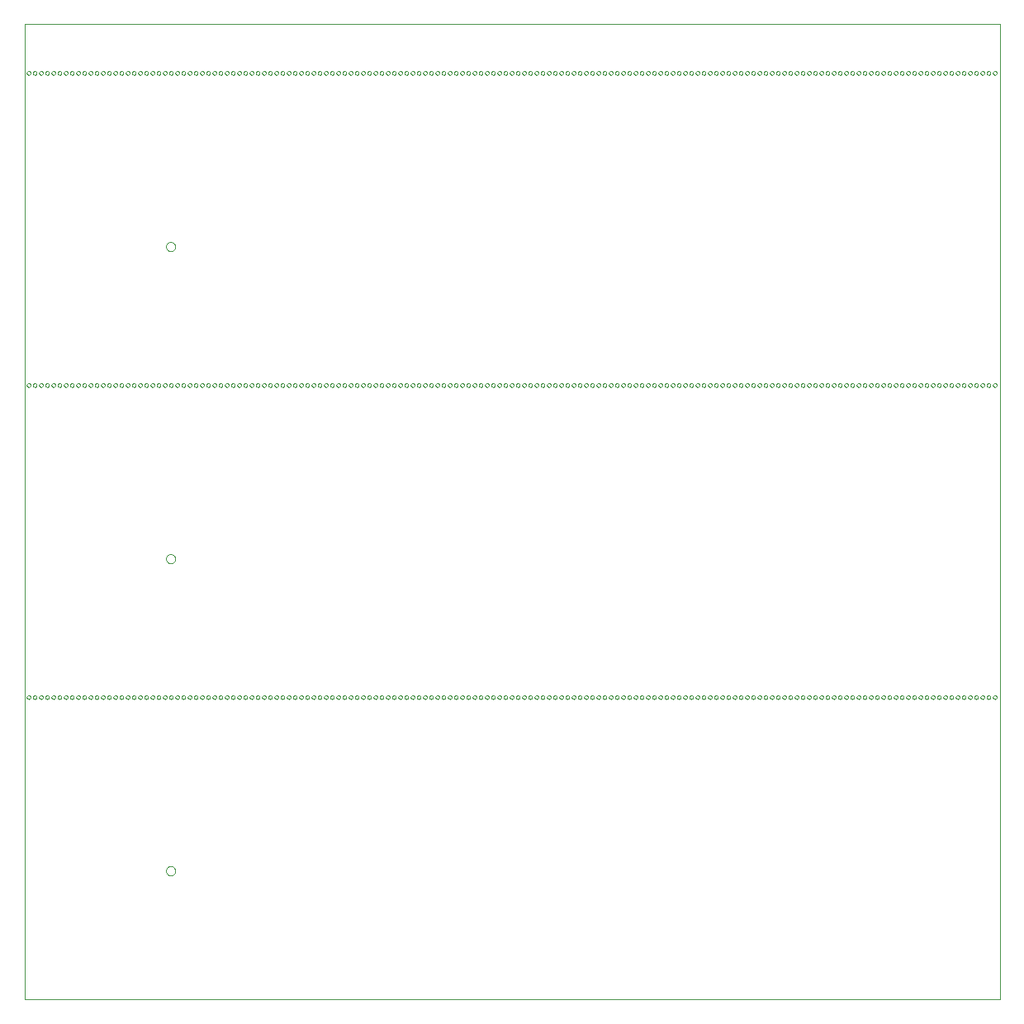
<source format=gko>
G75*
%MOIN*%
%OFA0B0*%
%FSLAX24Y24*%
%IPPOS*%
%LPD*%
%AMOC8*
5,1,8,0,0,1.08239X$1,22.5*
%
%ADD10C,0.0000*%
D10*
X006760Y002173D02*
X006760Y041543D01*
X046130Y041543D01*
X046130Y002173D01*
X006760Y002173D01*
X012478Y007370D02*
X012480Y007397D01*
X012486Y007423D01*
X012495Y007448D01*
X012508Y007471D01*
X012524Y007492D01*
X012543Y007511D01*
X012564Y007527D01*
X012587Y007540D01*
X012612Y007549D01*
X012638Y007555D01*
X012665Y007557D01*
X012692Y007555D01*
X012718Y007549D01*
X012743Y007540D01*
X012766Y007527D01*
X012787Y007511D01*
X012806Y007492D01*
X012822Y007471D01*
X012835Y007448D01*
X012844Y007423D01*
X012850Y007397D01*
X012852Y007370D01*
X012850Y007343D01*
X012844Y007317D01*
X012835Y007292D01*
X012822Y007269D01*
X012806Y007248D01*
X012787Y007229D01*
X012766Y007213D01*
X012743Y007200D01*
X012718Y007191D01*
X012692Y007185D01*
X012665Y007183D01*
X012638Y007185D01*
X012612Y007191D01*
X012587Y007200D01*
X012564Y007213D01*
X012543Y007229D01*
X012524Y007248D01*
X012508Y007269D01*
X012495Y007292D01*
X012486Y007317D01*
X012480Y007343D01*
X012478Y007370D01*
X012355Y014379D02*
X012357Y014396D01*
X012362Y014412D01*
X012371Y014426D01*
X012383Y014438D01*
X012397Y014447D01*
X012413Y014452D01*
X012430Y014454D01*
X012447Y014452D01*
X012463Y014447D01*
X012477Y014438D01*
X012489Y014426D01*
X012498Y014412D01*
X012503Y014396D01*
X012505Y014379D01*
X012503Y014362D01*
X012498Y014346D01*
X012489Y014332D01*
X012477Y014320D01*
X012463Y014311D01*
X012447Y014306D01*
X012430Y014304D01*
X012413Y014306D01*
X012397Y014311D01*
X012383Y014320D01*
X012371Y014332D01*
X012362Y014346D01*
X012357Y014362D01*
X012355Y014379D01*
X012105Y014379D02*
X012107Y014396D01*
X012112Y014412D01*
X012121Y014426D01*
X012133Y014438D01*
X012147Y014447D01*
X012163Y014452D01*
X012180Y014454D01*
X012197Y014452D01*
X012213Y014447D01*
X012227Y014438D01*
X012239Y014426D01*
X012248Y014412D01*
X012253Y014396D01*
X012255Y014379D01*
X012253Y014362D01*
X012248Y014346D01*
X012239Y014332D01*
X012227Y014320D01*
X012213Y014311D01*
X012197Y014306D01*
X012180Y014304D01*
X012163Y014306D01*
X012147Y014311D01*
X012133Y014320D01*
X012121Y014332D01*
X012112Y014346D01*
X012107Y014362D01*
X012105Y014379D01*
X011855Y014379D02*
X011857Y014396D01*
X011862Y014412D01*
X011871Y014426D01*
X011883Y014438D01*
X011897Y014447D01*
X011913Y014452D01*
X011930Y014454D01*
X011947Y014452D01*
X011963Y014447D01*
X011977Y014438D01*
X011989Y014426D01*
X011998Y014412D01*
X012003Y014396D01*
X012005Y014379D01*
X012003Y014362D01*
X011998Y014346D01*
X011989Y014332D01*
X011977Y014320D01*
X011963Y014311D01*
X011947Y014306D01*
X011930Y014304D01*
X011913Y014306D01*
X011897Y014311D01*
X011883Y014320D01*
X011871Y014332D01*
X011862Y014346D01*
X011857Y014362D01*
X011855Y014379D01*
X011605Y014379D02*
X011607Y014396D01*
X011612Y014412D01*
X011621Y014426D01*
X011633Y014438D01*
X011647Y014447D01*
X011663Y014452D01*
X011680Y014454D01*
X011697Y014452D01*
X011713Y014447D01*
X011727Y014438D01*
X011739Y014426D01*
X011748Y014412D01*
X011753Y014396D01*
X011755Y014379D01*
X011753Y014362D01*
X011748Y014346D01*
X011739Y014332D01*
X011727Y014320D01*
X011713Y014311D01*
X011697Y014306D01*
X011680Y014304D01*
X011663Y014306D01*
X011647Y014311D01*
X011633Y014320D01*
X011621Y014332D01*
X011612Y014346D01*
X011607Y014362D01*
X011605Y014379D01*
X011355Y014379D02*
X011357Y014396D01*
X011362Y014412D01*
X011371Y014426D01*
X011383Y014438D01*
X011397Y014447D01*
X011413Y014452D01*
X011430Y014454D01*
X011447Y014452D01*
X011463Y014447D01*
X011477Y014438D01*
X011489Y014426D01*
X011498Y014412D01*
X011503Y014396D01*
X011505Y014379D01*
X011503Y014362D01*
X011498Y014346D01*
X011489Y014332D01*
X011477Y014320D01*
X011463Y014311D01*
X011447Y014306D01*
X011430Y014304D01*
X011413Y014306D01*
X011397Y014311D01*
X011383Y014320D01*
X011371Y014332D01*
X011362Y014346D01*
X011357Y014362D01*
X011355Y014379D01*
X011105Y014379D02*
X011107Y014396D01*
X011112Y014412D01*
X011121Y014426D01*
X011133Y014438D01*
X011147Y014447D01*
X011163Y014452D01*
X011180Y014454D01*
X011197Y014452D01*
X011213Y014447D01*
X011227Y014438D01*
X011239Y014426D01*
X011248Y014412D01*
X011253Y014396D01*
X011255Y014379D01*
X011253Y014362D01*
X011248Y014346D01*
X011239Y014332D01*
X011227Y014320D01*
X011213Y014311D01*
X011197Y014306D01*
X011180Y014304D01*
X011163Y014306D01*
X011147Y014311D01*
X011133Y014320D01*
X011121Y014332D01*
X011112Y014346D01*
X011107Y014362D01*
X011105Y014379D01*
X010855Y014379D02*
X010857Y014396D01*
X010862Y014412D01*
X010871Y014426D01*
X010883Y014438D01*
X010897Y014447D01*
X010913Y014452D01*
X010930Y014454D01*
X010947Y014452D01*
X010963Y014447D01*
X010977Y014438D01*
X010989Y014426D01*
X010998Y014412D01*
X011003Y014396D01*
X011005Y014379D01*
X011003Y014362D01*
X010998Y014346D01*
X010989Y014332D01*
X010977Y014320D01*
X010963Y014311D01*
X010947Y014306D01*
X010930Y014304D01*
X010913Y014306D01*
X010897Y014311D01*
X010883Y014320D01*
X010871Y014332D01*
X010862Y014346D01*
X010857Y014362D01*
X010855Y014379D01*
X010605Y014379D02*
X010607Y014396D01*
X010612Y014412D01*
X010621Y014426D01*
X010633Y014438D01*
X010647Y014447D01*
X010663Y014452D01*
X010680Y014454D01*
X010697Y014452D01*
X010713Y014447D01*
X010727Y014438D01*
X010739Y014426D01*
X010748Y014412D01*
X010753Y014396D01*
X010755Y014379D01*
X010753Y014362D01*
X010748Y014346D01*
X010739Y014332D01*
X010727Y014320D01*
X010713Y014311D01*
X010697Y014306D01*
X010680Y014304D01*
X010663Y014306D01*
X010647Y014311D01*
X010633Y014320D01*
X010621Y014332D01*
X010612Y014346D01*
X010607Y014362D01*
X010605Y014379D01*
X010355Y014379D02*
X010357Y014396D01*
X010362Y014412D01*
X010371Y014426D01*
X010383Y014438D01*
X010397Y014447D01*
X010413Y014452D01*
X010430Y014454D01*
X010447Y014452D01*
X010463Y014447D01*
X010477Y014438D01*
X010489Y014426D01*
X010498Y014412D01*
X010503Y014396D01*
X010505Y014379D01*
X010503Y014362D01*
X010498Y014346D01*
X010489Y014332D01*
X010477Y014320D01*
X010463Y014311D01*
X010447Y014306D01*
X010430Y014304D01*
X010413Y014306D01*
X010397Y014311D01*
X010383Y014320D01*
X010371Y014332D01*
X010362Y014346D01*
X010357Y014362D01*
X010355Y014379D01*
X010105Y014379D02*
X010107Y014396D01*
X010112Y014412D01*
X010121Y014426D01*
X010133Y014438D01*
X010147Y014447D01*
X010163Y014452D01*
X010180Y014454D01*
X010197Y014452D01*
X010213Y014447D01*
X010227Y014438D01*
X010239Y014426D01*
X010248Y014412D01*
X010253Y014396D01*
X010255Y014379D01*
X010253Y014362D01*
X010248Y014346D01*
X010239Y014332D01*
X010227Y014320D01*
X010213Y014311D01*
X010197Y014306D01*
X010180Y014304D01*
X010163Y014306D01*
X010147Y014311D01*
X010133Y014320D01*
X010121Y014332D01*
X010112Y014346D01*
X010107Y014362D01*
X010105Y014379D01*
X009855Y014379D02*
X009857Y014396D01*
X009862Y014412D01*
X009871Y014426D01*
X009883Y014438D01*
X009897Y014447D01*
X009913Y014452D01*
X009930Y014454D01*
X009947Y014452D01*
X009963Y014447D01*
X009977Y014438D01*
X009989Y014426D01*
X009998Y014412D01*
X010003Y014396D01*
X010005Y014379D01*
X010003Y014362D01*
X009998Y014346D01*
X009989Y014332D01*
X009977Y014320D01*
X009963Y014311D01*
X009947Y014306D01*
X009930Y014304D01*
X009913Y014306D01*
X009897Y014311D01*
X009883Y014320D01*
X009871Y014332D01*
X009862Y014346D01*
X009857Y014362D01*
X009855Y014379D01*
X009605Y014379D02*
X009607Y014396D01*
X009612Y014412D01*
X009621Y014426D01*
X009633Y014438D01*
X009647Y014447D01*
X009663Y014452D01*
X009680Y014454D01*
X009697Y014452D01*
X009713Y014447D01*
X009727Y014438D01*
X009739Y014426D01*
X009748Y014412D01*
X009753Y014396D01*
X009755Y014379D01*
X009753Y014362D01*
X009748Y014346D01*
X009739Y014332D01*
X009727Y014320D01*
X009713Y014311D01*
X009697Y014306D01*
X009680Y014304D01*
X009663Y014306D01*
X009647Y014311D01*
X009633Y014320D01*
X009621Y014332D01*
X009612Y014346D01*
X009607Y014362D01*
X009605Y014379D01*
X009355Y014379D02*
X009357Y014396D01*
X009362Y014412D01*
X009371Y014426D01*
X009383Y014438D01*
X009397Y014447D01*
X009413Y014452D01*
X009430Y014454D01*
X009447Y014452D01*
X009463Y014447D01*
X009477Y014438D01*
X009489Y014426D01*
X009498Y014412D01*
X009503Y014396D01*
X009505Y014379D01*
X009503Y014362D01*
X009498Y014346D01*
X009489Y014332D01*
X009477Y014320D01*
X009463Y014311D01*
X009447Y014306D01*
X009430Y014304D01*
X009413Y014306D01*
X009397Y014311D01*
X009383Y014320D01*
X009371Y014332D01*
X009362Y014346D01*
X009357Y014362D01*
X009355Y014379D01*
X009105Y014379D02*
X009107Y014396D01*
X009112Y014412D01*
X009121Y014426D01*
X009133Y014438D01*
X009147Y014447D01*
X009163Y014452D01*
X009180Y014454D01*
X009197Y014452D01*
X009213Y014447D01*
X009227Y014438D01*
X009239Y014426D01*
X009248Y014412D01*
X009253Y014396D01*
X009255Y014379D01*
X009253Y014362D01*
X009248Y014346D01*
X009239Y014332D01*
X009227Y014320D01*
X009213Y014311D01*
X009197Y014306D01*
X009180Y014304D01*
X009163Y014306D01*
X009147Y014311D01*
X009133Y014320D01*
X009121Y014332D01*
X009112Y014346D01*
X009107Y014362D01*
X009105Y014379D01*
X008855Y014379D02*
X008857Y014396D01*
X008862Y014412D01*
X008871Y014426D01*
X008883Y014438D01*
X008897Y014447D01*
X008913Y014452D01*
X008930Y014454D01*
X008947Y014452D01*
X008963Y014447D01*
X008977Y014438D01*
X008989Y014426D01*
X008998Y014412D01*
X009003Y014396D01*
X009005Y014379D01*
X009003Y014362D01*
X008998Y014346D01*
X008989Y014332D01*
X008977Y014320D01*
X008963Y014311D01*
X008947Y014306D01*
X008930Y014304D01*
X008913Y014306D01*
X008897Y014311D01*
X008883Y014320D01*
X008871Y014332D01*
X008862Y014346D01*
X008857Y014362D01*
X008855Y014379D01*
X008605Y014379D02*
X008607Y014396D01*
X008612Y014412D01*
X008621Y014426D01*
X008633Y014438D01*
X008647Y014447D01*
X008663Y014452D01*
X008680Y014454D01*
X008697Y014452D01*
X008713Y014447D01*
X008727Y014438D01*
X008739Y014426D01*
X008748Y014412D01*
X008753Y014396D01*
X008755Y014379D01*
X008753Y014362D01*
X008748Y014346D01*
X008739Y014332D01*
X008727Y014320D01*
X008713Y014311D01*
X008697Y014306D01*
X008680Y014304D01*
X008663Y014306D01*
X008647Y014311D01*
X008633Y014320D01*
X008621Y014332D01*
X008612Y014346D01*
X008607Y014362D01*
X008605Y014379D01*
X008355Y014379D02*
X008357Y014396D01*
X008362Y014412D01*
X008371Y014426D01*
X008383Y014438D01*
X008397Y014447D01*
X008413Y014452D01*
X008430Y014454D01*
X008447Y014452D01*
X008463Y014447D01*
X008477Y014438D01*
X008489Y014426D01*
X008498Y014412D01*
X008503Y014396D01*
X008505Y014379D01*
X008503Y014362D01*
X008498Y014346D01*
X008489Y014332D01*
X008477Y014320D01*
X008463Y014311D01*
X008447Y014306D01*
X008430Y014304D01*
X008413Y014306D01*
X008397Y014311D01*
X008383Y014320D01*
X008371Y014332D01*
X008362Y014346D01*
X008357Y014362D01*
X008355Y014379D01*
X008105Y014379D02*
X008107Y014396D01*
X008112Y014412D01*
X008121Y014426D01*
X008133Y014438D01*
X008147Y014447D01*
X008163Y014452D01*
X008180Y014454D01*
X008197Y014452D01*
X008213Y014447D01*
X008227Y014438D01*
X008239Y014426D01*
X008248Y014412D01*
X008253Y014396D01*
X008255Y014379D01*
X008253Y014362D01*
X008248Y014346D01*
X008239Y014332D01*
X008227Y014320D01*
X008213Y014311D01*
X008197Y014306D01*
X008180Y014304D01*
X008163Y014306D01*
X008147Y014311D01*
X008133Y014320D01*
X008121Y014332D01*
X008112Y014346D01*
X008107Y014362D01*
X008105Y014379D01*
X007855Y014379D02*
X007857Y014396D01*
X007862Y014412D01*
X007871Y014426D01*
X007883Y014438D01*
X007897Y014447D01*
X007913Y014452D01*
X007930Y014454D01*
X007947Y014452D01*
X007963Y014447D01*
X007977Y014438D01*
X007989Y014426D01*
X007998Y014412D01*
X008003Y014396D01*
X008005Y014379D01*
X008003Y014362D01*
X007998Y014346D01*
X007989Y014332D01*
X007977Y014320D01*
X007963Y014311D01*
X007947Y014306D01*
X007930Y014304D01*
X007913Y014306D01*
X007897Y014311D01*
X007883Y014320D01*
X007871Y014332D01*
X007862Y014346D01*
X007857Y014362D01*
X007855Y014379D01*
X007605Y014379D02*
X007607Y014396D01*
X007612Y014412D01*
X007621Y014426D01*
X007633Y014438D01*
X007647Y014447D01*
X007663Y014452D01*
X007680Y014454D01*
X007697Y014452D01*
X007713Y014447D01*
X007727Y014438D01*
X007739Y014426D01*
X007748Y014412D01*
X007753Y014396D01*
X007755Y014379D01*
X007753Y014362D01*
X007748Y014346D01*
X007739Y014332D01*
X007727Y014320D01*
X007713Y014311D01*
X007697Y014306D01*
X007680Y014304D01*
X007663Y014306D01*
X007647Y014311D01*
X007633Y014320D01*
X007621Y014332D01*
X007612Y014346D01*
X007607Y014362D01*
X007605Y014379D01*
X007355Y014379D02*
X007357Y014396D01*
X007362Y014412D01*
X007371Y014426D01*
X007383Y014438D01*
X007397Y014447D01*
X007413Y014452D01*
X007430Y014454D01*
X007447Y014452D01*
X007463Y014447D01*
X007477Y014438D01*
X007489Y014426D01*
X007498Y014412D01*
X007503Y014396D01*
X007505Y014379D01*
X007503Y014362D01*
X007498Y014346D01*
X007489Y014332D01*
X007477Y014320D01*
X007463Y014311D01*
X007447Y014306D01*
X007430Y014304D01*
X007413Y014306D01*
X007397Y014311D01*
X007383Y014320D01*
X007371Y014332D01*
X007362Y014346D01*
X007357Y014362D01*
X007355Y014379D01*
X007105Y014379D02*
X007107Y014396D01*
X007112Y014412D01*
X007121Y014426D01*
X007133Y014438D01*
X007147Y014447D01*
X007163Y014452D01*
X007180Y014454D01*
X007197Y014452D01*
X007213Y014447D01*
X007227Y014438D01*
X007239Y014426D01*
X007248Y014412D01*
X007253Y014396D01*
X007255Y014379D01*
X007253Y014362D01*
X007248Y014346D01*
X007239Y014332D01*
X007227Y014320D01*
X007213Y014311D01*
X007197Y014306D01*
X007180Y014304D01*
X007163Y014306D01*
X007147Y014311D01*
X007133Y014320D01*
X007121Y014332D01*
X007112Y014346D01*
X007107Y014362D01*
X007105Y014379D01*
X006855Y014379D02*
X006857Y014396D01*
X006862Y014412D01*
X006871Y014426D01*
X006883Y014438D01*
X006897Y014447D01*
X006913Y014452D01*
X006930Y014454D01*
X006947Y014452D01*
X006963Y014447D01*
X006977Y014438D01*
X006989Y014426D01*
X006998Y014412D01*
X007003Y014396D01*
X007005Y014379D01*
X007003Y014362D01*
X006998Y014346D01*
X006989Y014332D01*
X006977Y014320D01*
X006963Y014311D01*
X006947Y014306D01*
X006930Y014304D01*
X006913Y014306D01*
X006897Y014311D01*
X006883Y014320D01*
X006871Y014332D01*
X006862Y014346D01*
X006857Y014362D01*
X006855Y014379D01*
X012605Y014379D02*
X012607Y014396D01*
X012612Y014412D01*
X012621Y014426D01*
X012633Y014438D01*
X012647Y014447D01*
X012663Y014452D01*
X012680Y014454D01*
X012697Y014452D01*
X012713Y014447D01*
X012727Y014438D01*
X012739Y014426D01*
X012748Y014412D01*
X012753Y014396D01*
X012755Y014379D01*
X012753Y014362D01*
X012748Y014346D01*
X012739Y014332D01*
X012727Y014320D01*
X012713Y014311D01*
X012697Y014306D01*
X012680Y014304D01*
X012663Y014306D01*
X012647Y014311D01*
X012633Y014320D01*
X012621Y014332D01*
X012612Y014346D01*
X012607Y014362D01*
X012605Y014379D01*
X012855Y014379D02*
X012857Y014396D01*
X012862Y014412D01*
X012871Y014426D01*
X012883Y014438D01*
X012897Y014447D01*
X012913Y014452D01*
X012930Y014454D01*
X012947Y014452D01*
X012963Y014447D01*
X012977Y014438D01*
X012989Y014426D01*
X012998Y014412D01*
X013003Y014396D01*
X013005Y014379D01*
X013003Y014362D01*
X012998Y014346D01*
X012989Y014332D01*
X012977Y014320D01*
X012963Y014311D01*
X012947Y014306D01*
X012930Y014304D01*
X012913Y014306D01*
X012897Y014311D01*
X012883Y014320D01*
X012871Y014332D01*
X012862Y014346D01*
X012857Y014362D01*
X012855Y014379D01*
X013105Y014379D02*
X013107Y014396D01*
X013112Y014412D01*
X013121Y014426D01*
X013133Y014438D01*
X013147Y014447D01*
X013163Y014452D01*
X013180Y014454D01*
X013197Y014452D01*
X013213Y014447D01*
X013227Y014438D01*
X013239Y014426D01*
X013248Y014412D01*
X013253Y014396D01*
X013255Y014379D01*
X013253Y014362D01*
X013248Y014346D01*
X013239Y014332D01*
X013227Y014320D01*
X013213Y014311D01*
X013197Y014306D01*
X013180Y014304D01*
X013163Y014306D01*
X013147Y014311D01*
X013133Y014320D01*
X013121Y014332D01*
X013112Y014346D01*
X013107Y014362D01*
X013105Y014379D01*
X013355Y014379D02*
X013357Y014396D01*
X013362Y014412D01*
X013371Y014426D01*
X013383Y014438D01*
X013397Y014447D01*
X013413Y014452D01*
X013430Y014454D01*
X013447Y014452D01*
X013463Y014447D01*
X013477Y014438D01*
X013489Y014426D01*
X013498Y014412D01*
X013503Y014396D01*
X013505Y014379D01*
X013503Y014362D01*
X013498Y014346D01*
X013489Y014332D01*
X013477Y014320D01*
X013463Y014311D01*
X013447Y014306D01*
X013430Y014304D01*
X013413Y014306D01*
X013397Y014311D01*
X013383Y014320D01*
X013371Y014332D01*
X013362Y014346D01*
X013357Y014362D01*
X013355Y014379D01*
X013605Y014379D02*
X013607Y014396D01*
X013612Y014412D01*
X013621Y014426D01*
X013633Y014438D01*
X013647Y014447D01*
X013663Y014452D01*
X013680Y014454D01*
X013697Y014452D01*
X013713Y014447D01*
X013727Y014438D01*
X013739Y014426D01*
X013748Y014412D01*
X013753Y014396D01*
X013755Y014379D01*
X013753Y014362D01*
X013748Y014346D01*
X013739Y014332D01*
X013727Y014320D01*
X013713Y014311D01*
X013697Y014306D01*
X013680Y014304D01*
X013663Y014306D01*
X013647Y014311D01*
X013633Y014320D01*
X013621Y014332D01*
X013612Y014346D01*
X013607Y014362D01*
X013605Y014379D01*
X013855Y014379D02*
X013857Y014396D01*
X013862Y014412D01*
X013871Y014426D01*
X013883Y014438D01*
X013897Y014447D01*
X013913Y014452D01*
X013930Y014454D01*
X013947Y014452D01*
X013963Y014447D01*
X013977Y014438D01*
X013989Y014426D01*
X013998Y014412D01*
X014003Y014396D01*
X014005Y014379D01*
X014003Y014362D01*
X013998Y014346D01*
X013989Y014332D01*
X013977Y014320D01*
X013963Y014311D01*
X013947Y014306D01*
X013930Y014304D01*
X013913Y014306D01*
X013897Y014311D01*
X013883Y014320D01*
X013871Y014332D01*
X013862Y014346D01*
X013857Y014362D01*
X013855Y014379D01*
X014105Y014379D02*
X014107Y014396D01*
X014112Y014412D01*
X014121Y014426D01*
X014133Y014438D01*
X014147Y014447D01*
X014163Y014452D01*
X014180Y014454D01*
X014197Y014452D01*
X014213Y014447D01*
X014227Y014438D01*
X014239Y014426D01*
X014248Y014412D01*
X014253Y014396D01*
X014255Y014379D01*
X014253Y014362D01*
X014248Y014346D01*
X014239Y014332D01*
X014227Y014320D01*
X014213Y014311D01*
X014197Y014306D01*
X014180Y014304D01*
X014163Y014306D01*
X014147Y014311D01*
X014133Y014320D01*
X014121Y014332D01*
X014112Y014346D01*
X014107Y014362D01*
X014105Y014379D01*
X014355Y014379D02*
X014357Y014396D01*
X014362Y014412D01*
X014371Y014426D01*
X014383Y014438D01*
X014397Y014447D01*
X014413Y014452D01*
X014430Y014454D01*
X014447Y014452D01*
X014463Y014447D01*
X014477Y014438D01*
X014489Y014426D01*
X014498Y014412D01*
X014503Y014396D01*
X014505Y014379D01*
X014503Y014362D01*
X014498Y014346D01*
X014489Y014332D01*
X014477Y014320D01*
X014463Y014311D01*
X014447Y014306D01*
X014430Y014304D01*
X014413Y014306D01*
X014397Y014311D01*
X014383Y014320D01*
X014371Y014332D01*
X014362Y014346D01*
X014357Y014362D01*
X014355Y014379D01*
X014605Y014379D02*
X014607Y014396D01*
X014612Y014412D01*
X014621Y014426D01*
X014633Y014438D01*
X014647Y014447D01*
X014663Y014452D01*
X014680Y014454D01*
X014697Y014452D01*
X014713Y014447D01*
X014727Y014438D01*
X014739Y014426D01*
X014748Y014412D01*
X014753Y014396D01*
X014755Y014379D01*
X014753Y014362D01*
X014748Y014346D01*
X014739Y014332D01*
X014727Y014320D01*
X014713Y014311D01*
X014697Y014306D01*
X014680Y014304D01*
X014663Y014306D01*
X014647Y014311D01*
X014633Y014320D01*
X014621Y014332D01*
X014612Y014346D01*
X014607Y014362D01*
X014605Y014379D01*
X014855Y014379D02*
X014857Y014396D01*
X014862Y014412D01*
X014871Y014426D01*
X014883Y014438D01*
X014897Y014447D01*
X014913Y014452D01*
X014930Y014454D01*
X014947Y014452D01*
X014963Y014447D01*
X014977Y014438D01*
X014989Y014426D01*
X014998Y014412D01*
X015003Y014396D01*
X015005Y014379D01*
X015003Y014362D01*
X014998Y014346D01*
X014989Y014332D01*
X014977Y014320D01*
X014963Y014311D01*
X014947Y014306D01*
X014930Y014304D01*
X014913Y014306D01*
X014897Y014311D01*
X014883Y014320D01*
X014871Y014332D01*
X014862Y014346D01*
X014857Y014362D01*
X014855Y014379D01*
X015105Y014379D02*
X015107Y014396D01*
X015112Y014412D01*
X015121Y014426D01*
X015133Y014438D01*
X015147Y014447D01*
X015163Y014452D01*
X015180Y014454D01*
X015197Y014452D01*
X015213Y014447D01*
X015227Y014438D01*
X015239Y014426D01*
X015248Y014412D01*
X015253Y014396D01*
X015255Y014379D01*
X015253Y014362D01*
X015248Y014346D01*
X015239Y014332D01*
X015227Y014320D01*
X015213Y014311D01*
X015197Y014306D01*
X015180Y014304D01*
X015163Y014306D01*
X015147Y014311D01*
X015133Y014320D01*
X015121Y014332D01*
X015112Y014346D01*
X015107Y014362D01*
X015105Y014379D01*
X015355Y014379D02*
X015357Y014396D01*
X015362Y014412D01*
X015371Y014426D01*
X015383Y014438D01*
X015397Y014447D01*
X015413Y014452D01*
X015430Y014454D01*
X015447Y014452D01*
X015463Y014447D01*
X015477Y014438D01*
X015489Y014426D01*
X015498Y014412D01*
X015503Y014396D01*
X015505Y014379D01*
X015503Y014362D01*
X015498Y014346D01*
X015489Y014332D01*
X015477Y014320D01*
X015463Y014311D01*
X015447Y014306D01*
X015430Y014304D01*
X015413Y014306D01*
X015397Y014311D01*
X015383Y014320D01*
X015371Y014332D01*
X015362Y014346D01*
X015357Y014362D01*
X015355Y014379D01*
X015605Y014379D02*
X015607Y014396D01*
X015612Y014412D01*
X015621Y014426D01*
X015633Y014438D01*
X015647Y014447D01*
X015663Y014452D01*
X015680Y014454D01*
X015697Y014452D01*
X015713Y014447D01*
X015727Y014438D01*
X015739Y014426D01*
X015748Y014412D01*
X015753Y014396D01*
X015755Y014379D01*
X015753Y014362D01*
X015748Y014346D01*
X015739Y014332D01*
X015727Y014320D01*
X015713Y014311D01*
X015697Y014306D01*
X015680Y014304D01*
X015663Y014306D01*
X015647Y014311D01*
X015633Y014320D01*
X015621Y014332D01*
X015612Y014346D01*
X015607Y014362D01*
X015605Y014379D01*
X015855Y014379D02*
X015857Y014396D01*
X015862Y014412D01*
X015871Y014426D01*
X015883Y014438D01*
X015897Y014447D01*
X015913Y014452D01*
X015930Y014454D01*
X015947Y014452D01*
X015963Y014447D01*
X015977Y014438D01*
X015989Y014426D01*
X015998Y014412D01*
X016003Y014396D01*
X016005Y014379D01*
X016003Y014362D01*
X015998Y014346D01*
X015989Y014332D01*
X015977Y014320D01*
X015963Y014311D01*
X015947Y014306D01*
X015930Y014304D01*
X015913Y014306D01*
X015897Y014311D01*
X015883Y014320D01*
X015871Y014332D01*
X015862Y014346D01*
X015857Y014362D01*
X015855Y014379D01*
X016105Y014379D02*
X016107Y014396D01*
X016112Y014412D01*
X016121Y014426D01*
X016133Y014438D01*
X016147Y014447D01*
X016163Y014452D01*
X016180Y014454D01*
X016197Y014452D01*
X016213Y014447D01*
X016227Y014438D01*
X016239Y014426D01*
X016248Y014412D01*
X016253Y014396D01*
X016255Y014379D01*
X016253Y014362D01*
X016248Y014346D01*
X016239Y014332D01*
X016227Y014320D01*
X016213Y014311D01*
X016197Y014306D01*
X016180Y014304D01*
X016163Y014306D01*
X016147Y014311D01*
X016133Y014320D01*
X016121Y014332D01*
X016112Y014346D01*
X016107Y014362D01*
X016105Y014379D01*
X016355Y014379D02*
X016357Y014396D01*
X016362Y014412D01*
X016371Y014426D01*
X016383Y014438D01*
X016397Y014447D01*
X016413Y014452D01*
X016430Y014454D01*
X016447Y014452D01*
X016463Y014447D01*
X016477Y014438D01*
X016489Y014426D01*
X016498Y014412D01*
X016503Y014396D01*
X016505Y014379D01*
X016503Y014362D01*
X016498Y014346D01*
X016489Y014332D01*
X016477Y014320D01*
X016463Y014311D01*
X016447Y014306D01*
X016430Y014304D01*
X016413Y014306D01*
X016397Y014311D01*
X016383Y014320D01*
X016371Y014332D01*
X016362Y014346D01*
X016357Y014362D01*
X016355Y014379D01*
X016605Y014379D02*
X016607Y014396D01*
X016612Y014412D01*
X016621Y014426D01*
X016633Y014438D01*
X016647Y014447D01*
X016663Y014452D01*
X016680Y014454D01*
X016697Y014452D01*
X016713Y014447D01*
X016727Y014438D01*
X016739Y014426D01*
X016748Y014412D01*
X016753Y014396D01*
X016755Y014379D01*
X016753Y014362D01*
X016748Y014346D01*
X016739Y014332D01*
X016727Y014320D01*
X016713Y014311D01*
X016697Y014306D01*
X016680Y014304D01*
X016663Y014306D01*
X016647Y014311D01*
X016633Y014320D01*
X016621Y014332D01*
X016612Y014346D01*
X016607Y014362D01*
X016605Y014379D01*
X016855Y014379D02*
X016857Y014396D01*
X016862Y014412D01*
X016871Y014426D01*
X016883Y014438D01*
X016897Y014447D01*
X016913Y014452D01*
X016930Y014454D01*
X016947Y014452D01*
X016963Y014447D01*
X016977Y014438D01*
X016989Y014426D01*
X016998Y014412D01*
X017003Y014396D01*
X017005Y014379D01*
X017003Y014362D01*
X016998Y014346D01*
X016989Y014332D01*
X016977Y014320D01*
X016963Y014311D01*
X016947Y014306D01*
X016930Y014304D01*
X016913Y014306D01*
X016897Y014311D01*
X016883Y014320D01*
X016871Y014332D01*
X016862Y014346D01*
X016857Y014362D01*
X016855Y014379D01*
X017105Y014379D02*
X017107Y014396D01*
X017112Y014412D01*
X017121Y014426D01*
X017133Y014438D01*
X017147Y014447D01*
X017163Y014452D01*
X017180Y014454D01*
X017197Y014452D01*
X017213Y014447D01*
X017227Y014438D01*
X017239Y014426D01*
X017248Y014412D01*
X017253Y014396D01*
X017255Y014379D01*
X017253Y014362D01*
X017248Y014346D01*
X017239Y014332D01*
X017227Y014320D01*
X017213Y014311D01*
X017197Y014306D01*
X017180Y014304D01*
X017163Y014306D01*
X017147Y014311D01*
X017133Y014320D01*
X017121Y014332D01*
X017112Y014346D01*
X017107Y014362D01*
X017105Y014379D01*
X017355Y014379D02*
X017357Y014396D01*
X017362Y014412D01*
X017371Y014426D01*
X017383Y014438D01*
X017397Y014447D01*
X017413Y014452D01*
X017430Y014454D01*
X017447Y014452D01*
X017463Y014447D01*
X017477Y014438D01*
X017489Y014426D01*
X017498Y014412D01*
X017503Y014396D01*
X017505Y014379D01*
X017503Y014362D01*
X017498Y014346D01*
X017489Y014332D01*
X017477Y014320D01*
X017463Y014311D01*
X017447Y014306D01*
X017430Y014304D01*
X017413Y014306D01*
X017397Y014311D01*
X017383Y014320D01*
X017371Y014332D01*
X017362Y014346D01*
X017357Y014362D01*
X017355Y014379D01*
X017605Y014379D02*
X017607Y014396D01*
X017612Y014412D01*
X017621Y014426D01*
X017633Y014438D01*
X017647Y014447D01*
X017663Y014452D01*
X017680Y014454D01*
X017697Y014452D01*
X017713Y014447D01*
X017727Y014438D01*
X017739Y014426D01*
X017748Y014412D01*
X017753Y014396D01*
X017755Y014379D01*
X017753Y014362D01*
X017748Y014346D01*
X017739Y014332D01*
X017727Y014320D01*
X017713Y014311D01*
X017697Y014306D01*
X017680Y014304D01*
X017663Y014306D01*
X017647Y014311D01*
X017633Y014320D01*
X017621Y014332D01*
X017612Y014346D01*
X017607Y014362D01*
X017605Y014379D01*
X017855Y014379D02*
X017857Y014396D01*
X017862Y014412D01*
X017871Y014426D01*
X017883Y014438D01*
X017897Y014447D01*
X017913Y014452D01*
X017930Y014454D01*
X017947Y014452D01*
X017963Y014447D01*
X017977Y014438D01*
X017989Y014426D01*
X017998Y014412D01*
X018003Y014396D01*
X018005Y014379D01*
X018003Y014362D01*
X017998Y014346D01*
X017989Y014332D01*
X017977Y014320D01*
X017963Y014311D01*
X017947Y014306D01*
X017930Y014304D01*
X017913Y014306D01*
X017897Y014311D01*
X017883Y014320D01*
X017871Y014332D01*
X017862Y014346D01*
X017857Y014362D01*
X017855Y014379D01*
X018105Y014379D02*
X018107Y014396D01*
X018112Y014412D01*
X018121Y014426D01*
X018133Y014438D01*
X018147Y014447D01*
X018163Y014452D01*
X018180Y014454D01*
X018197Y014452D01*
X018213Y014447D01*
X018227Y014438D01*
X018239Y014426D01*
X018248Y014412D01*
X018253Y014396D01*
X018255Y014379D01*
X018253Y014362D01*
X018248Y014346D01*
X018239Y014332D01*
X018227Y014320D01*
X018213Y014311D01*
X018197Y014306D01*
X018180Y014304D01*
X018163Y014306D01*
X018147Y014311D01*
X018133Y014320D01*
X018121Y014332D01*
X018112Y014346D01*
X018107Y014362D01*
X018105Y014379D01*
X018355Y014379D02*
X018357Y014396D01*
X018362Y014412D01*
X018371Y014426D01*
X018383Y014438D01*
X018397Y014447D01*
X018413Y014452D01*
X018430Y014454D01*
X018447Y014452D01*
X018463Y014447D01*
X018477Y014438D01*
X018489Y014426D01*
X018498Y014412D01*
X018503Y014396D01*
X018505Y014379D01*
X018503Y014362D01*
X018498Y014346D01*
X018489Y014332D01*
X018477Y014320D01*
X018463Y014311D01*
X018447Y014306D01*
X018430Y014304D01*
X018413Y014306D01*
X018397Y014311D01*
X018383Y014320D01*
X018371Y014332D01*
X018362Y014346D01*
X018357Y014362D01*
X018355Y014379D01*
X018605Y014379D02*
X018607Y014396D01*
X018612Y014412D01*
X018621Y014426D01*
X018633Y014438D01*
X018647Y014447D01*
X018663Y014452D01*
X018680Y014454D01*
X018697Y014452D01*
X018713Y014447D01*
X018727Y014438D01*
X018739Y014426D01*
X018748Y014412D01*
X018753Y014396D01*
X018755Y014379D01*
X018753Y014362D01*
X018748Y014346D01*
X018739Y014332D01*
X018727Y014320D01*
X018713Y014311D01*
X018697Y014306D01*
X018680Y014304D01*
X018663Y014306D01*
X018647Y014311D01*
X018633Y014320D01*
X018621Y014332D01*
X018612Y014346D01*
X018607Y014362D01*
X018605Y014379D01*
X018855Y014379D02*
X018857Y014396D01*
X018862Y014412D01*
X018871Y014426D01*
X018883Y014438D01*
X018897Y014447D01*
X018913Y014452D01*
X018930Y014454D01*
X018947Y014452D01*
X018963Y014447D01*
X018977Y014438D01*
X018989Y014426D01*
X018998Y014412D01*
X019003Y014396D01*
X019005Y014379D01*
X019003Y014362D01*
X018998Y014346D01*
X018989Y014332D01*
X018977Y014320D01*
X018963Y014311D01*
X018947Y014306D01*
X018930Y014304D01*
X018913Y014306D01*
X018897Y014311D01*
X018883Y014320D01*
X018871Y014332D01*
X018862Y014346D01*
X018857Y014362D01*
X018855Y014379D01*
X019105Y014379D02*
X019107Y014396D01*
X019112Y014412D01*
X019121Y014426D01*
X019133Y014438D01*
X019147Y014447D01*
X019163Y014452D01*
X019180Y014454D01*
X019197Y014452D01*
X019213Y014447D01*
X019227Y014438D01*
X019239Y014426D01*
X019248Y014412D01*
X019253Y014396D01*
X019255Y014379D01*
X019253Y014362D01*
X019248Y014346D01*
X019239Y014332D01*
X019227Y014320D01*
X019213Y014311D01*
X019197Y014306D01*
X019180Y014304D01*
X019163Y014306D01*
X019147Y014311D01*
X019133Y014320D01*
X019121Y014332D01*
X019112Y014346D01*
X019107Y014362D01*
X019105Y014379D01*
X019355Y014379D02*
X019357Y014396D01*
X019362Y014412D01*
X019371Y014426D01*
X019383Y014438D01*
X019397Y014447D01*
X019413Y014452D01*
X019430Y014454D01*
X019447Y014452D01*
X019463Y014447D01*
X019477Y014438D01*
X019489Y014426D01*
X019498Y014412D01*
X019503Y014396D01*
X019505Y014379D01*
X019503Y014362D01*
X019498Y014346D01*
X019489Y014332D01*
X019477Y014320D01*
X019463Y014311D01*
X019447Y014306D01*
X019430Y014304D01*
X019413Y014306D01*
X019397Y014311D01*
X019383Y014320D01*
X019371Y014332D01*
X019362Y014346D01*
X019357Y014362D01*
X019355Y014379D01*
X019605Y014379D02*
X019607Y014396D01*
X019612Y014412D01*
X019621Y014426D01*
X019633Y014438D01*
X019647Y014447D01*
X019663Y014452D01*
X019680Y014454D01*
X019697Y014452D01*
X019713Y014447D01*
X019727Y014438D01*
X019739Y014426D01*
X019748Y014412D01*
X019753Y014396D01*
X019755Y014379D01*
X019753Y014362D01*
X019748Y014346D01*
X019739Y014332D01*
X019727Y014320D01*
X019713Y014311D01*
X019697Y014306D01*
X019680Y014304D01*
X019663Y014306D01*
X019647Y014311D01*
X019633Y014320D01*
X019621Y014332D01*
X019612Y014346D01*
X019607Y014362D01*
X019605Y014379D01*
X019855Y014379D02*
X019857Y014396D01*
X019862Y014412D01*
X019871Y014426D01*
X019883Y014438D01*
X019897Y014447D01*
X019913Y014452D01*
X019930Y014454D01*
X019947Y014452D01*
X019963Y014447D01*
X019977Y014438D01*
X019989Y014426D01*
X019998Y014412D01*
X020003Y014396D01*
X020005Y014379D01*
X020003Y014362D01*
X019998Y014346D01*
X019989Y014332D01*
X019977Y014320D01*
X019963Y014311D01*
X019947Y014306D01*
X019930Y014304D01*
X019913Y014306D01*
X019897Y014311D01*
X019883Y014320D01*
X019871Y014332D01*
X019862Y014346D01*
X019857Y014362D01*
X019855Y014379D01*
X020105Y014379D02*
X020107Y014396D01*
X020112Y014412D01*
X020121Y014426D01*
X020133Y014438D01*
X020147Y014447D01*
X020163Y014452D01*
X020180Y014454D01*
X020197Y014452D01*
X020213Y014447D01*
X020227Y014438D01*
X020239Y014426D01*
X020248Y014412D01*
X020253Y014396D01*
X020255Y014379D01*
X020253Y014362D01*
X020248Y014346D01*
X020239Y014332D01*
X020227Y014320D01*
X020213Y014311D01*
X020197Y014306D01*
X020180Y014304D01*
X020163Y014306D01*
X020147Y014311D01*
X020133Y014320D01*
X020121Y014332D01*
X020112Y014346D01*
X020107Y014362D01*
X020105Y014379D01*
X020355Y014379D02*
X020357Y014396D01*
X020362Y014412D01*
X020371Y014426D01*
X020383Y014438D01*
X020397Y014447D01*
X020413Y014452D01*
X020430Y014454D01*
X020447Y014452D01*
X020463Y014447D01*
X020477Y014438D01*
X020489Y014426D01*
X020498Y014412D01*
X020503Y014396D01*
X020505Y014379D01*
X020503Y014362D01*
X020498Y014346D01*
X020489Y014332D01*
X020477Y014320D01*
X020463Y014311D01*
X020447Y014306D01*
X020430Y014304D01*
X020413Y014306D01*
X020397Y014311D01*
X020383Y014320D01*
X020371Y014332D01*
X020362Y014346D01*
X020357Y014362D01*
X020355Y014379D01*
X020605Y014379D02*
X020607Y014396D01*
X020612Y014412D01*
X020621Y014426D01*
X020633Y014438D01*
X020647Y014447D01*
X020663Y014452D01*
X020680Y014454D01*
X020697Y014452D01*
X020713Y014447D01*
X020727Y014438D01*
X020739Y014426D01*
X020748Y014412D01*
X020753Y014396D01*
X020755Y014379D01*
X020753Y014362D01*
X020748Y014346D01*
X020739Y014332D01*
X020727Y014320D01*
X020713Y014311D01*
X020697Y014306D01*
X020680Y014304D01*
X020663Y014306D01*
X020647Y014311D01*
X020633Y014320D01*
X020621Y014332D01*
X020612Y014346D01*
X020607Y014362D01*
X020605Y014379D01*
X020855Y014379D02*
X020857Y014396D01*
X020862Y014412D01*
X020871Y014426D01*
X020883Y014438D01*
X020897Y014447D01*
X020913Y014452D01*
X020930Y014454D01*
X020947Y014452D01*
X020963Y014447D01*
X020977Y014438D01*
X020989Y014426D01*
X020998Y014412D01*
X021003Y014396D01*
X021005Y014379D01*
X021003Y014362D01*
X020998Y014346D01*
X020989Y014332D01*
X020977Y014320D01*
X020963Y014311D01*
X020947Y014306D01*
X020930Y014304D01*
X020913Y014306D01*
X020897Y014311D01*
X020883Y014320D01*
X020871Y014332D01*
X020862Y014346D01*
X020857Y014362D01*
X020855Y014379D01*
X021105Y014379D02*
X021107Y014396D01*
X021112Y014412D01*
X021121Y014426D01*
X021133Y014438D01*
X021147Y014447D01*
X021163Y014452D01*
X021180Y014454D01*
X021197Y014452D01*
X021213Y014447D01*
X021227Y014438D01*
X021239Y014426D01*
X021248Y014412D01*
X021253Y014396D01*
X021255Y014379D01*
X021253Y014362D01*
X021248Y014346D01*
X021239Y014332D01*
X021227Y014320D01*
X021213Y014311D01*
X021197Y014306D01*
X021180Y014304D01*
X021163Y014306D01*
X021147Y014311D01*
X021133Y014320D01*
X021121Y014332D01*
X021112Y014346D01*
X021107Y014362D01*
X021105Y014379D01*
X021355Y014379D02*
X021357Y014396D01*
X021362Y014412D01*
X021371Y014426D01*
X021383Y014438D01*
X021397Y014447D01*
X021413Y014452D01*
X021430Y014454D01*
X021447Y014452D01*
X021463Y014447D01*
X021477Y014438D01*
X021489Y014426D01*
X021498Y014412D01*
X021503Y014396D01*
X021505Y014379D01*
X021503Y014362D01*
X021498Y014346D01*
X021489Y014332D01*
X021477Y014320D01*
X021463Y014311D01*
X021447Y014306D01*
X021430Y014304D01*
X021413Y014306D01*
X021397Y014311D01*
X021383Y014320D01*
X021371Y014332D01*
X021362Y014346D01*
X021357Y014362D01*
X021355Y014379D01*
X021605Y014379D02*
X021607Y014396D01*
X021612Y014412D01*
X021621Y014426D01*
X021633Y014438D01*
X021647Y014447D01*
X021663Y014452D01*
X021680Y014454D01*
X021697Y014452D01*
X021713Y014447D01*
X021727Y014438D01*
X021739Y014426D01*
X021748Y014412D01*
X021753Y014396D01*
X021755Y014379D01*
X021753Y014362D01*
X021748Y014346D01*
X021739Y014332D01*
X021727Y014320D01*
X021713Y014311D01*
X021697Y014306D01*
X021680Y014304D01*
X021663Y014306D01*
X021647Y014311D01*
X021633Y014320D01*
X021621Y014332D01*
X021612Y014346D01*
X021607Y014362D01*
X021605Y014379D01*
X021855Y014379D02*
X021857Y014396D01*
X021862Y014412D01*
X021871Y014426D01*
X021883Y014438D01*
X021897Y014447D01*
X021913Y014452D01*
X021930Y014454D01*
X021947Y014452D01*
X021963Y014447D01*
X021977Y014438D01*
X021989Y014426D01*
X021998Y014412D01*
X022003Y014396D01*
X022005Y014379D01*
X022003Y014362D01*
X021998Y014346D01*
X021989Y014332D01*
X021977Y014320D01*
X021963Y014311D01*
X021947Y014306D01*
X021930Y014304D01*
X021913Y014306D01*
X021897Y014311D01*
X021883Y014320D01*
X021871Y014332D01*
X021862Y014346D01*
X021857Y014362D01*
X021855Y014379D01*
X022105Y014379D02*
X022107Y014396D01*
X022112Y014412D01*
X022121Y014426D01*
X022133Y014438D01*
X022147Y014447D01*
X022163Y014452D01*
X022180Y014454D01*
X022197Y014452D01*
X022213Y014447D01*
X022227Y014438D01*
X022239Y014426D01*
X022248Y014412D01*
X022253Y014396D01*
X022255Y014379D01*
X022253Y014362D01*
X022248Y014346D01*
X022239Y014332D01*
X022227Y014320D01*
X022213Y014311D01*
X022197Y014306D01*
X022180Y014304D01*
X022163Y014306D01*
X022147Y014311D01*
X022133Y014320D01*
X022121Y014332D01*
X022112Y014346D01*
X022107Y014362D01*
X022105Y014379D01*
X022355Y014379D02*
X022357Y014396D01*
X022362Y014412D01*
X022371Y014426D01*
X022383Y014438D01*
X022397Y014447D01*
X022413Y014452D01*
X022430Y014454D01*
X022447Y014452D01*
X022463Y014447D01*
X022477Y014438D01*
X022489Y014426D01*
X022498Y014412D01*
X022503Y014396D01*
X022505Y014379D01*
X022503Y014362D01*
X022498Y014346D01*
X022489Y014332D01*
X022477Y014320D01*
X022463Y014311D01*
X022447Y014306D01*
X022430Y014304D01*
X022413Y014306D01*
X022397Y014311D01*
X022383Y014320D01*
X022371Y014332D01*
X022362Y014346D01*
X022357Y014362D01*
X022355Y014379D01*
X022605Y014379D02*
X022607Y014396D01*
X022612Y014412D01*
X022621Y014426D01*
X022633Y014438D01*
X022647Y014447D01*
X022663Y014452D01*
X022680Y014454D01*
X022697Y014452D01*
X022713Y014447D01*
X022727Y014438D01*
X022739Y014426D01*
X022748Y014412D01*
X022753Y014396D01*
X022755Y014379D01*
X022753Y014362D01*
X022748Y014346D01*
X022739Y014332D01*
X022727Y014320D01*
X022713Y014311D01*
X022697Y014306D01*
X022680Y014304D01*
X022663Y014306D01*
X022647Y014311D01*
X022633Y014320D01*
X022621Y014332D01*
X022612Y014346D01*
X022607Y014362D01*
X022605Y014379D01*
X022855Y014379D02*
X022857Y014396D01*
X022862Y014412D01*
X022871Y014426D01*
X022883Y014438D01*
X022897Y014447D01*
X022913Y014452D01*
X022930Y014454D01*
X022947Y014452D01*
X022963Y014447D01*
X022977Y014438D01*
X022989Y014426D01*
X022998Y014412D01*
X023003Y014396D01*
X023005Y014379D01*
X023003Y014362D01*
X022998Y014346D01*
X022989Y014332D01*
X022977Y014320D01*
X022963Y014311D01*
X022947Y014306D01*
X022930Y014304D01*
X022913Y014306D01*
X022897Y014311D01*
X022883Y014320D01*
X022871Y014332D01*
X022862Y014346D01*
X022857Y014362D01*
X022855Y014379D01*
X023105Y014379D02*
X023107Y014396D01*
X023112Y014412D01*
X023121Y014426D01*
X023133Y014438D01*
X023147Y014447D01*
X023163Y014452D01*
X023180Y014454D01*
X023197Y014452D01*
X023213Y014447D01*
X023227Y014438D01*
X023239Y014426D01*
X023248Y014412D01*
X023253Y014396D01*
X023255Y014379D01*
X023253Y014362D01*
X023248Y014346D01*
X023239Y014332D01*
X023227Y014320D01*
X023213Y014311D01*
X023197Y014306D01*
X023180Y014304D01*
X023163Y014306D01*
X023147Y014311D01*
X023133Y014320D01*
X023121Y014332D01*
X023112Y014346D01*
X023107Y014362D01*
X023105Y014379D01*
X023355Y014379D02*
X023357Y014396D01*
X023362Y014412D01*
X023371Y014426D01*
X023383Y014438D01*
X023397Y014447D01*
X023413Y014452D01*
X023430Y014454D01*
X023447Y014452D01*
X023463Y014447D01*
X023477Y014438D01*
X023489Y014426D01*
X023498Y014412D01*
X023503Y014396D01*
X023505Y014379D01*
X023503Y014362D01*
X023498Y014346D01*
X023489Y014332D01*
X023477Y014320D01*
X023463Y014311D01*
X023447Y014306D01*
X023430Y014304D01*
X023413Y014306D01*
X023397Y014311D01*
X023383Y014320D01*
X023371Y014332D01*
X023362Y014346D01*
X023357Y014362D01*
X023355Y014379D01*
X023605Y014379D02*
X023607Y014396D01*
X023612Y014412D01*
X023621Y014426D01*
X023633Y014438D01*
X023647Y014447D01*
X023663Y014452D01*
X023680Y014454D01*
X023697Y014452D01*
X023713Y014447D01*
X023727Y014438D01*
X023739Y014426D01*
X023748Y014412D01*
X023753Y014396D01*
X023755Y014379D01*
X023753Y014362D01*
X023748Y014346D01*
X023739Y014332D01*
X023727Y014320D01*
X023713Y014311D01*
X023697Y014306D01*
X023680Y014304D01*
X023663Y014306D01*
X023647Y014311D01*
X023633Y014320D01*
X023621Y014332D01*
X023612Y014346D01*
X023607Y014362D01*
X023605Y014379D01*
X023855Y014379D02*
X023857Y014396D01*
X023862Y014412D01*
X023871Y014426D01*
X023883Y014438D01*
X023897Y014447D01*
X023913Y014452D01*
X023930Y014454D01*
X023947Y014452D01*
X023963Y014447D01*
X023977Y014438D01*
X023989Y014426D01*
X023998Y014412D01*
X024003Y014396D01*
X024005Y014379D01*
X024003Y014362D01*
X023998Y014346D01*
X023989Y014332D01*
X023977Y014320D01*
X023963Y014311D01*
X023947Y014306D01*
X023930Y014304D01*
X023913Y014306D01*
X023897Y014311D01*
X023883Y014320D01*
X023871Y014332D01*
X023862Y014346D01*
X023857Y014362D01*
X023855Y014379D01*
X024105Y014379D02*
X024107Y014396D01*
X024112Y014412D01*
X024121Y014426D01*
X024133Y014438D01*
X024147Y014447D01*
X024163Y014452D01*
X024180Y014454D01*
X024197Y014452D01*
X024213Y014447D01*
X024227Y014438D01*
X024239Y014426D01*
X024248Y014412D01*
X024253Y014396D01*
X024255Y014379D01*
X024253Y014362D01*
X024248Y014346D01*
X024239Y014332D01*
X024227Y014320D01*
X024213Y014311D01*
X024197Y014306D01*
X024180Y014304D01*
X024163Y014306D01*
X024147Y014311D01*
X024133Y014320D01*
X024121Y014332D01*
X024112Y014346D01*
X024107Y014362D01*
X024105Y014379D01*
X024355Y014379D02*
X024357Y014396D01*
X024362Y014412D01*
X024371Y014426D01*
X024383Y014438D01*
X024397Y014447D01*
X024413Y014452D01*
X024430Y014454D01*
X024447Y014452D01*
X024463Y014447D01*
X024477Y014438D01*
X024489Y014426D01*
X024498Y014412D01*
X024503Y014396D01*
X024505Y014379D01*
X024503Y014362D01*
X024498Y014346D01*
X024489Y014332D01*
X024477Y014320D01*
X024463Y014311D01*
X024447Y014306D01*
X024430Y014304D01*
X024413Y014306D01*
X024397Y014311D01*
X024383Y014320D01*
X024371Y014332D01*
X024362Y014346D01*
X024357Y014362D01*
X024355Y014379D01*
X024605Y014379D02*
X024607Y014396D01*
X024612Y014412D01*
X024621Y014426D01*
X024633Y014438D01*
X024647Y014447D01*
X024663Y014452D01*
X024680Y014454D01*
X024697Y014452D01*
X024713Y014447D01*
X024727Y014438D01*
X024739Y014426D01*
X024748Y014412D01*
X024753Y014396D01*
X024755Y014379D01*
X024753Y014362D01*
X024748Y014346D01*
X024739Y014332D01*
X024727Y014320D01*
X024713Y014311D01*
X024697Y014306D01*
X024680Y014304D01*
X024663Y014306D01*
X024647Y014311D01*
X024633Y014320D01*
X024621Y014332D01*
X024612Y014346D01*
X024607Y014362D01*
X024605Y014379D01*
X024855Y014379D02*
X024857Y014396D01*
X024862Y014412D01*
X024871Y014426D01*
X024883Y014438D01*
X024897Y014447D01*
X024913Y014452D01*
X024930Y014454D01*
X024947Y014452D01*
X024963Y014447D01*
X024977Y014438D01*
X024989Y014426D01*
X024998Y014412D01*
X025003Y014396D01*
X025005Y014379D01*
X025003Y014362D01*
X024998Y014346D01*
X024989Y014332D01*
X024977Y014320D01*
X024963Y014311D01*
X024947Y014306D01*
X024930Y014304D01*
X024913Y014306D01*
X024897Y014311D01*
X024883Y014320D01*
X024871Y014332D01*
X024862Y014346D01*
X024857Y014362D01*
X024855Y014379D01*
X025105Y014379D02*
X025107Y014396D01*
X025112Y014412D01*
X025121Y014426D01*
X025133Y014438D01*
X025147Y014447D01*
X025163Y014452D01*
X025180Y014454D01*
X025197Y014452D01*
X025213Y014447D01*
X025227Y014438D01*
X025239Y014426D01*
X025248Y014412D01*
X025253Y014396D01*
X025255Y014379D01*
X025253Y014362D01*
X025248Y014346D01*
X025239Y014332D01*
X025227Y014320D01*
X025213Y014311D01*
X025197Y014306D01*
X025180Y014304D01*
X025163Y014306D01*
X025147Y014311D01*
X025133Y014320D01*
X025121Y014332D01*
X025112Y014346D01*
X025107Y014362D01*
X025105Y014379D01*
X025355Y014379D02*
X025357Y014396D01*
X025362Y014412D01*
X025371Y014426D01*
X025383Y014438D01*
X025397Y014447D01*
X025413Y014452D01*
X025430Y014454D01*
X025447Y014452D01*
X025463Y014447D01*
X025477Y014438D01*
X025489Y014426D01*
X025498Y014412D01*
X025503Y014396D01*
X025505Y014379D01*
X025503Y014362D01*
X025498Y014346D01*
X025489Y014332D01*
X025477Y014320D01*
X025463Y014311D01*
X025447Y014306D01*
X025430Y014304D01*
X025413Y014306D01*
X025397Y014311D01*
X025383Y014320D01*
X025371Y014332D01*
X025362Y014346D01*
X025357Y014362D01*
X025355Y014379D01*
X025605Y014379D02*
X025607Y014396D01*
X025612Y014412D01*
X025621Y014426D01*
X025633Y014438D01*
X025647Y014447D01*
X025663Y014452D01*
X025680Y014454D01*
X025697Y014452D01*
X025713Y014447D01*
X025727Y014438D01*
X025739Y014426D01*
X025748Y014412D01*
X025753Y014396D01*
X025755Y014379D01*
X025753Y014362D01*
X025748Y014346D01*
X025739Y014332D01*
X025727Y014320D01*
X025713Y014311D01*
X025697Y014306D01*
X025680Y014304D01*
X025663Y014306D01*
X025647Y014311D01*
X025633Y014320D01*
X025621Y014332D01*
X025612Y014346D01*
X025607Y014362D01*
X025605Y014379D01*
X025855Y014379D02*
X025857Y014396D01*
X025862Y014412D01*
X025871Y014426D01*
X025883Y014438D01*
X025897Y014447D01*
X025913Y014452D01*
X025930Y014454D01*
X025947Y014452D01*
X025963Y014447D01*
X025977Y014438D01*
X025989Y014426D01*
X025998Y014412D01*
X026003Y014396D01*
X026005Y014379D01*
X026003Y014362D01*
X025998Y014346D01*
X025989Y014332D01*
X025977Y014320D01*
X025963Y014311D01*
X025947Y014306D01*
X025930Y014304D01*
X025913Y014306D01*
X025897Y014311D01*
X025883Y014320D01*
X025871Y014332D01*
X025862Y014346D01*
X025857Y014362D01*
X025855Y014379D01*
X026105Y014379D02*
X026107Y014396D01*
X026112Y014412D01*
X026121Y014426D01*
X026133Y014438D01*
X026147Y014447D01*
X026163Y014452D01*
X026180Y014454D01*
X026197Y014452D01*
X026213Y014447D01*
X026227Y014438D01*
X026239Y014426D01*
X026248Y014412D01*
X026253Y014396D01*
X026255Y014379D01*
X026253Y014362D01*
X026248Y014346D01*
X026239Y014332D01*
X026227Y014320D01*
X026213Y014311D01*
X026197Y014306D01*
X026180Y014304D01*
X026163Y014306D01*
X026147Y014311D01*
X026133Y014320D01*
X026121Y014332D01*
X026112Y014346D01*
X026107Y014362D01*
X026105Y014379D01*
X026355Y014379D02*
X026357Y014396D01*
X026362Y014412D01*
X026371Y014426D01*
X026383Y014438D01*
X026397Y014447D01*
X026413Y014452D01*
X026430Y014454D01*
X026447Y014452D01*
X026463Y014447D01*
X026477Y014438D01*
X026489Y014426D01*
X026498Y014412D01*
X026503Y014396D01*
X026505Y014379D01*
X026503Y014362D01*
X026498Y014346D01*
X026489Y014332D01*
X026477Y014320D01*
X026463Y014311D01*
X026447Y014306D01*
X026430Y014304D01*
X026413Y014306D01*
X026397Y014311D01*
X026383Y014320D01*
X026371Y014332D01*
X026362Y014346D01*
X026357Y014362D01*
X026355Y014379D01*
X026605Y014379D02*
X026607Y014396D01*
X026612Y014412D01*
X026621Y014426D01*
X026633Y014438D01*
X026647Y014447D01*
X026663Y014452D01*
X026680Y014454D01*
X026697Y014452D01*
X026713Y014447D01*
X026727Y014438D01*
X026739Y014426D01*
X026748Y014412D01*
X026753Y014396D01*
X026755Y014379D01*
X026753Y014362D01*
X026748Y014346D01*
X026739Y014332D01*
X026727Y014320D01*
X026713Y014311D01*
X026697Y014306D01*
X026680Y014304D01*
X026663Y014306D01*
X026647Y014311D01*
X026633Y014320D01*
X026621Y014332D01*
X026612Y014346D01*
X026607Y014362D01*
X026605Y014379D01*
X026855Y014379D02*
X026857Y014396D01*
X026862Y014412D01*
X026871Y014426D01*
X026883Y014438D01*
X026897Y014447D01*
X026913Y014452D01*
X026930Y014454D01*
X026947Y014452D01*
X026963Y014447D01*
X026977Y014438D01*
X026989Y014426D01*
X026998Y014412D01*
X027003Y014396D01*
X027005Y014379D01*
X027003Y014362D01*
X026998Y014346D01*
X026989Y014332D01*
X026977Y014320D01*
X026963Y014311D01*
X026947Y014306D01*
X026930Y014304D01*
X026913Y014306D01*
X026897Y014311D01*
X026883Y014320D01*
X026871Y014332D01*
X026862Y014346D01*
X026857Y014362D01*
X026855Y014379D01*
X027105Y014379D02*
X027107Y014396D01*
X027112Y014412D01*
X027121Y014426D01*
X027133Y014438D01*
X027147Y014447D01*
X027163Y014452D01*
X027180Y014454D01*
X027197Y014452D01*
X027213Y014447D01*
X027227Y014438D01*
X027239Y014426D01*
X027248Y014412D01*
X027253Y014396D01*
X027255Y014379D01*
X027253Y014362D01*
X027248Y014346D01*
X027239Y014332D01*
X027227Y014320D01*
X027213Y014311D01*
X027197Y014306D01*
X027180Y014304D01*
X027163Y014306D01*
X027147Y014311D01*
X027133Y014320D01*
X027121Y014332D01*
X027112Y014346D01*
X027107Y014362D01*
X027105Y014379D01*
X027355Y014379D02*
X027357Y014396D01*
X027362Y014412D01*
X027371Y014426D01*
X027383Y014438D01*
X027397Y014447D01*
X027413Y014452D01*
X027430Y014454D01*
X027447Y014452D01*
X027463Y014447D01*
X027477Y014438D01*
X027489Y014426D01*
X027498Y014412D01*
X027503Y014396D01*
X027505Y014379D01*
X027503Y014362D01*
X027498Y014346D01*
X027489Y014332D01*
X027477Y014320D01*
X027463Y014311D01*
X027447Y014306D01*
X027430Y014304D01*
X027413Y014306D01*
X027397Y014311D01*
X027383Y014320D01*
X027371Y014332D01*
X027362Y014346D01*
X027357Y014362D01*
X027355Y014379D01*
X027605Y014379D02*
X027607Y014396D01*
X027612Y014412D01*
X027621Y014426D01*
X027633Y014438D01*
X027647Y014447D01*
X027663Y014452D01*
X027680Y014454D01*
X027697Y014452D01*
X027713Y014447D01*
X027727Y014438D01*
X027739Y014426D01*
X027748Y014412D01*
X027753Y014396D01*
X027755Y014379D01*
X027753Y014362D01*
X027748Y014346D01*
X027739Y014332D01*
X027727Y014320D01*
X027713Y014311D01*
X027697Y014306D01*
X027680Y014304D01*
X027663Y014306D01*
X027647Y014311D01*
X027633Y014320D01*
X027621Y014332D01*
X027612Y014346D01*
X027607Y014362D01*
X027605Y014379D01*
X027855Y014379D02*
X027857Y014396D01*
X027862Y014412D01*
X027871Y014426D01*
X027883Y014438D01*
X027897Y014447D01*
X027913Y014452D01*
X027930Y014454D01*
X027947Y014452D01*
X027963Y014447D01*
X027977Y014438D01*
X027989Y014426D01*
X027998Y014412D01*
X028003Y014396D01*
X028005Y014379D01*
X028003Y014362D01*
X027998Y014346D01*
X027989Y014332D01*
X027977Y014320D01*
X027963Y014311D01*
X027947Y014306D01*
X027930Y014304D01*
X027913Y014306D01*
X027897Y014311D01*
X027883Y014320D01*
X027871Y014332D01*
X027862Y014346D01*
X027857Y014362D01*
X027855Y014379D01*
X028105Y014379D02*
X028107Y014396D01*
X028112Y014412D01*
X028121Y014426D01*
X028133Y014438D01*
X028147Y014447D01*
X028163Y014452D01*
X028180Y014454D01*
X028197Y014452D01*
X028213Y014447D01*
X028227Y014438D01*
X028239Y014426D01*
X028248Y014412D01*
X028253Y014396D01*
X028255Y014379D01*
X028253Y014362D01*
X028248Y014346D01*
X028239Y014332D01*
X028227Y014320D01*
X028213Y014311D01*
X028197Y014306D01*
X028180Y014304D01*
X028163Y014306D01*
X028147Y014311D01*
X028133Y014320D01*
X028121Y014332D01*
X028112Y014346D01*
X028107Y014362D01*
X028105Y014379D01*
X028355Y014379D02*
X028357Y014396D01*
X028362Y014412D01*
X028371Y014426D01*
X028383Y014438D01*
X028397Y014447D01*
X028413Y014452D01*
X028430Y014454D01*
X028447Y014452D01*
X028463Y014447D01*
X028477Y014438D01*
X028489Y014426D01*
X028498Y014412D01*
X028503Y014396D01*
X028505Y014379D01*
X028503Y014362D01*
X028498Y014346D01*
X028489Y014332D01*
X028477Y014320D01*
X028463Y014311D01*
X028447Y014306D01*
X028430Y014304D01*
X028413Y014306D01*
X028397Y014311D01*
X028383Y014320D01*
X028371Y014332D01*
X028362Y014346D01*
X028357Y014362D01*
X028355Y014379D01*
X028605Y014379D02*
X028607Y014396D01*
X028612Y014412D01*
X028621Y014426D01*
X028633Y014438D01*
X028647Y014447D01*
X028663Y014452D01*
X028680Y014454D01*
X028697Y014452D01*
X028713Y014447D01*
X028727Y014438D01*
X028739Y014426D01*
X028748Y014412D01*
X028753Y014396D01*
X028755Y014379D01*
X028753Y014362D01*
X028748Y014346D01*
X028739Y014332D01*
X028727Y014320D01*
X028713Y014311D01*
X028697Y014306D01*
X028680Y014304D01*
X028663Y014306D01*
X028647Y014311D01*
X028633Y014320D01*
X028621Y014332D01*
X028612Y014346D01*
X028607Y014362D01*
X028605Y014379D01*
X028855Y014379D02*
X028857Y014396D01*
X028862Y014412D01*
X028871Y014426D01*
X028883Y014438D01*
X028897Y014447D01*
X028913Y014452D01*
X028930Y014454D01*
X028947Y014452D01*
X028963Y014447D01*
X028977Y014438D01*
X028989Y014426D01*
X028998Y014412D01*
X029003Y014396D01*
X029005Y014379D01*
X029003Y014362D01*
X028998Y014346D01*
X028989Y014332D01*
X028977Y014320D01*
X028963Y014311D01*
X028947Y014306D01*
X028930Y014304D01*
X028913Y014306D01*
X028897Y014311D01*
X028883Y014320D01*
X028871Y014332D01*
X028862Y014346D01*
X028857Y014362D01*
X028855Y014379D01*
X029105Y014379D02*
X029107Y014396D01*
X029112Y014412D01*
X029121Y014426D01*
X029133Y014438D01*
X029147Y014447D01*
X029163Y014452D01*
X029180Y014454D01*
X029197Y014452D01*
X029213Y014447D01*
X029227Y014438D01*
X029239Y014426D01*
X029248Y014412D01*
X029253Y014396D01*
X029255Y014379D01*
X029253Y014362D01*
X029248Y014346D01*
X029239Y014332D01*
X029227Y014320D01*
X029213Y014311D01*
X029197Y014306D01*
X029180Y014304D01*
X029163Y014306D01*
X029147Y014311D01*
X029133Y014320D01*
X029121Y014332D01*
X029112Y014346D01*
X029107Y014362D01*
X029105Y014379D01*
X029355Y014379D02*
X029357Y014396D01*
X029362Y014412D01*
X029371Y014426D01*
X029383Y014438D01*
X029397Y014447D01*
X029413Y014452D01*
X029430Y014454D01*
X029447Y014452D01*
X029463Y014447D01*
X029477Y014438D01*
X029489Y014426D01*
X029498Y014412D01*
X029503Y014396D01*
X029505Y014379D01*
X029503Y014362D01*
X029498Y014346D01*
X029489Y014332D01*
X029477Y014320D01*
X029463Y014311D01*
X029447Y014306D01*
X029430Y014304D01*
X029413Y014306D01*
X029397Y014311D01*
X029383Y014320D01*
X029371Y014332D01*
X029362Y014346D01*
X029357Y014362D01*
X029355Y014379D01*
X029605Y014379D02*
X029607Y014396D01*
X029612Y014412D01*
X029621Y014426D01*
X029633Y014438D01*
X029647Y014447D01*
X029663Y014452D01*
X029680Y014454D01*
X029697Y014452D01*
X029713Y014447D01*
X029727Y014438D01*
X029739Y014426D01*
X029748Y014412D01*
X029753Y014396D01*
X029755Y014379D01*
X029753Y014362D01*
X029748Y014346D01*
X029739Y014332D01*
X029727Y014320D01*
X029713Y014311D01*
X029697Y014306D01*
X029680Y014304D01*
X029663Y014306D01*
X029647Y014311D01*
X029633Y014320D01*
X029621Y014332D01*
X029612Y014346D01*
X029607Y014362D01*
X029605Y014379D01*
X029855Y014379D02*
X029857Y014396D01*
X029862Y014412D01*
X029871Y014426D01*
X029883Y014438D01*
X029897Y014447D01*
X029913Y014452D01*
X029930Y014454D01*
X029947Y014452D01*
X029963Y014447D01*
X029977Y014438D01*
X029989Y014426D01*
X029998Y014412D01*
X030003Y014396D01*
X030005Y014379D01*
X030003Y014362D01*
X029998Y014346D01*
X029989Y014332D01*
X029977Y014320D01*
X029963Y014311D01*
X029947Y014306D01*
X029930Y014304D01*
X029913Y014306D01*
X029897Y014311D01*
X029883Y014320D01*
X029871Y014332D01*
X029862Y014346D01*
X029857Y014362D01*
X029855Y014379D01*
X030105Y014379D02*
X030107Y014396D01*
X030112Y014412D01*
X030121Y014426D01*
X030133Y014438D01*
X030147Y014447D01*
X030163Y014452D01*
X030180Y014454D01*
X030197Y014452D01*
X030213Y014447D01*
X030227Y014438D01*
X030239Y014426D01*
X030248Y014412D01*
X030253Y014396D01*
X030255Y014379D01*
X030253Y014362D01*
X030248Y014346D01*
X030239Y014332D01*
X030227Y014320D01*
X030213Y014311D01*
X030197Y014306D01*
X030180Y014304D01*
X030163Y014306D01*
X030147Y014311D01*
X030133Y014320D01*
X030121Y014332D01*
X030112Y014346D01*
X030107Y014362D01*
X030105Y014379D01*
X030355Y014379D02*
X030357Y014396D01*
X030362Y014412D01*
X030371Y014426D01*
X030383Y014438D01*
X030397Y014447D01*
X030413Y014452D01*
X030430Y014454D01*
X030447Y014452D01*
X030463Y014447D01*
X030477Y014438D01*
X030489Y014426D01*
X030498Y014412D01*
X030503Y014396D01*
X030505Y014379D01*
X030503Y014362D01*
X030498Y014346D01*
X030489Y014332D01*
X030477Y014320D01*
X030463Y014311D01*
X030447Y014306D01*
X030430Y014304D01*
X030413Y014306D01*
X030397Y014311D01*
X030383Y014320D01*
X030371Y014332D01*
X030362Y014346D01*
X030357Y014362D01*
X030355Y014379D01*
X030605Y014379D02*
X030607Y014396D01*
X030612Y014412D01*
X030621Y014426D01*
X030633Y014438D01*
X030647Y014447D01*
X030663Y014452D01*
X030680Y014454D01*
X030697Y014452D01*
X030713Y014447D01*
X030727Y014438D01*
X030739Y014426D01*
X030748Y014412D01*
X030753Y014396D01*
X030755Y014379D01*
X030753Y014362D01*
X030748Y014346D01*
X030739Y014332D01*
X030727Y014320D01*
X030713Y014311D01*
X030697Y014306D01*
X030680Y014304D01*
X030663Y014306D01*
X030647Y014311D01*
X030633Y014320D01*
X030621Y014332D01*
X030612Y014346D01*
X030607Y014362D01*
X030605Y014379D01*
X030855Y014379D02*
X030857Y014396D01*
X030862Y014412D01*
X030871Y014426D01*
X030883Y014438D01*
X030897Y014447D01*
X030913Y014452D01*
X030930Y014454D01*
X030947Y014452D01*
X030963Y014447D01*
X030977Y014438D01*
X030989Y014426D01*
X030998Y014412D01*
X031003Y014396D01*
X031005Y014379D01*
X031003Y014362D01*
X030998Y014346D01*
X030989Y014332D01*
X030977Y014320D01*
X030963Y014311D01*
X030947Y014306D01*
X030930Y014304D01*
X030913Y014306D01*
X030897Y014311D01*
X030883Y014320D01*
X030871Y014332D01*
X030862Y014346D01*
X030857Y014362D01*
X030855Y014379D01*
X031105Y014379D02*
X031107Y014396D01*
X031112Y014412D01*
X031121Y014426D01*
X031133Y014438D01*
X031147Y014447D01*
X031163Y014452D01*
X031180Y014454D01*
X031197Y014452D01*
X031213Y014447D01*
X031227Y014438D01*
X031239Y014426D01*
X031248Y014412D01*
X031253Y014396D01*
X031255Y014379D01*
X031253Y014362D01*
X031248Y014346D01*
X031239Y014332D01*
X031227Y014320D01*
X031213Y014311D01*
X031197Y014306D01*
X031180Y014304D01*
X031163Y014306D01*
X031147Y014311D01*
X031133Y014320D01*
X031121Y014332D01*
X031112Y014346D01*
X031107Y014362D01*
X031105Y014379D01*
X031355Y014379D02*
X031357Y014396D01*
X031362Y014412D01*
X031371Y014426D01*
X031383Y014438D01*
X031397Y014447D01*
X031413Y014452D01*
X031430Y014454D01*
X031447Y014452D01*
X031463Y014447D01*
X031477Y014438D01*
X031489Y014426D01*
X031498Y014412D01*
X031503Y014396D01*
X031505Y014379D01*
X031503Y014362D01*
X031498Y014346D01*
X031489Y014332D01*
X031477Y014320D01*
X031463Y014311D01*
X031447Y014306D01*
X031430Y014304D01*
X031413Y014306D01*
X031397Y014311D01*
X031383Y014320D01*
X031371Y014332D01*
X031362Y014346D01*
X031357Y014362D01*
X031355Y014379D01*
X031605Y014379D02*
X031607Y014396D01*
X031612Y014412D01*
X031621Y014426D01*
X031633Y014438D01*
X031647Y014447D01*
X031663Y014452D01*
X031680Y014454D01*
X031697Y014452D01*
X031713Y014447D01*
X031727Y014438D01*
X031739Y014426D01*
X031748Y014412D01*
X031753Y014396D01*
X031755Y014379D01*
X031753Y014362D01*
X031748Y014346D01*
X031739Y014332D01*
X031727Y014320D01*
X031713Y014311D01*
X031697Y014306D01*
X031680Y014304D01*
X031663Y014306D01*
X031647Y014311D01*
X031633Y014320D01*
X031621Y014332D01*
X031612Y014346D01*
X031607Y014362D01*
X031605Y014379D01*
X031855Y014379D02*
X031857Y014396D01*
X031862Y014412D01*
X031871Y014426D01*
X031883Y014438D01*
X031897Y014447D01*
X031913Y014452D01*
X031930Y014454D01*
X031947Y014452D01*
X031963Y014447D01*
X031977Y014438D01*
X031989Y014426D01*
X031998Y014412D01*
X032003Y014396D01*
X032005Y014379D01*
X032003Y014362D01*
X031998Y014346D01*
X031989Y014332D01*
X031977Y014320D01*
X031963Y014311D01*
X031947Y014306D01*
X031930Y014304D01*
X031913Y014306D01*
X031897Y014311D01*
X031883Y014320D01*
X031871Y014332D01*
X031862Y014346D01*
X031857Y014362D01*
X031855Y014379D01*
X032105Y014379D02*
X032107Y014396D01*
X032112Y014412D01*
X032121Y014426D01*
X032133Y014438D01*
X032147Y014447D01*
X032163Y014452D01*
X032180Y014454D01*
X032197Y014452D01*
X032213Y014447D01*
X032227Y014438D01*
X032239Y014426D01*
X032248Y014412D01*
X032253Y014396D01*
X032255Y014379D01*
X032253Y014362D01*
X032248Y014346D01*
X032239Y014332D01*
X032227Y014320D01*
X032213Y014311D01*
X032197Y014306D01*
X032180Y014304D01*
X032163Y014306D01*
X032147Y014311D01*
X032133Y014320D01*
X032121Y014332D01*
X032112Y014346D01*
X032107Y014362D01*
X032105Y014379D01*
X032355Y014379D02*
X032357Y014396D01*
X032362Y014412D01*
X032371Y014426D01*
X032383Y014438D01*
X032397Y014447D01*
X032413Y014452D01*
X032430Y014454D01*
X032447Y014452D01*
X032463Y014447D01*
X032477Y014438D01*
X032489Y014426D01*
X032498Y014412D01*
X032503Y014396D01*
X032505Y014379D01*
X032503Y014362D01*
X032498Y014346D01*
X032489Y014332D01*
X032477Y014320D01*
X032463Y014311D01*
X032447Y014306D01*
X032430Y014304D01*
X032413Y014306D01*
X032397Y014311D01*
X032383Y014320D01*
X032371Y014332D01*
X032362Y014346D01*
X032357Y014362D01*
X032355Y014379D01*
X032605Y014379D02*
X032607Y014396D01*
X032612Y014412D01*
X032621Y014426D01*
X032633Y014438D01*
X032647Y014447D01*
X032663Y014452D01*
X032680Y014454D01*
X032697Y014452D01*
X032713Y014447D01*
X032727Y014438D01*
X032739Y014426D01*
X032748Y014412D01*
X032753Y014396D01*
X032755Y014379D01*
X032753Y014362D01*
X032748Y014346D01*
X032739Y014332D01*
X032727Y014320D01*
X032713Y014311D01*
X032697Y014306D01*
X032680Y014304D01*
X032663Y014306D01*
X032647Y014311D01*
X032633Y014320D01*
X032621Y014332D01*
X032612Y014346D01*
X032607Y014362D01*
X032605Y014379D01*
X032855Y014379D02*
X032857Y014396D01*
X032862Y014412D01*
X032871Y014426D01*
X032883Y014438D01*
X032897Y014447D01*
X032913Y014452D01*
X032930Y014454D01*
X032947Y014452D01*
X032963Y014447D01*
X032977Y014438D01*
X032989Y014426D01*
X032998Y014412D01*
X033003Y014396D01*
X033005Y014379D01*
X033003Y014362D01*
X032998Y014346D01*
X032989Y014332D01*
X032977Y014320D01*
X032963Y014311D01*
X032947Y014306D01*
X032930Y014304D01*
X032913Y014306D01*
X032897Y014311D01*
X032883Y014320D01*
X032871Y014332D01*
X032862Y014346D01*
X032857Y014362D01*
X032855Y014379D01*
X033105Y014379D02*
X033107Y014396D01*
X033112Y014412D01*
X033121Y014426D01*
X033133Y014438D01*
X033147Y014447D01*
X033163Y014452D01*
X033180Y014454D01*
X033197Y014452D01*
X033213Y014447D01*
X033227Y014438D01*
X033239Y014426D01*
X033248Y014412D01*
X033253Y014396D01*
X033255Y014379D01*
X033253Y014362D01*
X033248Y014346D01*
X033239Y014332D01*
X033227Y014320D01*
X033213Y014311D01*
X033197Y014306D01*
X033180Y014304D01*
X033163Y014306D01*
X033147Y014311D01*
X033133Y014320D01*
X033121Y014332D01*
X033112Y014346D01*
X033107Y014362D01*
X033105Y014379D01*
X033355Y014379D02*
X033357Y014396D01*
X033362Y014412D01*
X033371Y014426D01*
X033383Y014438D01*
X033397Y014447D01*
X033413Y014452D01*
X033430Y014454D01*
X033447Y014452D01*
X033463Y014447D01*
X033477Y014438D01*
X033489Y014426D01*
X033498Y014412D01*
X033503Y014396D01*
X033505Y014379D01*
X033503Y014362D01*
X033498Y014346D01*
X033489Y014332D01*
X033477Y014320D01*
X033463Y014311D01*
X033447Y014306D01*
X033430Y014304D01*
X033413Y014306D01*
X033397Y014311D01*
X033383Y014320D01*
X033371Y014332D01*
X033362Y014346D01*
X033357Y014362D01*
X033355Y014379D01*
X033605Y014379D02*
X033607Y014396D01*
X033612Y014412D01*
X033621Y014426D01*
X033633Y014438D01*
X033647Y014447D01*
X033663Y014452D01*
X033680Y014454D01*
X033697Y014452D01*
X033713Y014447D01*
X033727Y014438D01*
X033739Y014426D01*
X033748Y014412D01*
X033753Y014396D01*
X033755Y014379D01*
X033753Y014362D01*
X033748Y014346D01*
X033739Y014332D01*
X033727Y014320D01*
X033713Y014311D01*
X033697Y014306D01*
X033680Y014304D01*
X033663Y014306D01*
X033647Y014311D01*
X033633Y014320D01*
X033621Y014332D01*
X033612Y014346D01*
X033607Y014362D01*
X033605Y014379D01*
X033855Y014379D02*
X033857Y014396D01*
X033862Y014412D01*
X033871Y014426D01*
X033883Y014438D01*
X033897Y014447D01*
X033913Y014452D01*
X033930Y014454D01*
X033947Y014452D01*
X033963Y014447D01*
X033977Y014438D01*
X033989Y014426D01*
X033998Y014412D01*
X034003Y014396D01*
X034005Y014379D01*
X034003Y014362D01*
X033998Y014346D01*
X033989Y014332D01*
X033977Y014320D01*
X033963Y014311D01*
X033947Y014306D01*
X033930Y014304D01*
X033913Y014306D01*
X033897Y014311D01*
X033883Y014320D01*
X033871Y014332D01*
X033862Y014346D01*
X033857Y014362D01*
X033855Y014379D01*
X034105Y014379D02*
X034107Y014396D01*
X034112Y014412D01*
X034121Y014426D01*
X034133Y014438D01*
X034147Y014447D01*
X034163Y014452D01*
X034180Y014454D01*
X034197Y014452D01*
X034213Y014447D01*
X034227Y014438D01*
X034239Y014426D01*
X034248Y014412D01*
X034253Y014396D01*
X034255Y014379D01*
X034253Y014362D01*
X034248Y014346D01*
X034239Y014332D01*
X034227Y014320D01*
X034213Y014311D01*
X034197Y014306D01*
X034180Y014304D01*
X034163Y014306D01*
X034147Y014311D01*
X034133Y014320D01*
X034121Y014332D01*
X034112Y014346D01*
X034107Y014362D01*
X034105Y014379D01*
X034355Y014379D02*
X034357Y014396D01*
X034362Y014412D01*
X034371Y014426D01*
X034383Y014438D01*
X034397Y014447D01*
X034413Y014452D01*
X034430Y014454D01*
X034447Y014452D01*
X034463Y014447D01*
X034477Y014438D01*
X034489Y014426D01*
X034498Y014412D01*
X034503Y014396D01*
X034505Y014379D01*
X034503Y014362D01*
X034498Y014346D01*
X034489Y014332D01*
X034477Y014320D01*
X034463Y014311D01*
X034447Y014306D01*
X034430Y014304D01*
X034413Y014306D01*
X034397Y014311D01*
X034383Y014320D01*
X034371Y014332D01*
X034362Y014346D01*
X034357Y014362D01*
X034355Y014379D01*
X034605Y014379D02*
X034607Y014396D01*
X034612Y014412D01*
X034621Y014426D01*
X034633Y014438D01*
X034647Y014447D01*
X034663Y014452D01*
X034680Y014454D01*
X034697Y014452D01*
X034713Y014447D01*
X034727Y014438D01*
X034739Y014426D01*
X034748Y014412D01*
X034753Y014396D01*
X034755Y014379D01*
X034753Y014362D01*
X034748Y014346D01*
X034739Y014332D01*
X034727Y014320D01*
X034713Y014311D01*
X034697Y014306D01*
X034680Y014304D01*
X034663Y014306D01*
X034647Y014311D01*
X034633Y014320D01*
X034621Y014332D01*
X034612Y014346D01*
X034607Y014362D01*
X034605Y014379D01*
X034855Y014379D02*
X034857Y014396D01*
X034862Y014412D01*
X034871Y014426D01*
X034883Y014438D01*
X034897Y014447D01*
X034913Y014452D01*
X034930Y014454D01*
X034947Y014452D01*
X034963Y014447D01*
X034977Y014438D01*
X034989Y014426D01*
X034998Y014412D01*
X035003Y014396D01*
X035005Y014379D01*
X035003Y014362D01*
X034998Y014346D01*
X034989Y014332D01*
X034977Y014320D01*
X034963Y014311D01*
X034947Y014306D01*
X034930Y014304D01*
X034913Y014306D01*
X034897Y014311D01*
X034883Y014320D01*
X034871Y014332D01*
X034862Y014346D01*
X034857Y014362D01*
X034855Y014379D01*
X035105Y014379D02*
X035107Y014396D01*
X035112Y014412D01*
X035121Y014426D01*
X035133Y014438D01*
X035147Y014447D01*
X035163Y014452D01*
X035180Y014454D01*
X035197Y014452D01*
X035213Y014447D01*
X035227Y014438D01*
X035239Y014426D01*
X035248Y014412D01*
X035253Y014396D01*
X035255Y014379D01*
X035253Y014362D01*
X035248Y014346D01*
X035239Y014332D01*
X035227Y014320D01*
X035213Y014311D01*
X035197Y014306D01*
X035180Y014304D01*
X035163Y014306D01*
X035147Y014311D01*
X035133Y014320D01*
X035121Y014332D01*
X035112Y014346D01*
X035107Y014362D01*
X035105Y014379D01*
X035355Y014379D02*
X035357Y014396D01*
X035362Y014412D01*
X035371Y014426D01*
X035383Y014438D01*
X035397Y014447D01*
X035413Y014452D01*
X035430Y014454D01*
X035447Y014452D01*
X035463Y014447D01*
X035477Y014438D01*
X035489Y014426D01*
X035498Y014412D01*
X035503Y014396D01*
X035505Y014379D01*
X035503Y014362D01*
X035498Y014346D01*
X035489Y014332D01*
X035477Y014320D01*
X035463Y014311D01*
X035447Y014306D01*
X035430Y014304D01*
X035413Y014306D01*
X035397Y014311D01*
X035383Y014320D01*
X035371Y014332D01*
X035362Y014346D01*
X035357Y014362D01*
X035355Y014379D01*
X035605Y014379D02*
X035607Y014396D01*
X035612Y014412D01*
X035621Y014426D01*
X035633Y014438D01*
X035647Y014447D01*
X035663Y014452D01*
X035680Y014454D01*
X035697Y014452D01*
X035713Y014447D01*
X035727Y014438D01*
X035739Y014426D01*
X035748Y014412D01*
X035753Y014396D01*
X035755Y014379D01*
X035753Y014362D01*
X035748Y014346D01*
X035739Y014332D01*
X035727Y014320D01*
X035713Y014311D01*
X035697Y014306D01*
X035680Y014304D01*
X035663Y014306D01*
X035647Y014311D01*
X035633Y014320D01*
X035621Y014332D01*
X035612Y014346D01*
X035607Y014362D01*
X035605Y014379D01*
X035855Y014379D02*
X035857Y014396D01*
X035862Y014412D01*
X035871Y014426D01*
X035883Y014438D01*
X035897Y014447D01*
X035913Y014452D01*
X035930Y014454D01*
X035947Y014452D01*
X035963Y014447D01*
X035977Y014438D01*
X035989Y014426D01*
X035998Y014412D01*
X036003Y014396D01*
X036005Y014379D01*
X036003Y014362D01*
X035998Y014346D01*
X035989Y014332D01*
X035977Y014320D01*
X035963Y014311D01*
X035947Y014306D01*
X035930Y014304D01*
X035913Y014306D01*
X035897Y014311D01*
X035883Y014320D01*
X035871Y014332D01*
X035862Y014346D01*
X035857Y014362D01*
X035855Y014379D01*
X036105Y014379D02*
X036107Y014396D01*
X036112Y014412D01*
X036121Y014426D01*
X036133Y014438D01*
X036147Y014447D01*
X036163Y014452D01*
X036180Y014454D01*
X036197Y014452D01*
X036213Y014447D01*
X036227Y014438D01*
X036239Y014426D01*
X036248Y014412D01*
X036253Y014396D01*
X036255Y014379D01*
X036253Y014362D01*
X036248Y014346D01*
X036239Y014332D01*
X036227Y014320D01*
X036213Y014311D01*
X036197Y014306D01*
X036180Y014304D01*
X036163Y014306D01*
X036147Y014311D01*
X036133Y014320D01*
X036121Y014332D01*
X036112Y014346D01*
X036107Y014362D01*
X036105Y014379D01*
X036355Y014379D02*
X036357Y014396D01*
X036362Y014412D01*
X036371Y014426D01*
X036383Y014438D01*
X036397Y014447D01*
X036413Y014452D01*
X036430Y014454D01*
X036447Y014452D01*
X036463Y014447D01*
X036477Y014438D01*
X036489Y014426D01*
X036498Y014412D01*
X036503Y014396D01*
X036505Y014379D01*
X036503Y014362D01*
X036498Y014346D01*
X036489Y014332D01*
X036477Y014320D01*
X036463Y014311D01*
X036447Y014306D01*
X036430Y014304D01*
X036413Y014306D01*
X036397Y014311D01*
X036383Y014320D01*
X036371Y014332D01*
X036362Y014346D01*
X036357Y014362D01*
X036355Y014379D01*
X036605Y014379D02*
X036607Y014396D01*
X036612Y014412D01*
X036621Y014426D01*
X036633Y014438D01*
X036647Y014447D01*
X036663Y014452D01*
X036680Y014454D01*
X036697Y014452D01*
X036713Y014447D01*
X036727Y014438D01*
X036739Y014426D01*
X036748Y014412D01*
X036753Y014396D01*
X036755Y014379D01*
X036753Y014362D01*
X036748Y014346D01*
X036739Y014332D01*
X036727Y014320D01*
X036713Y014311D01*
X036697Y014306D01*
X036680Y014304D01*
X036663Y014306D01*
X036647Y014311D01*
X036633Y014320D01*
X036621Y014332D01*
X036612Y014346D01*
X036607Y014362D01*
X036605Y014379D01*
X036855Y014379D02*
X036857Y014396D01*
X036862Y014412D01*
X036871Y014426D01*
X036883Y014438D01*
X036897Y014447D01*
X036913Y014452D01*
X036930Y014454D01*
X036947Y014452D01*
X036963Y014447D01*
X036977Y014438D01*
X036989Y014426D01*
X036998Y014412D01*
X037003Y014396D01*
X037005Y014379D01*
X037003Y014362D01*
X036998Y014346D01*
X036989Y014332D01*
X036977Y014320D01*
X036963Y014311D01*
X036947Y014306D01*
X036930Y014304D01*
X036913Y014306D01*
X036897Y014311D01*
X036883Y014320D01*
X036871Y014332D01*
X036862Y014346D01*
X036857Y014362D01*
X036855Y014379D01*
X037105Y014379D02*
X037107Y014396D01*
X037112Y014412D01*
X037121Y014426D01*
X037133Y014438D01*
X037147Y014447D01*
X037163Y014452D01*
X037180Y014454D01*
X037197Y014452D01*
X037213Y014447D01*
X037227Y014438D01*
X037239Y014426D01*
X037248Y014412D01*
X037253Y014396D01*
X037255Y014379D01*
X037253Y014362D01*
X037248Y014346D01*
X037239Y014332D01*
X037227Y014320D01*
X037213Y014311D01*
X037197Y014306D01*
X037180Y014304D01*
X037163Y014306D01*
X037147Y014311D01*
X037133Y014320D01*
X037121Y014332D01*
X037112Y014346D01*
X037107Y014362D01*
X037105Y014379D01*
X037355Y014379D02*
X037357Y014396D01*
X037362Y014412D01*
X037371Y014426D01*
X037383Y014438D01*
X037397Y014447D01*
X037413Y014452D01*
X037430Y014454D01*
X037447Y014452D01*
X037463Y014447D01*
X037477Y014438D01*
X037489Y014426D01*
X037498Y014412D01*
X037503Y014396D01*
X037505Y014379D01*
X037503Y014362D01*
X037498Y014346D01*
X037489Y014332D01*
X037477Y014320D01*
X037463Y014311D01*
X037447Y014306D01*
X037430Y014304D01*
X037413Y014306D01*
X037397Y014311D01*
X037383Y014320D01*
X037371Y014332D01*
X037362Y014346D01*
X037357Y014362D01*
X037355Y014379D01*
X037605Y014379D02*
X037607Y014396D01*
X037612Y014412D01*
X037621Y014426D01*
X037633Y014438D01*
X037647Y014447D01*
X037663Y014452D01*
X037680Y014454D01*
X037697Y014452D01*
X037713Y014447D01*
X037727Y014438D01*
X037739Y014426D01*
X037748Y014412D01*
X037753Y014396D01*
X037755Y014379D01*
X037753Y014362D01*
X037748Y014346D01*
X037739Y014332D01*
X037727Y014320D01*
X037713Y014311D01*
X037697Y014306D01*
X037680Y014304D01*
X037663Y014306D01*
X037647Y014311D01*
X037633Y014320D01*
X037621Y014332D01*
X037612Y014346D01*
X037607Y014362D01*
X037605Y014379D01*
X037855Y014379D02*
X037857Y014396D01*
X037862Y014412D01*
X037871Y014426D01*
X037883Y014438D01*
X037897Y014447D01*
X037913Y014452D01*
X037930Y014454D01*
X037947Y014452D01*
X037963Y014447D01*
X037977Y014438D01*
X037989Y014426D01*
X037998Y014412D01*
X038003Y014396D01*
X038005Y014379D01*
X038003Y014362D01*
X037998Y014346D01*
X037989Y014332D01*
X037977Y014320D01*
X037963Y014311D01*
X037947Y014306D01*
X037930Y014304D01*
X037913Y014306D01*
X037897Y014311D01*
X037883Y014320D01*
X037871Y014332D01*
X037862Y014346D01*
X037857Y014362D01*
X037855Y014379D01*
X038105Y014379D02*
X038107Y014396D01*
X038112Y014412D01*
X038121Y014426D01*
X038133Y014438D01*
X038147Y014447D01*
X038163Y014452D01*
X038180Y014454D01*
X038197Y014452D01*
X038213Y014447D01*
X038227Y014438D01*
X038239Y014426D01*
X038248Y014412D01*
X038253Y014396D01*
X038255Y014379D01*
X038253Y014362D01*
X038248Y014346D01*
X038239Y014332D01*
X038227Y014320D01*
X038213Y014311D01*
X038197Y014306D01*
X038180Y014304D01*
X038163Y014306D01*
X038147Y014311D01*
X038133Y014320D01*
X038121Y014332D01*
X038112Y014346D01*
X038107Y014362D01*
X038105Y014379D01*
X038355Y014379D02*
X038357Y014396D01*
X038362Y014412D01*
X038371Y014426D01*
X038383Y014438D01*
X038397Y014447D01*
X038413Y014452D01*
X038430Y014454D01*
X038447Y014452D01*
X038463Y014447D01*
X038477Y014438D01*
X038489Y014426D01*
X038498Y014412D01*
X038503Y014396D01*
X038505Y014379D01*
X038503Y014362D01*
X038498Y014346D01*
X038489Y014332D01*
X038477Y014320D01*
X038463Y014311D01*
X038447Y014306D01*
X038430Y014304D01*
X038413Y014306D01*
X038397Y014311D01*
X038383Y014320D01*
X038371Y014332D01*
X038362Y014346D01*
X038357Y014362D01*
X038355Y014379D01*
X038605Y014379D02*
X038607Y014396D01*
X038612Y014412D01*
X038621Y014426D01*
X038633Y014438D01*
X038647Y014447D01*
X038663Y014452D01*
X038680Y014454D01*
X038697Y014452D01*
X038713Y014447D01*
X038727Y014438D01*
X038739Y014426D01*
X038748Y014412D01*
X038753Y014396D01*
X038755Y014379D01*
X038753Y014362D01*
X038748Y014346D01*
X038739Y014332D01*
X038727Y014320D01*
X038713Y014311D01*
X038697Y014306D01*
X038680Y014304D01*
X038663Y014306D01*
X038647Y014311D01*
X038633Y014320D01*
X038621Y014332D01*
X038612Y014346D01*
X038607Y014362D01*
X038605Y014379D01*
X038855Y014379D02*
X038857Y014396D01*
X038862Y014412D01*
X038871Y014426D01*
X038883Y014438D01*
X038897Y014447D01*
X038913Y014452D01*
X038930Y014454D01*
X038947Y014452D01*
X038963Y014447D01*
X038977Y014438D01*
X038989Y014426D01*
X038998Y014412D01*
X039003Y014396D01*
X039005Y014379D01*
X039003Y014362D01*
X038998Y014346D01*
X038989Y014332D01*
X038977Y014320D01*
X038963Y014311D01*
X038947Y014306D01*
X038930Y014304D01*
X038913Y014306D01*
X038897Y014311D01*
X038883Y014320D01*
X038871Y014332D01*
X038862Y014346D01*
X038857Y014362D01*
X038855Y014379D01*
X039105Y014379D02*
X039107Y014396D01*
X039112Y014412D01*
X039121Y014426D01*
X039133Y014438D01*
X039147Y014447D01*
X039163Y014452D01*
X039180Y014454D01*
X039197Y014452D01*
X039213Y014447D01*
X039227Y014438D01*
X039239Y014426D01*
X039248Y014412D01*
X039253Y014396D01*
X039255Y014379D01*
X039253Y014362D01*
X039248Y014346D01*
X039239Y014332D01*
X039227Y014320D01*
X039213Y014311D01*
X039197Y014306D01*
X039180Y014304D01*
X039163Y014306D01*
X039147Y014311D01*
X039133Y014320D01*
X039121Y014332D01*
X039112Y014346D01*
X039107Y014362D01*
X039105Y014379D01*
X039355Y014379D02*
X039357Y014396D01*
X039362Y014412D01*
X039371Y014426D01*
X039383Y014438D01*
X039397Y014447D01*
X039413Y014452D01*
X039430Y014454D01*
X039447Y014452D01*
X039463Y014447D01*
X039477Y014438D01*
X039489Y014426D01*
X039498Y014412D01*
X039503Y014396D01*
X039505Y014379D01*
X039503Y014362D01*
X039498Y014346D01*
X039489Y014332D01*
X039477Y014320D01*
X039463Y014311D01*
X039447Y014306D01*
X039430Y014304D01*
X039413Y014306D01*
X039397Y014311D01*
X039383Y014320D01*
X039371Y014332D01*
X039362Y014346D01*
X039357Y014362D01*
X039355Y014379D01*
X039605Y014379D02*
X039607Y014396D01*
X039612Y014412D01*
X039621Y014426D01*
X039633Y014438D01*
X039647Y014447D01*
X039663Y014452D01*
X039680Y014454D01*
X039697Y014452D01*
X039713Y014447D01*
X039727Y014438D01*
X039739Y014426D01*
X039748Y014412D01*
X039753Y014396D01*
X039755Y014379D01*
X039753Y014362D01*
X039748Y014346D01*
X039739Y014332D01*
X039727Y014320D01*
X039713Y014311D01*
X039697Y014306D01*
X039680Y014304D01*
X039663Y014306D01*
X039647Y014311D01*
X039633Y014320D01*
X039621Y014332D01*
X039612Y014346D01*
X039607Y014362D01*
X039605Y014379D01*
X039855Y014379D02*
X039857Y014396D01*
X039862Y014412D01*
X039871Y014426D01*
X039883Y014438D01*
X039897Y014447D01*
X039913Y014452D01*
X039930Y014454D01*
X039947Y014452D01*
X039963Y014447D01*
X039977Y014438D01*
X039989Y014426D01*
X039998Y014412D01*
X040003Y014396D01*
X040005Y014379D01*
X040003Y014362D01*
X039998Y014346D01*
X039989Y014332D01*
X039977Y014320D01*
X039963Y014311D01*
X039947Y014306D01*
X039930Y014304D01*
X039913Y014306D01*
X039897Y014311D01*
X039883Y014320D01*
X039871Y014332D01*
X039862Y014346D01*
X039857Y014362D01*
X039855Y014379D01*
X040105Y014379D02*
X040107Y014396D01*
X040112Y014412D01*
X040121Y014426D01*
X040133Y014438D01*
X040147Y014447D01*
X040163Y014452D01*
X040180Y014454D01*
X040197Y014452D01*
X040213Y014447D01*
X040227Y014438D01*
X040239Y014426D01*
X040248Y014412D01*
X040253Y014396D01*
X040255Y014379D01*
X040253Y014362D01*
X040248Y014346D01*
X040239Y014332D01*
X040227Y014320D01*
X040213Y014311D01*
X040197Y014306D01*
X040180Y014304D01*
X040163Y014306D01*
X040147Y014311D01*
X040133Y014320D01*
X040121Y014332D01*
X040112Y014346D01*
X040107Y014362D01*
X040105Y014379D01*
X040355Y014379D02*
X040357Y014396D01*
X040362Y014412D01*
X040371Y014426D01*
X040383Y014438D01*
X040397Y014447D01*
X040413Y014452D01*
X040430Y014454D01*
X040447Y014452D01*
X040463Y014447D01*
X040477Y014438D01*
X040489Y014426D01*
X040498Y014412D01*
X040503Y014396D01*
X040505Y014379D01*
X040503Y014362D01*
X040498Y014346D01*
X040489Y014332D01*
X040477Y014320D01*
X040463Y014311D01*
X040447Y014306D01*
X040430Y014304D01*
X040413Y014306D01*
X040397Y014311D01*
X040383Y014320D01*
X040371Y014332D01*
X040362Y014346D01*
X040357Y014362D01*
X040355Y014379D01*
X040605Y014379D02*
X040607Y014396D01*
X040612Y014412D01*
X040621Y014426D01*
X040633Y014438D01*
X040647Y014447D01*
X040663Y014452D01*
X040680Y014454D01*
X040697Y014452D01*
X040713Y014447D01*
X040727Y014438D01*
X040739Y014426D01*
X040748Y014412D01*
X040753Y014396D01*
X040755Y014379D01*
X040753Y014362D01*
X040748Y014346D01*
X040739Y014332D01*
X040727Y014320D01*
X040713Y014311D01*
X040697Y014306D01*
X040680Y014304D01*
X040663Y014306D01*
X040647Y014311D01*
X040633Y014320D01*
X040621Y014332D01*
X040612Y014346D01*
X040607Y014362D01*
X040605Y014379D01*
X040855Y014379D02*
X040857Y014396D01*
X040862Y014412D01*
X040871Y014426D01*
X040883Y014438D01*
X040897Y014447D01*
X040913Y014452D01*
X040930Y014454D01*
X040947Y014452D01*
X040963Y014447D01*
X040977Y014438D01*
X040989Y014426D01*
X040998Y014412D01*
X041003Y014396D01*
X041005Y014379D01*
X041003Y014362D01*
X040998Y014346D01*
X040989Y014332D01*
X040977Y014320D01*
X040963Y014311D01*
X040947Y014306D01*
X040930Y014304D01*
X040913Y014306D01*
X040897Y014311D01*
X040883Y014320D01*
X040871Y014332D01*
X040862Y014346D01*
X040857Y014362D01*
X040855Y014379D01*
X041105Y014379D02*
X041107Y014396D01*
X041112Y014412D01*
X041121Y014426D01*
X041133Y014438D01*
X041147Y014447D01*
X041163Y014452D01*
X041180Y014454D01*
X041197Y014452D01*
X041213Y014447D01*
X041227Y014438D01*
X041239Y014426D01*
X041248Y014412D01*
X041253Y014396D01*
X041255Y014379D01*
X041253Y014362D01*
X041248Y014346D01*
X041239Y014332D01*
X041227Y014320D01*
X041213Y014311D01*
X041197Y014306D01*
X041180Y014304D01*
X041163Y014306D01*
X041147Y014311D01*
X041133Y014320D01*
X041121Y014332D01*
X041112Y014346D01*
X041107Y014362D01*
X041105Y014379D01*
X041355Y014379D02*
X041357Y014396D01*
X041362Y014412D01*
X041371Y014426D01*
X041383Y014438D01*
X041397Y014447D01*
X041413Y014452D01*
X041430Y014454D01*
X041447Y014452D01*
X041463Y014447D01*
X041477Y014438D01*
X041489Y014426D01*
X041498Y014412D01*
X041503Y014396D01*
X041505Y014379D01*
X041503Y014362D01*
X041498Y014346D01*
X041489Y014332D01*
X041477Y014320D01*
X041463Y014311D01*
X041447Y014306D01*
X041430Y014304D01*
X041413Y014306D01*
X041397Y014311D01*
X041383Y014320D01*
X041371Y014332D01*
X041362Y014346D01*
X041357Y014362D01*
X041355Y014379D01*
X041605Y014379D02*
X041607Y014396D01*
X041612Y014412D01*
X041621Y014426D01*
X041633Y014438D01*
X041647Y014447D01*
X041663Y014452D01*
X041680Y014454D01*
X041697Y014452D01*
X041713Y014447D01*
X041727Y014438D01*
X041739Y014426D01*
X041748Y014412D01*
X041753Y014396D01*
X041755Y014379D01*
X041753Y014362D01*
X041748Y014346D01*
X041739Y014332D01*
X041727Y014320D01*
X041713Y014311D01*
X041697Y014306D01*
X041680Y014304D01*
X041663Y014306D01*
X041647Y014311D01*
X041633Y014320D01*
X041621Y014332D01*
X041612Y014346D01*
X041607Y014362D01*
X041605Y014379D01*
X041855Y014379D02*
X041857Y014396D01*
X041862Y014412D01*
X041871Y014426D01*
X041883Y014438D01*
X041897Y014447D01*
X041913Y014452D01*
X041930Y014454D01*
X041947Y014452D01*
X041963Y014447D01*
X041977Y014438D01*
X041989Y014426D01*
X041998Y014412D01*
X042003Y014396D01*
X042005Y014379D01*
X042003Y014362D01*
X041998Y014346D01*
X041989Y014332D01*
X041977Y014320D01*
X041963Y014311D01*
X041947Y014306D01*
X041930Y014304D01*
X041913Y014306D01*
X041897Y014311D01*
X041883Y014320D01*
X041871Y014332D01*
X041862Y014346D01*
X041857Y014362D01*
X041855Y014379D01*
X042105Y014379D02*
X042107Y014396D01*
X042112Y014412D01*
X042121Y014426D01*
X042133Y014438D01*
X042147Y014447D01*
X042163Y014452D01*
X042180Y014454D01*
X042197Y014452D01*
X042213Y014447D01*
X042227Y014438D01*
X042239Y014426D01*
X042248Y014412D01*
X042253Y014396D01*
X042255Y014379D01*
X042253Y014362D01*
X042248Y014346D01*
X042239Y014332D01*
X042227Y014320D01*
X042213Y014311D01*
X042197Y014306D01*
X042180Y014304D01*
X042163Y014306D01*
X042147Y014311D01*
X042133Y014320D01*
X042121Y014332D01*
X042112Y014346D01*
X042107Y014362D01*
X042105Y014379D01*
X042355Y014379D02*
X042357Y014396D01*
X042362Y014412D01*
X042371Y014426D01*
X042383Y014438D01*
X042397Y014447D01*
X042413Y014452D01*
X042430Y014454D01*
X042447Y014452D01*
X042463Y014447D01*
X042477Y014438D01*
X042489Y014426D01*
X042498Y014412D01*
X042503Y014396D01*
X042505Y014379D01*
X042503Y014362D01*
X042498Y014346D01*
X042489Y014332D01*
X042477Y014320D01*
X042463Y014311D01*
X042447Y014306D01*
X042430Y014304D01*
X042413Y014306D01*
X042397Y014311D01*
X042383Y014320D01*
X042371Y014332D01*
X042362Y014346D01*
X042357Y014362D01*
X042355Y014379D01*
X042605Y014379D02*
X042607Y014396D01*
X042612Y014412D01*
X042621Y014426D01*
X042633Y014438D01*
X042647Y014447D01*
X042663Y014452D01*
X042680Y014454D01*
X042697Y014452D01*
X042713Y014447D01*
X042727Y014438D01*
X042739Y014426D01*
X042748Y014412D01*
X042753Y014396D01*
X042755Y014379D01*
X042753Y014362D01*
X042748Y014346D01*
X042739Y014332D01*
X042727Y014320D01*
X042713Y014311D01*
X042697Y014306D01*
X042680Y014304D01*
X042663Y014306D01*
X042647Y014311D01*
X042633Y014320D01*
X042621Y014332D01*
X042612Y014346D01*
X042607Y014362D01*
X042605Y014379D01*
X042855Y014379D02*
X042857Y014396D01*
X042862Y014412D01*
X042871Y014426D01*
X042883Y014438D01*
X042897Y014447D01*
X042913Y014452D01*
X042930Y014454D01*
X042947Y014452D01*
X042963Y014447D01*
X042977Y014438D01*
X042989Y014426D01*
X042998Y014412D01*
X043003Y014396D01*
X043005Y014379D01*
X043003Y014362D01*
X042998Y014346D01*
X042989Y014332D01*
X042977Y014320D01*
X042963Y014311D01*
X042947Y014306D01*
X042930Y014304D01*
X042913Y014306D01*
X042897Y014311D01*
X042883Y014320D01*
X042871Y014332D01*
X042862Y014346D01*
X042857Y014362D01*
X042855Y014379D01*
X043105Y014379D02*
X043107Y014396D01*
X043112Y014412D01*
X043121Y014426D01*
X043133Y014438D01*
X043147Y014447D01*
X043163Y014452D01*
X043180Y014454D01*
X043197Y014452D01*
X043213Y014447D01*
X043227Y014438D01*
X043239Y014426D01*
X043248Y014412D01*
X043253Y014396D01*
X043255Y014379D01*
X043253Y014362D01*
X043248Y014346D01*
X043239Y014332D01*
X043227Y014320D01*
X043213Y014311D01*
X043197Y014306D01*
X043180Y014304D01*
X043163Y014306D01*
X043147Y014311D01*
X043133Y014320D01*
X043121Y014332D01*
X043112Y014346D01*
X043107Y014362D01*
X043105Y014379D01*
X043355Y014379D02*
X043357Y014396D01*
X043362Y014412D01*
X043371Y014426D01*
X043383Y014438D01*
X043397Y014447D01*
X043413Y014452D01*
X043430Y014454D01*
X043447Y014452D01*
X043463Y014447D01*
X043477Y014438D01*
X043489Y014426D01*
X043498Y014412D01*
X043503Y014396D01*
X043505Y014379D01*
X043503Y014362D01*
X043498Y014346D01*
X043489Y014332D01*
X043477Y014320D01*
X043463Y014311D01*
X043447Y014306D01*
X043430Y014304D01*
X043413Y014306D01*
X043397Y014311D01*
X043383Y014320D01*
X043371Y014332D01*
X043362Y014346D01*
X043357Y014362D01*
X043355Y014379D01*
X043605Y014379D02*
X043607Y014396D01*
X043612Y014412D01*
X043621Y014426D01*
X043633Y014438D01*
X043647Y014447D01*
X043663Y014452D01*
X043680Y014454D01*
X043697Y014452D01*
X043713Y014447D01*
X043727Y014438D01*
X043739Y014426D01*
X043748Y014412D01*
X043753Y014396D01*
X043755Y014379D01*
X043753Y014362D01*
X043748Y014346D01*
X043739Y014332D01*
X043727Y014320D01*
X043713Y014311D01*
X043697Y014306D01*
X043680Y014304D01*
X043663Y014306D01*
X043647Y014311D01*
X043633Y014320D01*
X043621Y014332D01*
X043612Y014346D01*
X043607Y014362D01*
X043605Y014379D01*
X043855Y014379D02*
X043857Y014396D01*
X043862Y014412D01*
X043871Y014426D01*
X043883Y014438D01*
X043897Y014447D01*
X043913Y014452D01*
X043930Y014454D01*
X043947Y014452D01*
X043963Y014447D01*
X043977Y014438D01*
X043989Y014426D01*
X043998Y014412D01*
X044003Y014396D01*
X044005Y014379D01*
X044003Y014362D01*
X043998Y014346D01*
X043989Y014332D01*
X043977Y014320D01*
X043963Y014311D01*
X043947Y014306D01*
X043930Y014304D01*
X043913Y014306D01*
X043897Y014311D01*
X043883Y014320D01*
X043871Y014332D01*
X043862Y014346D01*
X043857Y014362D01*
X043855Y014379D01*
X044105Y014379D02*
X044107Y014396D01*
X044112Y014412D01*
X044121Y014426D01*
X044133Y014438D01*
X044147Y014447D01*
X044163Y014452D01*
X044180Y014454D01*
X044197Y014452D01*
X044213Y014447D01*
X044227Y014438D01*
X044239Y014426D01*
X044248Y014412D01*
X044253Y014396D01*
X044255Y014379D01*
X044253Y014362D01*
X044248Y014346D01*
X044239Y014332D01*
X044227Y014320D01*
X044213Y014311D01*
X044197Y014306D01*
X044180Y014304D01*
X044163Y014306D01*
X044147Y014311D01*
X044133Y014320D01*
X044121Y014332D01*
X044112Y014346D01*
X044107Y014362D01*
X044105Y014379D01*
X044355Y014379D02*
X044357Y014396D01*
X044362Y014412D01*
X044371Y014426D01*
X044383Y014438D01*
X044397Y014447D01*
X044413Y014452D01*
X044430Y014454D01*
X044447Y014452D01*
X044463Y014447D01*
X044477Y014438D01*
X044489Y014426D01*
X044498Y014412D01*
X044503Y014396D01*
X044505Y014379D01*
X044503Y014362D01*
X044498Y014346D01*
X044489Y014332D01*
X044477Y014320D01*
X044463Y014311D01*
X044447Y014306D01*
X044430Y014304D01*
X044413Y014306D01*
X044397Y014311D01*
X044383Y014320D01*
X044371Y014332D01*
X044362Y014346D01*
X044357Y014362D01*
X044355Y014379D01*
X044605Y014379D02*
X044607Y014396D01*
X044612Y014412D01*
X044621Y014426D01*
X044633Y014438D01*
X044647Y014447D01*
X044663Y014452D01*
X044680Y014454D01*
X044697Y014452D01*
X044713Y014447D01*
X044727Y014438D01*
X044739Y014426D01*
X044748Y014412D01*
X044753Y014396D01*
X044755Y014379D01*
X044753Y014362D01*
X044748Y014346D01*
X044739Y014332D01*
X044727Y014320D01*
X044713Y014311D01*
X044697Y014306D01*
X044680Y014304D01*
X044663Y014306D01*
X044647Y014311D01*
X044633Y014320D01*
X044621Y014332D01*
X044612Y014346D01*
X044607Y014362D01*
X044605Y014379D01*
X044855Y014379D02*
X044857Y014396D01*
X044862Y014412D01*
X044871Y014426D01*
X044883Y014438D01*
X044897Y014447D01*
X044913Y014452D01*
X044930Y014454D01*
X044947Y014452D01*
X044963Y014447D01*
X044977Y014438D01*
X044989Y014426D01*
X044998Y014412D01*
X045003Y014396D01*
X045005Y014379D01*
X045003Y014362D01*
X044998Y014346D01*
X044989Y014332D01*
X044977Y014320D01*
X044963Y014311D01*
X044947Y014306D01*
X044930Y014304D01*
X044913Y014306D01*
X044897Y014311D01*
X044883Y014320D01*
X044871Y014332D01*
X044862Y014346D01*
X044857Y014362D01*
X044855Y014379D01*
X045105Y014379D02*
X045107Y014396D01*
X045112Y014412D01*
X045121Y014426D01*
X045133Y014438D01*
X045147Y014447D01*
X045163Y014452D01*
X045180Y014454D01*
X045197Y014452D01*
X045213Y014447D01*
X045227Y014438D01*
X045239Y014426D01*
X045248Y014412D01*
X045253Y014396D01*
X045255Y014379D01*
X045253Y014362D01*
X045248Y014346D01*
X045239Y014332D01*
X045227Y014320D01*
X045213Y014311D01*
X045197Y014306D01*
X045180Y014304D01*
X045163Y014306D01*
X045147Y014311D01*
X045133Y014320D01*
X045121Y014332D01*
X045112Y014346D01*
X045107Y014362D01*
X045105Y014379D01*
X045355Y014379D02*
X045357Y014396D01*
X045362Y014412D01*
X045371Y014426D01*
X045383Y014438D01*
X045397Y014447D01*
X045413Y014452D01*
X045430Y014454D01*
X045447Y014452D01*
X045463Y014447D01*
X045477Y014438D01*
X045489Y014426D01*
X045498Y014412D01*
X045503Y014396D01*
X045505Y014379D01*
X045503Y014362D01*
X045498Y014346D01*
X045489Y014332D01*
X045477Y014320D01*
X045463Y014311D01*
X045447Y014306D01*
X045430Y014304D01*
X045413Y014306D01*
X045397Y014311D01*
X045383Y014320D01*
X045371Y014332D01*
X045362Y014346D01*
X045357Y014362D01*
X045355Y014379D01*
X045605Y014379D02*
X045607Y014396D01*
X045612Y014412D01*
X045621Y014426D01*
X045633Y014438D01*
X045647Y014447D01*
X045663Y014452D01*
X045680Y014454D01*
X045697Y014452D01*
X045713Y014447D01*
X045727Y014438D01*
X045739Y014426D01*
X045748Y014412D01*
X045753Y014396D01*
X045755Y014379D01*
X045753Y014362D01*
X045748Y014346D01*
X045739Y014332D01*
X045727Y014320D01*
X045713Y014311D01*
X045697Y014306D01*
X045680Y014304D01*
X045663Y014306D01*
X045647Y014311D01*
X045633Y014320D01*
X045621Y014332D01*
X045612Y014346D01*
X045607Y014362D01*
X045605Y014379D01*
X045855Y014379D02*
X045857Y014396D01*
X045862Y014412D01*
X045871Y014426D01*
X045883Y014438D01*
X045897Y014447D01*
X045913Y014452D01*
X045930Y014454D01*
X045947Y014452D01*
X045963Y014447D01*
X045977Y014438D01*
X045989Y014426D01*
X045998Y014412D01*
X046003Y014396D01*
X046005Y014379D01*
X046003Y014362D01*
X045998Y014346D01*
X045989Y014332D01*
X045977Y014320D01*
X045963Y014311D01*
X045947Y014306D01*
X045930Y014304D01*
X045913Y014306D01*
X045897Y014311D01*
X045883Y014320D01*
X045871Y014332D01*
X045862Y014346D01*
X045857Y014362D01*
X045855Y014379D01*
X045855Y026978D02*
X045857Y026995D01*
X045862Y027011D01*
X045871Y027025D01*
X045883Y027037D01*
X045897Y027046D01*
X045913Y027051D01*
X045930Y027053D01*
X045947Y027051D01*
X045963Y027046D01*
X045977Y027037D01*
X045989Y027025D01*
X045998Y027011D01*
X046003Y026995D01*
X046005Y026978D01*
X046003Y026961D01*
X045998Y026945D01*
X045989Y026931D01*
X045977Y026919D01*
X045963Y026910D01*
X045947Y026905D01*
X045930Y026903D01*
X045913Y026905D01*
X045897Y026910D01*
X045883Y026919D01*
X045871Y026931D01*
X045862Y026945D01*
X045857Y026961D01*
X045855Y026978D01*
X045605Y026978D02*
X045607Y026995D01*
X045612Y027011D01*
X045621Y027025D01*
X045633Y027037D01*
X045647Y027046D01*
X045663Y027051D01*
X045680Y027053D01*
X045697Y027051D01*
X045713Y027046D01*
X045727Y027037D01*
X045739Y027025D01*
X045748Y027011D01*
X045753Y026995D01*
X045755Y026978D01*
X045753Y026961D01*
X045748Y026945D01*
X045739Y026931D01*
X045727Y026919D01*
X045713Y026910D01*
X045697Y026905D01*
X045680Y026903D01*
X045663Y026905D01*
X045647Y026910D01*
X045633Y026919D01*
X045621Y026931D01*
X045612Y026945D01*
X045607Y026961D01*
X045605Y026978D01*
X045355Y026978D02*
X045357Y026995D01*
X045362Y027011D01*
X045371Y027025D01*
X045383Y027037D01*
X045397Y027046D01*
X045413Y027051D01*
X045430Y027053D01*
X045447Y027051D01*
X045463Y027046D01*
X045477Y027037D01*
X045489Y027025D01*
X045498Y027011D01*
X045503Y026995D01*
X045505Y026978D01*
X045503Y026961D01*
X045498Y026945D01*
X045489Y026931D01*
X045477Y026919D01*
X045463Y026910D01*
X045447Y026905D01*
X045430Y026903D01*
X045413Y026905D01*
X045397Y026910D01*
X045383Y026919D01*
X045371Y026931D01*
X045362Y026945D01*
X045357Y026961D01*
X045355Y026978D01*
X045105Y026978D02*
X045107Y026995D01*
X045112Y027011D01*
X045121Y027025D01*
X045133Y027037D01*
X045147Y027046D01*
X045163Y027051D01*
X045180Y027053D01*
X045197Y027051D01*
X045213Y027046D01*
X045227Y027037D01*
X045239Y027025D01*
X045248Y027011D01*
X045253Y026995D01*
X045255Y026978D01*
X045253Y026961D01*
X045248Y026945D01*
X045239Y026931D01*
X045227Y026919D01*
X045213Y026910D01*
X045197Y026905D01*
X045180Y026903D01*
X045163Y026905D01*
X045147Y026910D01*
X045133Y026919D01*
X045121Y026931D01*
X045112Y026945D01*
X045107Y026961D01*
X045105Y026978D01*
X044855Y026978D02*
X044857Y026995D01*
X044862Y027011D01*
X044871Y027025D01*
X044883Y027037D01*
X044897Y027046D01*
X044913Y027051D01*
X044930Y027053D01*
X044947Y027051D01*
X044963Y027046D01*
X044977Y027037D01*
X044989Y027025D01*
X044998Y027011D01*
X045003Y026995D01*
X045005Y026978D01*
X045003Y026961D01*
X044998Y026945D01*
X044989Y026931D01*
X044977Y026919D01*
X044963Y026910D01*
X044947Y026905D01*
X044930Y026903D01*
X044913Y026905D01*
X044897Y026910D01*
X044883Y026919D01*
X044871Y026931D01*
X044862Y026945D01*
X044857Y026961D01*
X044855Y026978D01*
X044605Y026978D02*
X044607Y026995D01*
X044612Y027011D01*
X044621Y027025D01*
X044633Y027037D01*
X044647Y027046D01*
X044663Y027051D01*
X044680Y027053D01*
X044697Y027051D01*
X044713Y027046D01*
X044727Y027037D01*
X044739Y027025D01*
X044748Y027011D01*
X044753Y026995D01*
X044755Y026978D01*
X044753Y026961D01*
X044748Y026945D01*
X044739Y026931D01*
X044727Y026919D01*
X044713Y026910D01*
X044697Y026905D01*
X044680Y026903D01*
X044663Y026905D01*
X044647Y026910D01*
X044633Y026919D01*
X044621Y026931D01*
X044612Y026945D01*
X044607Y026961D01*
X044605Y026978D01*
X044355Y026978D02*
X044357Y026995D01*
X044362Y027011D01*
X044371Y027025D01*
X044383Y027037D01*
X044397Y027046D01*
X044413Y027051D01*
X044430Y027053D01*
X044447Y027051D01*
X044463Y027046D01*
X044477Y027037D01*
X044489Y027025D01*
X044498Y027011D01*
X044503Y026995D01*
X044505Y026978D01*
X044503Y026961D01*
X044498Y026945D01*
X044489Y026931D01*
X044477Y026919D01*
X044463Y026910D01*
X044447Y026905D01*
X044430Y026903D01*
X044413Y026905D01*
X044397Y026910D01*
X044383Y026919D01*
X044371Y026931D01*
X044362Y026945D01*
X044357Y026961D01*
X044355Y026978D01*
X044105Y026978D02*
X044107Y026995D01*
X044112Y027011D01*
X044121Y027025D01*
X044133Y027037D01*
X044147Y027046D01*
X044163Y027051D01*
X044180Y027053D01*
X044197Y027051D01*
X044213Y027046D01*
X044227Y027037D01*
X044239Y027025D01*
X044248Y027011D01*
X044253Y026995D01*
X044255Y026978D01*
X044253Y026961D01*
X044248Y026945D01*
X044239Y026931D01*
X044227Y026919D01*
X044213Y026910D01*
X044197Y026905D01*
X044180Y026903D01*
X044163Y026905D01*
X044147Y026910D01*
X044133Y026919D01*
X044121Y026931D01*
X044112Y026945D01*
X044107Y026961D01*
X044105Y026978D01*
X043855Y026978D02*
X043857Y026995D01*
X043862Y027011D01*
X043871Y027025D01*
X043883Y027037D01*
X043897Y027046D01*
X043913Y027051D01*
X043930Y027053D01*
X043947Y027051D01*
X043963Y027046D01*
X043977Y027037D01*
X043989Y027025D01*
X043998Y027011D01*
X044003Y026995D01*
X044005Y026978D01*
X044003Y026961D01*
X043998Y026945D01*
X043989Y026931D01*
X043977Y026919D01*
X043963Y026910D01*
X043947Y026905D01*
X043930Y026903D01*
X043913Y026905D01*
X043897Y026910D01*
X043883Y026919D01*
X043871Y026931D01*
X043862Y026945D01*
X043857Y026961D01*
X043855Y026978D01*
X043605Y026978D02*
X043607Y026995D01*
X043612Y027011D01*
X043621Y027025D01*
X043633Y027037D01*
X043647Y027046D01*
X043663Y027051D01*
X043680Y027053D01*
X043697Y027051D01*
X043713Y027046D01*
X043727Y027037D01*
X043739Y027025D01*
X043748Y027011D01*
X043753Y026995D01*
X043755Y026978D01*
X043753Y026961D01*
X043748Y026945D01*
X043739Y026931D01*
X043727Y026919D01*
X043713Y026910D01*
X043697Y026905D01*
X043680Y026903D01*
X043663Y026905D01*
X043647Y026910D01*
X043633Y026919D01*
X043621Y026931D01*
X043612Y026945D01*
X043607Y026961D01*
X043605Y026978D01*
X043355Y026978D02*
X043357Y026995D01*
X043362Y027011D01*
X043371Y027025D01*
X043383Y027037D01*
X043397Y027046D01*
X043413Y027051D01*
X043430Y027053D01*
X043447Y027051D01*
X043463Y027046D01*
X043477Y027037D01*
X043489Y027025D01*
X043498Y027011D01*
X043503Y026995D01*
X043505Y026978D01*
X043503Y026961D01*
X043498Y026945D01*
X043489Y026931D01*
X043477Y026919D01*
X043463Y026910D01*
X043447Y026905D01*
X043430Y026903D01*
X043413Y026905D01*
X043397Y026910D01*
X043383Y026919D01*
X043371Y026931D01*
X043362Y026945D01*
X043357Y026961D01*
X043355Y026978D01*
X043105Y026978D02*
X043107Y026995D01*
X043112Y027011D01*
X043121Y027025D01*
X043133Y027037D01*
X043147Y027046D01*
X043163Y027051D01*
X043180Y027053D01*
X043197Y027051D01*
X043213Y027046D01*
X043227Y027037D01*
X043239Y027025D01*
X043248Y027011D01*
X043253Y026995D01*
X043255Y026978D01*
X043253Y026961D01*
X043248Y026945D01*
X043239Y026931D01*
X043227Y026919D01*
X043213Y026910D01*
X043197Y026905D01*
X043180Y026903D01*
X043163Y026905D01*
X043147Y026910D01*
X043133Y026919D01*
X043121Y026931D01*
X043112Y026945D01*
X043107Y026961D01*
X043105Y026978D01*
X042855Y026978D02*
X042857Y026995D01*
X042862Y027011D01*
X042871Y027025D01*
X042883Y027037D01*
X042897Y027046D01*
X042913Y027051D01*
X042930Y027053D01*
X042947Y027051D01*
X042963Y027046D01*
X042977Y027037D01*
X042989Y027025D01*
X042998Y027011D01*
X043003Y026995D01*
X043005Y026978D01*
X043003Y026961D01*
X042998Y026945D01*
X042989Y026931D01*
X042977Y026919D01*
X042963Y026910D01*
X042947Y026905D01*
X042930Y026903D01*
X042913Y026905D01*
X042897Y026910D01*
X042883Y026919D01*
X042871Y026931D01*
X042862Y026945D01*
X042857Y026961D01*
X042855Y026978D01*
X042605Y026978D02*
X042607Y026995D01*
X042612Y027011D01*
X042621Y027025D01*
X042633Y027037D01*
X042647Y027046D01*
X042663Y027051D01*
X042680Y027053D01*
X042697Y027051D01*
X042713Y027046D01*
X042727Y027037D01*
X042739Y027025D01*
X042748Y027011D01*
X042753Y026995D01*
X042755Y026978D01*
X042753Y026961D01*
X042748Y026945D01*
X042739Y026931D01*
X042727Y026919D01*
X042713Y026910D01*
X042697Y026905D01*
X042680Y026903D01*
X042663Y026905D01*
X042647Y026910D01*
X042633Y026919D01*
X042621Y026931D01*
X042612Y026945D01*
X042607Y026961D01*
X042605Y026978D01*
X042355Y026978D02*
X042357Y026995D01*
X042362Y027011D01*
X042371Y027025D01*
X042383Y027037D01*
X042397Y027046D01*
X042413Y027051D01*
X042430Y027053D01*
X042447Y027051D01*
X042463Y027046D01*
X042477Y027037D01*
X042489Y027025D01*
X042498Y027011D01*
X042503Y026995D01*
X042505Y026978D01*
X042503Y026961D01*
X042498Y026945D01*
X042489Y026931D01*
X042477Y026919D01*
X042463Y026910D01*
X042447Y026905D01*
X042430Y026903D01*
X042413Y026905D01*
X042397Y026910D01*
X042383Y026919D01*
X042371Y026931D01*
X042362Y026945D01*
X042357Y026961D01*
X042355Y026978D01*
X042105Y026978D02*
X042107Y026995D01*
X042112Y027011D01*
X042121Y027025D01*
X042133Y027037D01*
X042147Y027046D01*
X042163Y027051D01*
X042180Y027053D01*
X042197Y027051D01*
X042213Y027046D01*
X042227Y027037D01*
X042239Y027025D01*
X042248Y027011D01*
X042253Y026995D01*
X042255Y026978D01*
X042253Y026961D01*
X042248Y026945D01*
X042239Y026931D01*
X042227Y026919D01*
X042213Y026910D01*
X042197Y026905D01*
X042180Y026903D01*
X042163Y026905D01*
X042147Y026910D01*
X042133Y026919D01*
X042121Y026931D01*
X042112Y026945D01*
X042107Y026961D01*
X042105Y026978D01*
X041855Y026978D02*
X041857Y026995D01*
X041862Y027011D01*
X041871Y027025D01*
X041883Y027037D01*
X041897Y027046D01*
X041913Y027051D01*
X041930Y027053D01*
X041947Y027051D01*
X041963Y027046D01*
X041977Y027037D01*
X041989Y027025D01*
X041998Y027011D01*
X042003Y026995D01*
X042005Y026978D01*
X042003Y026961D01*
X041998Y026945D01*
X041989Y026931D01*
X041977Y026919D01*
X041963Y026910D01*
X041947Y026905D01*
X041930Y026903D01*
X041913Y026905D01*
X041897Y026910D01*
X041883Y026919D01*
X041871Y026931D01*
X041862Y026945D01*
X041857Y026961D01*
X041855Y026978D01*
X041605Y026978D02*
X041607Y026995D01*
X041612Y027011D01*
X041621Y027025D01*
X041633Y027037D01*
X041647Y027046D01*
X041663Y027051D01*
X041680Y027053D01*
X041697Y027051D01*
X041713Y027046D01*
X041727Y027037D01*
X041739Y027025D01*
X041748Y027011D01*
X041753Y026995D01*
X041755Y026978D01*
X041753Y026961D01*
X041748Y026945D01*
X041739Y026931D01*
X041727Y026919D01*
X041713Y026910D01*
X041697Y026905D01*
X041680Y026903D01*
X041663Y026905D01*
X041647Y026910D01*
X041633Y026919D01*
X041621Y026931D01*
X041612Y026945D01*
X041607Y026961D01*
X041605Y026978D01*
X041355Y026978D02*
X041357Y026995D01*
X041362Y027011D01*
X041371Y027025D01*
X041383Y027037D01*
X041397Y027046D01*
X041413Y027051D01*
X041430Y027053D01*
X041447Y027051D01*
X041463Y027046D01*
X041477Y027037D01*
X041489Y027025D01*
X041498Y027011D01*
X041503Y026995D01*
X041505Y026978D01*
X041503Y026961D01*
X041498Y026945D01*
X041489Y026931D01*
X041477Y026919D01*
X041463Y026910D01*
X041447Y026905D01*
X041430Y026903D01*
X041413Y026905D01*
X041397Y026910D01*
X041383Y026919D01*
X041371Y026931D01*
X041362Y026945D01*
X041357Y026961D01*
X041355Y026978D01*
X041105Y026978D02*
X041107Y026995D01*
X041112Y027011D01*
X041121Y027025D01*
X041133Y027037D01*
X041147Y027046D01*
X041163Y027051D01*
X041180Y027053D01*
X041197Y027051D01*
X041213Y027046D01*
X041227Y027037D01*
X041239Y027025D01*
X041248Y027011D01*
X041253Y026995D01*
X041255Y026978D01*
X041253Y026961D01*
X041248Y026945D01*
X041239Y026931D01*
X041227Y026919D01*
X041213Y026910D01*
X041197Y026905D01*
X041180Y026903D01*
X041163Y026905D01*
X041147Y026910D01*
X041133Y026919D01*
X041121Y026931D01*
X041112Y026945D01*
X041107Y026961D01*
X041105Y026978D01*
X040855Y026978D02*
X040857Y026995D01*
X040862Y027011D01*
X040871Y027025D01*
X040883Y027037D01*
X040897Y027046D01*
X040913Y027051D01*
X040930Y027053D01*
X040947Y027051D01*
X040963Y027046D01*
X040977Y027037D01*
X040989Y027025D01*
X040998Y027011D01*
X041003Y026995D01*
X041005Y026978D01*
X041003Y026961D01*
X040998Y026945D01*
X040989Y026931D01*
X040977Y026919D01*
X040963Y026910D01*
X040947Y026905D01*
X040930Y026903D01*
X040913Y026905D01*
X040897Y026910D01*
X040883Y026919D01*
X040871Y026931D01*
X040862Y026945D01*
X040857Y026961D01*
X040855Y026978D01*
X040605Y026978D02*
X040607Y026995D01*
X040612Y027011D01*
X040621Y027025D01*
X040633Y027037D01*
X040647Y027046D01*
X040663Y027051D01*
X040680Y027053D01*
X040697Y027051D01*
X040713Y027046D01*
X040727Y027037D01*
X040739Y027025D01*
X040748Y027011D01*
X040753Y026995D01*
X040755Y026978D01*
X040753Y026961D01*
X040748Y026945D01*
X040739Y026931D01*
X040727Y026919D01*
X040713Y026910D01*
X040697Y026905D01*
X040680Y026903D01*
X040663Y026905D01*
X040647Y026910D01*
X040633Y026919D01*
X040621Y026931D01*
X040612Y026945D01*
X040607Y026961D01*
X040605Y026978D01*
X040355Y026978D02*
X040357Y026995D01*
X040362Y027011D01*
X040371Y027025D01*
X040383Y027037D01*
X040397Y027046D01*
X040413Y027051D01*
X040430Y027053D01*
X040447Y027051D01*
X040463Y027046D01*
X040477Y027037D01*
X040489Y027025D01*
X040498Y027011D01*
X040503Y026995D01*
X040505Y026978D01*
X040503Y026961D01*
X040498Y026945D01*
X040489Y026931D01*
X040477Y026919D01*
X040463Y026910D01*
X040447Y026905D01*
X040430Y026903D01*
X040413Y026905D01*
X040397Y026910D01*
X040383Y026919D01*
X040371Y026931D01*
X040362Y026945D01*
X040357Y026961D01*
X040355Y026978D01*
X040105Y026978D02*
X040107Y026995D01*
X040112Y027011D01*
X040121Y027025D01*
X040133Y027037D01*
X040147Y027046D01*
X040163Y027051D01*
X040180Y027053D01*
X040197Y027051D01*
X040213Y027046D01*
X040227Y027037D01*
X040239Y027025D01*
X040248Y027011D01*
X040253Y026995D01*
X040255Y026978D01*
X040253Y026961D01*
X040248Y026945D01*
X040239Y026931D01*
X040227Y026919D01*
X040213Y026910D01*
X040197Y026905D01*
X040180Y026903D01*
X040163Y026905D01*
X040147Y026910D01*
X040133Y026919D01*
X040121Y026931D01*
X040112Y026945D01*
X040107Y026961D01*
X040105Y026978D01*
X039855Y026978D02*
X039857Y026995D01*
X039862Y027011D01*
X039871Y027025D01*
X039883Y027037D01*
X039897Y027046D01*
X039913Y027051D01*
X039930Y027053D01*
X039947Y027051D01*
X039963Y027046D01*
X039977Y027037D01*
X039989Y027025D01*
X039998Y027011D01*
X040003Y026995D01*
X040005Y026978D01*
X040003Y026961D01*
X039998Y026945D01*
X039989Y026931D01*
X039977Y026919D01*
X039963Y026910D01*
X039947Y026905D01*
X039930Y026903D01*
X039913Y026905D01*
X039897Y026910D01*
X039883Y026919D01*
X039871Y026931D01*
X039862Y026945D01*
X039857Y026961D01*
X039855Y026978D01*
X039605Y026978D02*
X039607Y026995D01*
X039612Y027011D01*
X039621Y027025D01*
X039633Y027037D01*
X039647Y027046D01*
X039663Y027051D01*
X039680Y027053D01*
X039697Y027051D01*
X039713Y027046D01*
X039727Y027037D01*
X039739Y027025D01*
X039748Y027011D01*
X039753Y026995D01*
X039755Y026978D01*
X039753Y026961D01*
X039748Y026945D01*
X039739Y026931D01*
X039727Y026919D01*
X039713Y026910D01*
X039697Y026905D01*
X039680Y026903D01*
X039663Y026905D01*
X039647Y026910D01*
X039633Y026919D01*
X039621Y026931D01*
X039612Y026945D01*
X039607Y026961D01*
X039605Y026978D01*
X039355Y026978D02*
X039357Y026995D01*
X039362Y027011D01*
X039371Y027025D01*
X039383Y027037D01*
X039397Y027046D01*
X039413Y027051D01*
X039430Y027053D01*
X039447Y027051D01*
X039463Y027046D01*
X039477Y027037D01*
X039489Y027025D01*
X039498Y027011D01*
X039503Y026995D01*
X039505Y026978D01*
X039503Y026961D01*
X039498Y026945D01*
X039489Y026931D01*
X039477Y026919D01*
X039463Y026910D01*
X039447Y026905D01*
X039430Y026903D01*
X039413Y026905D01*
X039397Y026910D01*
X039383Y026919D01*
X039371Y026931D01*
X039362Y026945D01*
X039357Y026961D01*
X039355Y026978D01*
X039105Y026978D02*
X039107Y026995D01*
X039112Y027011D01*
X039121Y027025D01*
X039133Y027037D01*
X039147Y027046D01*
X039163Y027051D01*
X039180Y027053D01*
X039197Y027051D01*
X039213Y027046D01*
X039227Y027037D01*
X039239Y027025D01*
X039248Y027011D01*
X039253Y026995D01*
X039255Y026978D01*
X039253Y026961D01*
X039248Y026945D01*
X039239Y026931D01*
X039227Y026919D01*
X039213Y026910D01*
X039197Y026905D01*
X039180Y026903D01*
X039163Y026905D01*
X039147Y026910D01*
X039133Y026919D01*
X039121Y026931D01*
X039112Y026945D01*
X039107Y026961D01*
X039105Y026978D01*
X038855Y026978D02*
X038857Y026995D01*
X038862Y027011D01*
X038871Y027025D01*
X038883Y027037D01*
X038897Y027046D01*
X038913Y027051D01*
X038930Y027053D01*
X038947Y027051D01*
X038963Y027046D01*
X038977Y027037D01*
X038989Y027025D01*
X038998Y027011D01*
X039003Y026995D01*
X039005Y026978D01*
X039003Y026961D01*
X038998Y026945D01*
X038989Y026931D01*
X038977Y026919D01*
X038963Y026910D01*
X038947Y026905D01*
X038930Y026903D01*
X038913Y026905D01*
X038897Y026910D01*
X038883Y026919D01*
X038871Y026931D01*
X038862Y026945D01*
X038857Y026961D01*
X038855Y026978D01*
X038605Y026978D02*
X038607Y026995D01*
X038612Y027011D01*
X038621Y027025D01*
X038633Y027037D01*
X038647Y027046D01*
X038663Y027051D01*
X038680Y027053D01*
X038697Y027051D01*
X038713Y027046D01*
X038727Y027037D01*
X038739Y027025D01*
X038748Y027011D01*
X038753Y026995D01*
X038755Y026978D01*
X038753Y026961D01*
X038748Y026945D01*
X038739Y026931D01*
X038727Y026919D01*
X038713Y026910D01*
X038697Y026905D01*
X038680Y026903D01*
X038663Y026905D01*
X038647Y026910D01*
X038633Y026919D01*
X038621Y026931D01*
X038612Y026945D01*
X038607Y026961D01*
X038605Y026978D01*
X038355Y026978D02*
X038357Y026995D01*
X038362Y027011D01*
X038371Y027025D01*
X038383Y027037D01*
X038397Y027046D01*
X038413Y027051D01*
X038430Y027053D01*
X038447Y027051D01*
X038463Y027046D01*
X038477Y027037D01*
X038489Y027025D01*
X038498Y027011D01*
X038503Y026995D01*
X038505Y026978D01*
X038503Y026961D01*
X038498Y026945D01*
X038489Y026931D01*
X038477Y026919D01*
X038463Y026910D01*
X038447Y026905D01*
X038430Y026903D01*
X038413Y026905D01*
X038397Y026910D01*
X038383Y026919D01*
X038371Y026931D01*
X038362Y026945D01*
X038357Y026961D01*
X038355Y026978D01*
X038105Y026978D02*
X038107Y026995D01*
X038112Y027011D01*
X038121Y027025D01*
X038133Y027037D01*
X038147Y027046D01*
X038163Y027051D01*
X038180Y027053D01*
X038197Y027051D01*
X038213Y027046D01*
X038227Y027037D01*
X038239Y027025D01*
X038248Y027011D01*
X038253Y026995D01*
X038255Y026978D01*
X038253Y026961D01*
X038248Y026945D01*
X038239Y026931D01*
X038227Y026919D01*
X038213Y026910D01*
X038197Y026905D01*
X038180Y026903D01*
X038163Y026905D01*
X038147Y026910D01*
X038133Y026919D01*
X038121Y026931D01*
X038112Y026945D01*
X038107Y026961D01*
X038105Y026978D01*
X037855Y026978D02*
X037857Y026995D01*
X037862Y027011D01*
X037871Y027025D01*
X037883Y027037D01*
X037897Y027046D01*
X037913Y027051D01*
X037930Y027053D01*
X037947Y027051D01*
X037963Y027046D01*
X037977Y027037D01*
X037989Y027025D01*
X037998Y027011D01*
X038003Y026995D01*
X038005Y026978D01*
X038003Y026961D01*
X037998Y026945D01*
X037989Y026931D01*
X037977Y026919D01*
X037963Y026910D01*
X037947Y026905D01*
X037930Y026903D01*
X037913Y026905D01*
X037897Y026910D01*
X037883Y026919D01*
X037871Y026931D01*
X037862Y026945D01*
X037857Y026961D01*
X037855Y026978D01*
X037605Y026978D02*
X037607Y026995D01*
X037612Y027011D01*
X037621Y027025D01*
X037633Y027037D01*
X037647Y027046D01*
X037663Y027051D01*
X037680Y027053D01*
X037697Y027051D01*
X037713Y027046D01*
X037727Y027037D01*
X037739Y027025D01*
X037748Y027011D01*
X037753Y026995D01*
X037755Y026978D01*
X037753Y026961D01*
X037748Y026945D01*
X037739Y026931D01*
X037727Y026919D01*
X037713Y026910D01*
X037697Y026905D01*
X037680Y026903D01*
X037663Y026905D01*
X037647Y026910D01*
X037633Y026919D01*
X037621Y026931D01*
X037612Y026945D01*
X037607Y026961D01*
X037605Y026978D01*
X037355Y026978D02*
X037357Y026995D01*
X037362Y027011D01*
X037371Y027025D01*
X037383Y027037D01*
X037397Y027046D01*
X037413Y027051D01*
X037430Y027053D01*
X037447Y027051D01*
X037463Y027046D01*
X037477Y027037D01*
X037489Y027025D01*
X037498Y027011D01*
X037503Y026995D01*
X037505Y026978D01*
X037503Y026961D01*
X037498Y026945D01*
X037489Y026931D01*
X037477Y026919D01*
X037463Y026910D01*
X037447Y026905D01*
X037430Y026903D01*
X037413Y026905D01*
X037397Y026910D01*
X037383Y026919D01*
X037371Y026931D01*
X037362Y026945D01*
X037357Y026961D01*
X037355Y026978D01*
X037105Y026978D02*
X037107Y026995D01*
X037112Y027011D01*
X037121Y027025D01*
X037133Y027037D01*
X037147Y027046D01*
X037163Y027051D01*
X037180Y027053D01*
X037197Y027051D01*
X037213Y027046D01*
X037227Y027037D01*
X037239Y027025D01*
X037248Y027011D01*
X037253Y026995D01*
X037255Y026978D01*
X037253Y026961D01*
X037248Y026945D01*
X037239Y026931D01*
X037227Y026919D01*
X037213Y026910D01*
X037197Y026905D01*
X037180Y026903D01*
X037163Y026905D01*
X037147Y026910D01*
X037133Y026919D01*
X037121Y026931D01*
X037112Y026945D01*
X037107Y026961D01*
X037105Y026978D01*
X036855Y026978D02*
X036857Y026995D01*
X036862Y027011D01*
X036871Y027025D01*
X036883Y027037D01*
X036897Y027046D01*
X036913Y027051D01*
X036930Y027053D01*
X036947Y027051D01*
X036963Y027046D01*
X036977Y027037D01*
X036989Y027025D01*
X036998Y027011D01*
X037003Y026995D01*
X037005Y026978D01*
X037003Y026961D01*
X036998Y026945D01*
X036989Y026931D01*
X036977Y026919D01*
X036963Y026910D01*
X036947Y026905D01*
X036930Y026903D01*
X036913Y026905D01*
X036897Y026910D01*
X036883Y026919D01*
X036871Y026931D01*
X036862Y026945D01*
X036857Y026961D01*
X036855Y026978D01*
X036605Y026978D02*
X036607Y026995D01*
X036612Y027011D01*
X036621Y027025D01*
X036633Y027037D01*
X036647Y027046D01*
X036663Y027051D01*
X036680Y027053D01*
X036697Y027051D01*
X036713Y027046D01*
X036727Y027037D01*
X036739Y027025D01*
X036748Y027011D01*
X036753Y026995D01*
X036755Y026978D01*
X036753Y026961D01*
X036748Y026945D01*
X036739Y026931D01*
X036727Y026919D01*
X036713Y026910D01*
X036697Y026905D01*
X036680Y026903D01*
X036663Y026905D01*
X036647Y026910D01*
X036633Y026919D01*
X036621Y026931D01*
X036612Y026945D01*
X036607Y026961D01*
X036605Y026978D01*
X036355Y026978D02*
X036357Y026995D01*
X036362Y027011D01*
X036371Y027025D01*
X036383Y027037D01*
X036397Y027046D01*
X036413Y027051D01*
X036430Y027053D01*
X036447Y027051D01*
X036463Y027046D01*
X036477Y027037D01*
X036489Y027025D01*
X036498Y027011D01*
X036503Y026995D01*
X036505Y026978D01*
X036503Y026961D01*
X036498Y026945D01*
X036489Y026931D01*
X036477Y026919D01*
X036463Y026910D01*
X036447Y026905D01*
X036430Y026903D01*
X036413Y026905D01*
X036397Y026910D01*
X036383Y026919D01*
X036371Y026931D01*
X036362Y026945D01*
X036357Y026961D01*
X036355Y026978D01*
X036105Y026978D02*
X036107Y026995D01*
X036112Y027011D01*
X036121Y027025D01*
X036133Y027037D01*
X036147Y027046D01*
X036163Y027051D01*
X036180Y027053D01*
X036197Y027051D01*
X036213Y027046D01*
X036227Y027037D01*
X036239Y027025D01*
X036248Y027011D01*
X036253Y026995D01*
X036255Y026978D01*
X036253Y026961D01*
X036248Y026945D01*
X036239Y026931D01*
X036227Y026919D01*
X036213Y026910D01*
X036197Y026905D01*
X036180Y026903D01*
X036163Y026905D01*
X036147Y026910D01*
X036133Y026919D01*
X036121Y026931D01*
X036112Y026945D01*
X036107Y026961D01*
X036105Y026978D01*
X035855Y026978D02*
X035857Y026995D01*
X035862Y027011D01*
X035871Y027025D01*
X035883Y027037D01*
X035897Y027046D01*
X035913Y027051D01*
X035930Y027053D01*
X035947Y027051D01*
X035963Y027046D01*
X035977Y027037D01*
X035989Y027025D01*
X035998Y027011D01*
X036003Y026995D01*
X036005Y026978D01*
X036003Y026961D01*
X035998Y026945D01*
X035989Y026931D01*
X035977Y026919D01*
X035963Y026910D01*
X035947Y026905D01*
X035930Y026903D01*
X035913Y026905D01*
X035897Y026910D01*
X035883Y026919D01*
X035871Y026931D01*
X035862Y026945D01*
X035857Y026961D01*
X035855Y026978D01*
X035605Y026978D02*
X035607Y026995D01*
X035612Y027011D01*
X035621Y027025D01*
X035633Y027037D01*
X035647Y027046D01*
X035663Y027051D01*
X035680Y027053D01*
X035697Y027051D01*
X035713Y027046D01*
X035727Y027037D01*
X035739Y027025D01*
X035748Y027011D01*
X035753Y026995D01*
X035755Y026978D01*
X035753Y026961D01*
X035748Y026945D01*
X035739Y026931D01*
X035727Y026919D01*
X035713Y026910D01*
X035697Y026905D01*
X035680Y026903D01*
X035663Y026905D01*
X035647Y026910D01*
X035633Y026919D01*
X035621Y026931D01*
X035612Y026945D01*
X035607Y026961D01*
X035605Y026978D01*
X035355Y026978D02*
X035357Y026995D01*
X035362Y027011D01*
X035371Y027025D01*
X035383Y027037D01*
X035397Y027046D01*
X035413Y027051D01*
X035430Y027053D01*
X035447Y027051D01*
X035463Y027046D01*
X035477Y027037D01*
X035489Y027025D01*
X035498Y027011D01*
X035503Y026995D01*
X035505Y026978D01*
X035503Y026961D01*
X035498Y026945D01*
X035489Y026931D01*
X035477Y026919D01*
X035463Y026910D01*
X035447Y026905D01*
X035430Y026903D01*
X035413Y026905D01*
X035397Y026910D01*
X035383Y026919D01*
X035371Y026931D01*
X035362Y026945D01*
X035357Y026961D01*
X035355Y026978D01*
X035105Y026978D02*
X035107Y026995D01*
X035112Y027011D01*
X035121Y027025D01*
X035133Y027037D01*
X035147Y027046D01*
X035163Y027051D01*
X035180Y027053D01*
X035197Y027051D01*
X035213Y027046D01*
X035227Y027037D01*
X035239Y027025D01*
X035248Y027011D01*
X035253Y026995D01*
X035255Y026978D01*
X035253Y026961D01*
X035248Y026945D01*
X035239Y026931D01*
X035227Y026919D01*
X035213Y026910D01*
X035197Y026905D01*
X035180Y026903D01*
X035163Y026905D01*
X035147Y026910D01*
X035133Y026919D01*
X035121Y026931D01*
X035112Y026945D01*
X035107Y026961D01*
X035105Y026978D01*
X034855Y026978D02*
X034857Y026995D01*
X034862Y027011D01*
X034871Y027025D01*
X034883Y027037D01*
X034897Y027046D01*
X034913Y027051D01*
X034930Y027053D01*
X034947Y027051D01*
X034963Y027046D01*
X034977Y027037D01*
X034989Y027025D01*
X034998Y027011D01*
X035003Y026995D01*
X035005Y026978D01*
X035003Y026961D01*
X034998Y026945D01*
X034989Y026931D01*
X034977Y026919D01*
X034963Y026910D01*
X034947Y026905D01*
X034930Y026903D01*
X034913Y026905D01*
X034897Y026910D01*
X034883Y026919D01*
X034871Y026931D01*
X034862Y026945D01*
X034857Y026961D01*
X034855Y026978D01*
X034605Y026978D02*
X034607Y026995D01*
X034612Y027011D01*
X034621Y027025D01*
X034633Y027037D01*
X034647Y027046D01*
X034663Y027051D01*
X034680Y027053D01*
X034697Y027051D01*
X034713Y027046D01*
X034727Y027037D01*
X034739Y027025D01*
X034748Y027011D01*
X034753Y026995D01*
X034755Y026978D01*
X034753Y026961D01*
X034748Y026945D01*
X034739Y026931D01*
X034727Y026919D01*
X034713Y026910D01*
X034697Y026905D01*
X034680Y026903D01*
X034663Y026905D01*
X034647Y026910D01*
X034633Y026919D01*
X034621Y026931D01*
X034612Y026945D01*
X034607Y026961D01*
X034605Y026978D01*
X034355Y026978D02*
X034357Y026995D01*
X034362Y027011D01*
X034371Y027025D01*
X034383Y027037D01*
X034397Y027046D01*
X034413Y027051D01*
X034430Y027053D01*
X034447Y027051D01*
X034463Y027046D01*
X034477Y027037D01*
X034489Y027025D01*
X034498Y027011D01*
X034503Y026995D01*
X034505Y026978D01*
X034503Y026961D01*
X034498Y026945D01*
X034489Y026931D01*
X034477Y026919D01*
X034463Y026910D01*
X034447Y026905D01*
X034430Y026903D01*
X034413Y026905D01*
X034397Y026910D01*
X034383Y026919D01*
X034371Y026931D01*
X034362Y026945D01*
X034357Y026961D01*
X034355Y026978D01*
X034105Y026978D02*
X034107Y026995D01*
X034112Y027011D01*
X034121Y027025D01*
X034133Y027037D01*
X034147Y027046D01*
X034163Y027051D01*
X034180Y027053D01*
X034197Y027051D01*
X034213Y027046D01*
X034227Y027037D01*
X034239Y027025D01*
X034248Y027011D01*
X034253Y026995D01*
X034255Y026978D01*
X034253Y026961D01*
X034248Y026945D01*
X034239Y026931D01*
X034227Y026919D01*
X034213Y026910D01*
X034197Y026905D01*
X034180Y026903D01*
X034163Y026905D01*
X034147Y026910D01*
X034133Y026919D01*
X034121Y026931D01*
X034112Y026945D01*
X034107Y026961D01*
X034105Y026978D01*
X033855Y026978D02*
X033857Y026995D01*
X033862Y027011D01*
X033871Y027025D01*
X033883Y027037D01*
X033897Y027046D01*
X033913Y027051D01*
X033930Y027053D01*
X033947Y027051D01*
X033963Y027046D01*
X033977Y027037D01*
X033989Y027025D01*
X033998Y027011D01*
X034003Y026995D01*
X034005Y026978D01*
X034003Y026961D01*
X033998Y026945D01*
X033989Y026931D01*
X033977Y026919D01*
X033963Y026910D01*
X033947Y026905D01*
X033930Y026903D01*
X033913Y026905D01*
X033897Y026910D01*
X033883Y026919D01*
X033871Y026931D01*
X033862Y026945D01*
X033857Y026961D01*
X033855Y026978D01*
X033605Y026978D02*
X033607Y026995D01*
X033612Y027011D01*
X033621Y027025D01*
X033633Y027037D01*
X033647Y027046D01*
X033663Y027051D01*
X033680Y027053D01*
X033697Y027051D01*
X033713Y027046D01*
X033727Y027037D01*
X033739Y027025D01*
X033748Y027011D01*
X033753Y026995D01*
X033755Y026978D01*
X033753Y026961D01*
X033748Y026945D01*
X033739Y026931D01*
X033727Y026919D01*
X033713Y026910D01*
X033697Y026905D01*
X033680Y026903D01*
X033663Y026905D01*
X033647Y026910D01*
X033633Y026919D01*
X033621Y026931D01*
X033612Y026945D01*
X033607Y026961D01*
X033605Y026978D01*
X033355Y026978D02*
X033357Y026995D01*
X033362Y027011D01*
X033371Y027025D01*
X033383Y027037D01*
X033397Y027046D01*
X033413Y027051D01*
X033430Y027053D01*
X033447Y027051D01*
X033463Y027046D01*
X033477Y027037D01*
X033489Y027025D01*
X033498Y027011D01*
X033503Y026995D01*
X033505Y026978D01*
X033503Y026961D01*
X033498Y026945D01*
X033489Y026931D01*
X033477Y026919D01*
X033463Y026910D01*
X033447Y026905D01*
X033430Y026903D01*
X033413Y026905D01*
X033397Y026910D01*
X033383Y026919D01*
X033371Y026931D01*
X033362Y026945D01*
X033357Y026961D01*
X033355Y026978D01*
X033105Y026978D02*
X033107Y026995D01*
X033112Y027011D01*
X033121Y027025D01*
X033133Y027037D01*
X033147Y027046D01*
X033163Y027051D01*
X033180Y027053D01*
X033197Y027051D01*
X033213Y027046D01*
X033227Y027037D01*
X033239Y027025D01*
X033248Y027011D01*
X033253Y026995D01*
X033255Y026978D01*
X033253Y026961D01*
X033248Y026945D01*
X033239Y026931D01*
X033227Y026919D01*
X033213Y026910D01*
X033197Y026905D01*
X033180Y026903D01*
X033163Y026905D01*
X033147Y026910D01*
X033133Y026919D01*
X033121Y026931D01*
X033112Y026945D01*
X033107Y026961D01*
X033105Y026978D01*
X032855Y026978D02*
X032857Y026995D01*
X032862Y027011D01*
X032871Y027025D01*
X032883Y027037D01*
X032897Y027046D01*
X032913Y027051D01*
X032930Y027053D01*
X032947Y027051D01*
X032963Y027046D01*
X032977Y027037D01*
X032989Y027025D01*
X032998Y027011D01*
X033003Y026995D01*
X033005Y026978D01*
X033003Y026961D01*
X032998Y026945D01*
X032989Y026931D01*
X032977Y026919D01*
X032963Y026910D01*
X032947Y026905D01*
X032930Y026903D01*
X032913Y026905D01*
X032897Y026910D01*
X032883Y026919D01*
X032871Y026931D01*
X032862Y026945D01*
X032857Y026961D01*
X032855Y026978D01*
X032605Y026978D02*
X032607Y026995D01*
X032612Y027011D01*
X032621Y027025D01*
X032633Y027037D01*
X032647Y027046D01*
X032663Y027051D01*
X032680Y027053D01*
X032697Y027051D01*
X032713Y027046D01*
X032727Y027037D01*
X032739Y027025D01*
X032748Y027011D01*
X032753Y026995D01*
X032755Y026978D01*
X032753Y026961D01*
X032748Y026945D01*
X032739Y026931D01*
X032727Y026919D01*
X032713Y026910D01*
X032697Y026905D01*
X032680Y026903D01*
X032663Y026905D01*
X032647Y026910D01*
X032633Y026919D01*
X032621Y026931D01*
X032612Y026945D01*
X032607Y026961D01*
X032605Y026978D01*
X032355Y026978D02*
X032357Y026995D01*
X032362Y027011D01*
X032371Y027025D01*
X032383Y027037D01*
X032397Y027046D01*
X032413Y027051D01*
X032430Y027053D01*
X032447Y027051D01*
X032463Y027046D01*
X032477Y027037D01*
X032489Y027025D01*
X032498Y027011D01*
X032503Y026995D01*
X032505Y026978D01*
X032503Y026961D01*
X032498Y026945D01*
X032489Y026931D01*
X032477Y026919D01*
X032463Y026910D01*
X032447Y026905D01*
X032430Y026903D01*
X032413Y026905D01*
X032397Y026910D01*
X032383Y026919D01*
X032371Y026931D01*
X032362Y026945D01*
X032357Y026961D01*
X032355Y026978D01*
X032105Y026978D02*
X032107Y026995D01*
X032112Y027011D01*
X032121Y027025D01*
X032133Y027037D01*
X032147Y027046D01*
X032163Y027051D01*
X032180Y027053D01*
X032197Y027051D01*
X032213Y027046D01*
X032227Y027037D01*
X032239Y027025D01*
X032248Y027011D01*
X032253Y026995D01*
X032255Y026978D01*
X032253Y026961D01*
X032248Y026945D01*
X032239Y026931D01*
X032227Y026919D01*
X032213Y026910D01*
X032197Y026905D01*
X032180Y026903D01*
X032163Y026905D01*
X032147Y026910D01*
X032133Y026919D01*
X032121Y026931D01*
X032112Y026945D01*
X032107Y026961D01*
X032105Y026978D01*
X031855Y026978D02*
X031857Y026995D01*
X031862Y027011D01*
X031871Y027025D01*
X031883Y027037D01*
X031897Y027046D01*
X031913Y027051D01*
X031930Y027053D01*
X031947Y027051D01*
X031963Y027046D01*
X031977Y027037D01*
X031989Y027025D01*
X031998Y027011D01*
X032003Y026995D01*
X032005Y026978D01*
X032003Y026961D01*
X031998Y026945D01*
X031989Y026931D01*
X031977Y026919D01*
X031963Y026910D01*
X031947Y026905D01*
X031930Y026903D01*
X031913Y026905D01*
X031897Y026910D01*
X031883Y026919D01*
X031871Y026931D01*
X031862Y026945D01*
X031857Y026961D01*
X031855Y026978D01*
X031605Y026978D02*
X031607Y026995D01*
X031612Y027011D01*
X031621Y027025D01*
X031633Y027037D01*
X031647Y027046D01*
X031663Y027051D01*
X031680Y027053D01*
X031697Y027051D01*
X031713Y027046D01*
X031727Y027037D01*
X031739Y027025D01*
X031748Y027011D01*
X031753Y026995D01*
X031755Y026978D01*
X031753Y026961D01*
X031748Y026945D01*
X031739Y026931D01*
X031727Y026919D01*
X031713Y026910D01*
X031697Y026905D01*
X031680Y026903D01*
X031663Y026905D01*
X031647Y026910D01*
X031633Y026919D01*
X031621Y026931D01*
X031612Y026945D01*
X031607Y026961D01*
X031605Y026978D01*
X031355Y026978D02*
X031357Y026995D01*
X031362Y027011D01*
X031371Y027025D01*
X031383Y027037D01*
X031397Y027046D01*
X031413Y027051D01*
X031430Y027053D01*
X031447Y027051D01*
X031463Y027046D01*
X031477Y027037D01*
X031489Y027025D01*
X031498Y027011D01*
X031503Y026995D01*
X031505Y026978D01*
X031503Y026961D01*
X031498Y026945D01*
X031489Y026931D01*
X031477Y026919D01*
X031463Y026910D01*
X031447Y026905D01*
X031430Y026903D01*
X031413Y026905D01*
X031397Y026910D01*
X031383Y026919D01*
X031371Y026931D01*
X031362Y026945D01*
X031357Y026961D01*
X031355Y026978D01*
X031105Y026978D02*
X031107Y026995D01*
X031112Y027011D01*
X031121Y027025D01*
X031133Y027037D01*
X031147Y027046D01*
X031163Y027051D01*
X031180Y027053D01*
X031197Y027051D01*
X031213Y027046D01*
X031227Y027037D01*
X031239Y027025D01*
X031248Y027011D01*
X031253Y026995D01*
X031255Y026978D01*
X031253Y026961D01*
X031248Y026945D01*
X031239Y026931D01*
X031227Y026919D01*
X031213Y026910D01*
X031197Y026905D01*
X031180Y026903D01*
X031163Y026905D01*
X031147Y026910D01*
X031133Y026919D01*
X031121Y026931D01*
X031112Y026945D01*
X031107Y026961D01*
X031105Y026978D01*
X030855Y026978D02*
X030857Y026995D01*
X030862Y027011D01*
X030871Y027025D01*
X030883Y027037D01*
X030897Y027046D01*
X030913Y027051D01*
X030930Y027053D01*
X030947Y027051D01*
X030963Y027046D01*
X030977Y027037D01*
X030989Y027025D01*
X030998Y027011D01*
X031003Y026995D01*
X031005Y026978D01*
X031003Y026961D01*
X030998Y026945D01*
X030989Y026931D01*
X030977Y026919D01*
X030963Y026910D01*
X030947Y026905D01*
X030930Y026903D01*
X030913Y026905D01*
X030897Y026910D01*
X030883Y026919D01*
X030871Y026931D01*
X030862Y026945D01*
X030857Y026961D01*
X030855Y026978D01*
X030605Y026978D02*
X030607Y026995D01*
X030612Y027011D01*
X030621Y027025D01*
X030633Y027037D01*
X030647Y027046D01*
X030663Y027051D01*
X030680Y027053D01*
X030697Y027051D01*
X030713Y027046D01*
X030727Y027037D01*
X030739Y027025D01*
X030748Y027011D01*
X030753Y026995D01*
X030755Y026978D01*
X030753Y026961D01*
X030748Y026945D01*
X030739Y026931D01*
X030727Y026919D01*
X030713Y026910D01*
X030697Y026905D01*
X030680Y026903D01*
X030663Y026905D01*
X030647Y026910D01*
X030633Y026919D01*
X030621Y026931D01*
X030612Y026945D01*
X030607Y026961D01*
X030605Y026978D01*
X030355Y026978D02*
X030357Y026995D01*
X030362Y027011D01*
X030371Y027025D01*
X030383Y027037D01*
X030397Y027046D01*
X030413Y027051D01*
X030430Y027053D01*
X030447Y027051D01*
X030463Y027046D01*
X030477Y027037D01*
X030489Y027025D01*
X030498Y027011D01*
X030503Y026995D01*
X030505Y026978D01*
X030503Y026961D01*
X030498Y026945D01*
X030489Y026931D01*
X030477Y026919D01*
X030463Y026910D01*
X030447Y026905D01*
X030430Y026903D01*
X030413Y026905D01*
X030397Y026910D01*
X030383Y026919D01*
X030371Y026931D01*
X030362Y026945D01*
X030357Y026961D01*
X030355Y026978D01*
X030105Y026978D02*
X030107Y026995D01*
X030112Y027011D01*
X030121Y027025D01*
X030133Y027037D01*
X030147Y027046D01*
X030163Y027051D01*
X030180Y027053D01*
X030197Y027051D01*
X030213Y027046D01*
X030227Y027037D01*
X030239Y027025D01*
X030248Y027011D01*
X030253Y026995D01*
X030255Y026978D01*
X030253Y026961D01*
X030248Y026945D01*
X030239Y026931D01*
X030227Y026919D01*
X030213Y026910D01*
X030197Y026905D01*
X030180Y026903D01*
X030163Y026905D01*
X030147Y026910D01*
X030133Y026919D01*
X030121Y026931D01*
X030112Y026945D01*
X030107Y026961D01*
X030105Y026978D01*
X029855Y026978D02*
X029857Y026995D01*
X029862Y027011D01*
X029871Y027025D01*
X029883Y027037D01*
X029897Y027046D01*
X029913Y027051D01*
X029930Y027053D01*
X029947Y027051D01*
X029963Y027046D01*
X029977Y027037D01*
X029989Y027025D01*
X029998Y027011D01*
X030003Y026995D01*
X030005Y026978D01*
X030003Y026961D01*
X029998Y026945D01*
X029989Y026931D01*
X029977Y026919D01*
X029963Y026910D01*
X029947Y026905D01*
X029930Y026903D01*
X029913Y026905D01*
X029897Y026910D01*
X029883Y026919D01*
X029871Y026931D01*
X029862Y026945D01*
X029857Y026961D01*
X029855Y026978D01*
X029605Y026978D02*
X029607Y026995D01*
X029612Y027011D01*
X029621Y027025D01*
X029633Y027037D01*
X029647Y027046D01*
X029663Y027051D01*
X029680Y027053D01*
X029697Y027051D01*
X029713Y027046D01*
X029727Y027037D01*
X029739Y027025D01*
X029748Y027011D01*
X029753Y026995D01*
X029755Y026978D01*
X029753Y026961D01*
X029748Y026945D01*
X029739Y026931D01*
X029727Y026919D01*
X029713Y026910D01*
X029697Y026905D01*
X029680Y026903D01*
X029663Y026905D01*
X029647Y026910D01*
X029633Y026919D01*
X029621Y026931D01*
X029612Y026945D01*
X029607Y026961D01*
X029605Y026978D01*
X029355Y026978D02*
X029357Y026995D01*
X029362Y027011D01*
X029371Y027025D01*
X029383Y027037D01*
X029397Y027046D01*
X029413Y027051D01*
X029430Y027053D01*
X029447Y027051D01*
X029463Y027046D01*
X029477Y027037D01*
X029489Y027025D01*
X029498Y027011D01*
X029503Y026995D01*
X029505Y026978D01*
X029503Y026961D01*
X029498Y026945D01*
X029489Y026931D01*
X029477Y026919D01*
X029463Y026910D01*
X029447Y026905D01*
X029430Y026903D01*
X029413Y026905D01*
X029397Y026910D01*
X029383Y026919D01*
X029371Y026931D01*
X029362Y026945D01*
X029357Y026961D01*
X029355Y026978D01*
X029105Y026978D02*
X029107Y026995D01*
X029112Y027011D01*
X029121Y027025D01*
X029133Y027037D01*
X029147Y027046D01*
X029163Y027051D01*
X029180Y027053D01*
X029197Y027051D01*
X029213Y027046D01*
X029227Y027037D01*
X029239Y027025D01*
X029248Y027011D01*
X029253Y026995D01*
X029255Y026978D01*
X029253Y026961D01*
X029248Y026945D01*
X029239Y026931D01*
X029227Y026919D01*
X029213Y026910D01*
X029197Y026905D01*
X029180Y026903D01*
X029163Y026905D01*
X029147Y026910D01*
X029133Y026919D01*
X029121Y026931D01*
X029112Y026945D01*
X029107Y026961D01*
X029105Y026978D01*
X028855Y026978D02*
X028857Y026995D01*
X028862Y027011D01*
X028871Y027025D01*
X028883Y027037D01*
X028897Y027046D01*
X028913Y027051D01*
X028930Y027053D01*
X028947Y027051D01*
X028963Y027046D01*
X028977Y027037D01*
X028989Y027025D01*
X028998Y027011D01*
X029003Y026995D01*
X029005Y026978D01*
X029003Y026961D01*
X028998Y026945D01*
X028989Y026931D01*
X028977Y026919D01*
X028963Y026910D01*
X028947Y026905D01*
X028930Y026903D01*
X028913Y026905D01*
X028897Y026910D01*
X028883Y026919D01*
X028871Y026931D01*
X028862Y026945D01*
X028857Y026961D01*
X028855Y026978D01*
X028605Y026978D02*
X028607Y026995D01*
X028612Y027011D01*
X028621Y027025D01*
X028633Y027037D01*
X028647Y027046D01*
X028663Y027051D01*
X028680Y027053D01*
X028697Y027051D01*
X028713Y027046D01*
X028727Y027037D01*
X028739Y027025D01*
X028748Y027011D01*
X028753Y026995D01*
X028755Y026978D01*
X028753Y026961D01*
X028748Y026945D01*
X028739Y026931D01*
X028727Y026919D01*
X028713Y026910D01*
X028697Y026905D01*
X028680Y026903D01*
X028663Y026905D01*
X028647Y026910D01*
X028633Y026919D01*
X028621Y026931D01*
X028612Y026945D01*
X028607Y026961D01*
X028605Y026978D01*
X028355Y026978D02*
X028357Y026995D01*
X028362Y027011D01*
X028371Y027025D01*
X028383Y027037D01*
X028397Y027046D01*
X028413Y027051D01*
X028430Y027053D01*
X028447Y027051D01*
X028463Y027046D01*
X028477Y027037D01*
X028489Y027025D01*
X028498Y027011D01*
X028503Y026995D01*
X028505Y026978D01*
X028503Y026961D01*
X028498Y026945D01*
X028489Y026931D01*
X028477Y026919D01*
X028463Y026910D01*
X028447Y026905D01*
X028430Y026903D01*
X028413Y026905D01*
X028397Y026910D01*
X028383Y026919D01*
X028371Y026931D01*
X028362Y026945D01*
X028357Y026961D01*
X028355Y026978D01*
X028105Y026978D02*
X028107Y026995D01*
X028112Y027011D01*
X028121Y027025D01*
X028133Y027037D01*
X028147Y027046D01*
X028163Y027051D01*
X028180Y027053D01*
X028197Y027051D01*
X028213Y027046D01*
X028227Y027037D01*
X028239Y027025D01*
X028248Y027011D01*
X028253Y026995D01*
X028255Y026978D01*
X028253Y026961D01*
X028248Y026945D01*
X028239Y026931D01*
X028227Y026919D01*
X028213Y026910D01*
X028197Y026905D01*
X028180Y026903D01*
X028163Y026905D01*
X028147Y026910D01*
X028133Y026919D01*
X028121Y026931D01*
X028112Y026945D01*
X028107Y026961D01*
X028105Y026978D01*
X027855Y026978D02*
X027857Y026995D01*
X027862Y027011D01*
X027871Y027025D01*
X027883Y027037D01*
X027897Y027046D01*
X027913Y027051D01*
X027930Y027053D01*
X027947Y027051D01*
X027963Y027046D01*
X027977Y027037D01*
X027989Y027025D01*
X027998Y027011D01*
X028003Y026995D01*
X028005Y026978D01*
X028003Y026961D01*
X027998Y026945D01*
X027989Y026931D01*
X027977Y026919D01*
X027963Y026910D01*
X027947Y026905D01*
X027930Y026903D01*
X027913Y026905D01*
X027897Y026910D01*
X027883Y026919D01*
X027871Y026931D01*
X027862Y026945D01*
X027857Y026961D01*
X027855Y026978D01*
X027605Y026978D02*
X027607Y026995D01*
X027612Y027011D01*
X027621Y027025D01*
X027633Y027037D01*
X027647Y027046D01*
X027663Y027051D01*
X027680Y027053D01*
X027697Y027051D01*
X027713Y027046D01*
X027727Y027037D01*
X027739Y027025D01*
X027748Y027011D01*
X027753Y026995D01*
X027755Y026978D01*
X027753Y026961D01*
X027748Y026945D01*
X027739Y026931D01*
X027727Y026919D01*
X027713Y026910D01*
X027697Y026905D01*
X027680Y026903D01*
X027663Y026905D01*
X027647Y026910D01*
X027633Y026919D01*
X027621Y026931D01*
X027612Y026945D01*
X027607Y026961D01*
X027605Y026978D01*
X027355Y026978D02*
X027357Y026995D01*
X027362Y027011D01*
X027371Y027025D01*
X027383Y027037D01*
X027397Y027046D01*
X027413Y027051D01*
X027430Y027053D01*
X027447Y027051D01*
X027463Y027046D01*
X027477Y027037D01*
X027489Y027025D01*
X027498Y027011D01*
X027503Y026995D01*
X027505Y026978D01*
X027503Y026961D01*
X027498Y026945D01*
X027489Y026931D01*
X027477Y026919D01*
X027463Y026910D01*
X027447Y026905D01*
X027430Y026903D01*
X027413Y026905D01*
X027397Y026910D01*
X027383Y026919D01*
X027371Y026931D01*
X027362Y026945D01*
X027357Y026961D01*
X027355Y026978D01*
X027105Y026978D02*
X027107Y026995D01*
X027112Y027011D01*
X027121Y027025D01*
X027133Y027037D01*
X027147Y027046D01*
X027163Y027051D01*
X027180Y027053D01*
X027197Y027051D01*
X027213Y027046D01*
X027227Y027037D01*
X027239Y027025D01*
X027248Y027011D01*
X027253Y026995D01*
X027255Y026978D01*
X027253Y026961D01*
X027248Y026945D01*
X027239Y026931D01*
X027227Y026919D01*
X027213Y026910D01*
X027197Y026905D01*
X027180Y026903D01*
X027163Y026905D01*
X027147Y026910D01*
X027133Y026919D01*
X027121Y026931D01*
X027112Y026945D01*
X027107Y026961D01*
X027105Y026978D01*
X026855Y026978D02*
X026857Y026995D01*
X026862Y027011D01*
X026871Y027025D01*
X026883Y027037D01*
X026897Y027046D01*
X026913Y027051D01*
X026930Y027053D01*
X026947Y027051D01*
X026963Y027046D01*
X026977Y027037D01*
X026989Y027025D01*
X026998Y027011D01*
X027003Y026995D01*
X027005Y026978D01*
X027003Y026961D01*
X026998Y026945D01*
X026989Y026931D01*
X026977Y026919D01*
X026963Y026910D01*
X026947Y026905D01*
X026930Y026903D01*
X026913Y026905D01*
X026897Y026910D01*
X026883Y026919D01*
X026871Y026931D01*
X026862Y026945D01*
X026857Y026961D01*
X026855Y026978D01*
X026605Y026978D02*
X026607Y026995D01*
X026612Y027011D01*
X026621Y027025D01*
X026633Y027037D01*
X026647Y027046D01*
X026663Y027051D01*
X026680Y027053D01*
X026697Y027051D01*
X026713Y027046D01*
X026727Y027037D01*
X026739Y027025D01*
X026748Y027011D01*
X026753Y026995D01*
X026755Y026978D01*
X026753Y026961D01*
X026748Y026945D01*
X026739Y026931D01*
X026727Y026919D01*
X026713Y026910D01*
X026697Y026905D01*
X026680Y026903D01*
X026663Y026905D01*
X026647Y026910D01*
X026633Y026919D01*
X026621Y026931D01*
X026612Y026945D01*
X026607Y026961D01*
X026605Y026978D01*
X026355Y026978D02*
X026357Y026995D01*
X026362Y027011D01*
X026371Y027025D01*
X026383Y027037D01*
X026397Y027046D01*
X026413Y027051D01*
X026430Y027053D01*
X026447Y027051D01*
X026463Y027046D01*
X026477Y027037D01*
X026489Y027025D01*
X026498Y027011D01*
X026503Y026995D01*
X026505Y026978D01*
X026503Y026961D01*
X026498Y026945D01*
X026489Y026931D01*
X026477Y026919D01*
X026463Y026910D01*
X026447Y026905D01*
X026430Y026903D01*
X026413Y026905D01*
X026397Y026910D01*
X026383Y026919D01*
X026371Y026931D01*
X026362Y026945D01*
X026357Y026961D01*
X026355Y026978D01*
X026105Y026978D02*
X026107Y026995D01*
X026112Y027011D01*
X026121Y027025D01*
X026133Y027037D01*
X026147Y027046D01*
X026163Y027051D01*
X026180Y027053D01*
X026197Y027051D01*
X026213Y027046D01*
X026227Y027037D01*
X026239Y027025D01*
X026248Y027011D01*
X026253Y026995D01*
X026255Y026978D01*
X026253Y026961D01*
X026248Y026945D01*
X026239Y026931D01*
X026227Y026919D01*
X026213Y026910D01*
X026197Y026905D01*
X026180Y026903D01*
X026163Y026905D01*
X026147Y026910D01*
X026133Y026919D01*
X026121Y026931D01*
X026112Y026945D01*
X026107Y026961D01*
X026105Y026978D01*
X025855Y026978D02*
X025857Y026995D01*
X025862Y027011D01*
X025871Y027025D01*
X025883Y027037D01*
X025897Y027046D01*
X025913Y027051D01*
X025930Y027053D01*
X025947Y027051D01*
X025963Y027046D01*
X025977Y027037D01*
X025989Y027025D01*
X025998Y027011D01*
X026003Y026995D01*
X026005Y026978D01*
X026003Y026961D01*
X025998Y026945D01*
X025989Y026931D01*
X025977Y026919D01*
X025963Y026910D01*
X025947Y026905D01*
X025930Y026903D01*
X025913Y026905D01*
X025897Y026910D01*
X025883Y026919D01*
X025871Y026931D01*
X025862Y026945D01*
X025857Y026961D01*
X025855Y026978D01*
X025605Y026978D02*
X025607Y026995D01*
X025612Y027011D01*
X025621Y027025D01*
X025633Y027037D01*
X025647Y027046D01*
X025663Y027051D01*
X025680Y027053D01*
X025697Y027051D01*
X025713Y027046D01*
X025727Y027037D01*
X025739Y027025D01*
X025748Y027011D01*
X025753Y026995D01*
X025755Y026978D01*
X025753Y026961D01*
X025748Y026945D01*
X025739Y026931D01*
X025727Y026919D01*
X025713Y026910D01*
X025697Y026905D01*
X025680Y026903D01*
X025663Y026905D01*
X025647Y026910D01*
X025633Y026919D01*
X025621Y026931D01*
X025612Y026945D01*
X025607Y026961D01*
X025605Y026978D01*
X025355Y026978D02*
X025357Y026995D01*
X025362Y027011D01*
X025371Y027025D01*
X025383Y027037D01*
X025397Y027046D01*
X025413Y027051D01*
X025430Y027053D01*
X025447Y027051D01*
X025463Y027046D01*
X025477Y027037D01*
X025489Y027025D01*
X025498Y027011D01*
X025503Y026995D01*
X025505Y026978D01*
X025503Y026961D01*
X025498Y026945D01*
X025489Y026931D01*
X025477Y026919D01*
X025463Y026910D01*
X025447Y026905D01*
X025430Y026903D01*
X025413Y026905D01*
X025397Y026910D01*
X025383Y026919D01*
X025371Y026931D01*
X025362Y026945D01*
X025357Y026961D01*
X025355Y026978D01*
X025105Y026978D02*
X025107Y026995D01*
X025112Y027011D01*
X025121Y027025D01*
X025133Y027037D01*
X025147Y027046D01*
X025163Y027051D01*
X025180Y027053D01*
X025197Y027051D01*
X025213Y027046D01*
X025227Y027037D01*
X025239Y027025D01*
X025248Y027011D01*
X025253Y026995D01*
X025255Y026978D01*
X025253Y026961D01*
X025248Y026945D01*
X025239Y026931D01*
X025227Y026919D01*
X025213Y026910D01*
X025197Y026905D01*
X025180Y026903D01*
X025163Y026905D01*
X025147Y026910D01*
X025133Y026919D01*
X025121Y026931D01*
X025112Y026945D01*
X025107Y026961D01*
X025105Y026978D01*
X024855Y026978D02*
X024857Y026995D01*
X024862Y027011D01*
X024871Y027025D01*
X024883Y027037D01*
X024897Y027046D01*
X024913Y027051D01*
X024930Y027053D01*
X024947Y027051D01*
X024963Y027046D01*
X024977Y027037D01*
X024989Y027025D01*
X024998Y027011D01*
X025003Y026995D01*
X025005Y026978D01*
X025003Y026961D01*
X024998Y026945D01*
X024989Y026931D01*
X024977Y026919D01*
X024963Y026910D01*
X024947Y026905D01*
X024930Y026903D01*
X024913Y026905D01*
X024897Y026910D01*
X024883Y026919D01*
X024871Y026931D01*
X024862Y026945D01*
X024857Y026961D01*
X024855Y026978D01*
X024605Y026978D02*
X024607Y026995D01*
X024612Y027011D01*
X024621Y027025D01*
X024633Y027037D01*
X024647Y027046D01*
X024663Y027051D01*
X024680Y027053D01*
X024697Y027051D01*
X024713Y027046D01*
X024727Y027037D01*
X024739Y027025D01*
X024748Y027011D01*
X024753Y026995D01*
X024755Y026978D01*
X024753Y026961D01*
X024748Y026945D01*
X024739Y026931D01*
X024727Y026919D01*
X024713Y026910D01*
X024697Y026905D01*
X024680Y026903D01*
X024663Y026905D01*
X024647Y026910D01*
X024633Y026919D01*
X024621Y026931D01*
X024612Y026945D01*
X024607Y026961D01*
X024605Y026978D01*
X024355Y026978D02*
X024357Y026995D01*
X024362Y027011D01*
X024371Y027025D01*
X024383Y027037D01*
X024397Y027046D01*
X024413Y027051D01*
X024430Y027053D01*
X024447Y027051D01*
X024463Y027046D01*
X024477Y027037D01*
X024489Y027025D01*
X024498Y027011D01*
X024503Y026995D01*
X024505Y026978D01*
X024503Y026961D01*
X024498Y026945D01*
X024489Y026931D01*
X024477Y026919D01*
X024463Y026910D01*
X024447Y026905D01*
X024430Y026903D01*
X024413Y026905D01*
X024397Y026910D01*
X024383Y026919D01*
X024371Y026931D01*
X024362Y026945D01*
X024357Y026961D01*
X024355Y026978D01*
X024105Y026978D02*
X024107Y026995D01*
X024112Y027011D01*
X024121Y027025D01*
X024133Y027037D01*
X024147Y027046D01*
X024163Y027051D01*
X024180Y027053D01*
X024197Y027051D01*
X024213Y027046D01*
X024227Y027037D01*
X024239Y027025D01*
X024248Y027011D01*
X024253Y026995D01*
X024255Y026978D01*
X024253Y026961D01*
X024248Y026945D01*
X024239Y026931D01*
X024227Y026919D01*
X024213Y026910D01*
X024197Y026905D01*
X024180Y026903D01*
X024163Y026905D01*
X024147Y026910D01*
X024133Y026919D01*
X024121Y026931D01*
X024112Y026945D01*
X024107Y026961D01*
X024105Y026978D01*
X023855Y026978D02*
X023857Y026995D01*
X023862Y027011D01*
X023871Y027025D01*
X023883Y027037D01*
X023897Y027046D01*
X023913Y027051D01*
X023930Y027053D01*
X023947Y027051D01*
X023963Y027046D01*
X023977Y027037D01*
X023989Y027025D01*
X023998Y027011D01*
X024003Y026995D01*
X024005Y026978D01*
X024003Y026961D01*
X023998Y026945D01*
X023989Y026931D01*
X023977Y026919D01*
X023963Y026910D01*
X023947Y026905D01*
X023930Y026903D01*
X023913Y026905D01*
X023897Y026910D01*
X023883Y026919D01*
X023871Y026931D01*
X023862Y026945D01*
X023857Y026961D01*
X023855Y026978D01*
X023605Y026978D02*
X023607Y026995D01*
X023612Y027011D01*
X023621Y027025D01*
X023633Y027037D01*
X023647Y027046D01*
X023663Y027051D01*
X023680Y027053D01*
X023697Y027051D01*
X023713Y027046D01*
X023727Y027037D01*
X023739Y027025D01*
X023748Y027011D01*
X023753Y026995D01*
X023755Y026978D01*
X023753Y026961D01*
X023748Y026945D01*
X023739Y026931D01*
X023727Y026919D01*
X023713Y026910D01*
X023697Y026905D01*
X023680Y026903D01*
X023663Y026905D01*
X023647Y026910D01*
X023633Y026919D01*
X023621Y026931D01*
X023612Y026945D01*
X023607Y026961D01*
X023605Y026978D01*
X023355Y026978D02*
X023357Y026995D01*
X023362Y027011D01*
X023371Y027025D01*
X023383Y027037D01*
X023397Y027046D01*
X023413Y027051D01*
X023430Y027053D01*
X023447Y027051D01*
X023463Y027046D01*
X023477Y027037D01*
X023489Y027025D01*
X023498Y027011D01*
X023503Y026995D01*
X023505Y026978D01*
X023503Y026961D01*
X023498Y026945D01*
X023489Y026931D01*
X023477Y026919D01*
X023463Y026910D01*
X023447Y026905D01*
X023430Y026903D01*
X023413Y026905D01*
X023397Y026910D01*
X023383Y026919D01*
X023371Y026931D01*
X023362Y026945D01*
X023357Y026961D01*
X023355Y026978D01*
X023105Y026978D02*
X023107Y026995D01*
X023112Y027011D01*
X023121Y027025D01*
X023133Y027037D01*
X023147Y027046D01*
X023163Y027051D01*
X023180Y027053D01*
X023197Y027051D01*
X023213Y027046D01*
X023227Y027037D01*
X023239Y027025D01*
X023248Y027011D01*
X023253Y026995D01*
X023255Y026978D01*
X023253Y026961D01*
X023248Y026945D01*
X023239Y026931D01*
X023227Y026919D01*
X023213Y026910D01*
X023197Y026905D01*
X023180Y026903D01*
X023163Y026905D01*
X023147Y026910D01*
X023133Y026919D01*
X023121Y026931D01*
X023112Y026945D01*
X023107Y026961D01*
X023105Y026978D01*
X022855Y026978D02*
X022857Y026995D01*
X022862Y027011D01*
X022871Y027025D01*
X022883Y027037D01*
X022897Y027046D01*
X022913Y027051D01*
X022930Y027053D01*
X022947Y027051D01*
X022963Y027046D01*
X022977Y027037D01*
X022989Y027025D01*
X022998Y027011D01*
X023003Y026995D01*
X023005Y026978D01*
X023003Y026961D01*
X022998Y026945D01*
X022989Y026931D01*
X022977Y026919D01*
X022963Y026910D01*
X022947Y026905D01*
X022930Y026903D01*
X022913Y026905D01*
X022897Y026910D01*
X022883Y026919D01*
X022871Y026931D01*
X022862Y026945D01*
X022857Y026961D01*
X022855Y026978D01*
X022605Y026978D02*
X022607Y026995D01*
X022612Y027011D01*
X022621Y027025D01*
X022633Y027037D01*
X022647Y027046D01*
X022663Y027051D01*
X022680Y027053D01*
X022697Y027051D01*
X022713Y027046D01*
X022727Y027037D01*
X022739Y027025D01*
X022748Y027011D01*
X022753Y026995D01*
X022755Y026978D01*
X022753Y026961D01*
X022748Y026945D01*
X022739Y026931D01*
X022727Y026919D01*
X022713Y026910D01*
X022697Y026905D01*
X022680Y026903D01*
X022663Y026905D01*
X022647Y026910D01*
X022633Y026919D01*
X022621Y026931D01*
X022612Y026945D01*
X022607Y026961D01*
X022605Y026978D01*
X022355Y026978D02*
X022357Y026995D01*
X022362Y027011D01*
X022371Y027025D01*
X022383Y027037D01*
X022397Y027046D01*
X022413Y027051D01*
X022430Y027053D01*
X022447Y027051D01*
X022463Y027046D01*
X022477Y027037D01*
X022489Y027025D01*
X022498Y027011D01*
X022503Y026995D01*
X022505Y026978D01*
X022503Y026961D01*
X022498Y026945D01*
X022489Y026931D01*
X022477Y026919D01*
X022463Y026910D01*
X022447Y026905D01*
X022430Y026903D01*
X022413Y026905D01*
X022397Y026910D01*
X022383Y026919D01*
X022371Y026931D01*
X022362Y026945D01*
X022357Y026961D01*
X022355Y026978D01*
X022105Y026978D02*
X022107Y026995D01*
X022112Y027011D01*
X022121Y027025D01*
X022133Y027037D01*
X022147Y027046D01*
X022163Y027051D01*
X022180Y027053D01*
X022197Y027051D01*
X022213Y027046D01*
X022227Y027037D01*
X022239Y027025D01*
X022248Y027011D01*
X022253Y026995D01*
X022255Y026978D01*
X022253Y026961D01*
X022248Y026945D01*
X022239Y026931D01*
X022227Y026919D01*
X022213Y026910D01*
X022197Y026905D01*
X022180Y026903D01*
X022163Y026905D01*
X022147Y026910D01*
X022133Y026919D01*
X022121Y026931D01*
X022112Y026945D01*
X022107Y026961D01*
X022105Y026978D01*
X021855Y026978D02*
X021857Y026995D01*
X021862Y027011D01*
X021871Y027025D01*
X021883Y027037D01*
X021897Y027046D01*
X021913Y027051D01*
X021930Y027053D01*
X021947Y027051D01*
X021963Y027046D01*
X021977Y027037D01*
X021989Y027025D01*
X021998Y027011D01*
X022003Y026995D01*
X022005Y026978D01*
X022003Y026961D01*
X021998Y026945D01*
X021989Y026931D01*
X021977Y026919D01*
X021963Y026910D01*
X021947Y026905D01*
X021930Y026903D01*
X021913Y026905D01*
X021897Y026910D01*
X021883Y026919D01*
X021871Y026931D01*
X021862Y026945D01*
X021857Y026961D01*
X021855Y026978D01*
X021605Y026978D02*
X021607Y026995D01*
X021612Y027011D01*
X021621Y027025D01*
X021633Y027037D01*
X021647Y027046D01*
X021663Y027051D01*
X021680Y027053D01*
X021697Y027051D01*
X021713Y027046D01*
X021727Y027037D01*
X021739Y027025D01*
X021748Y027011D01*
X021753Y026995D01*
X021755Y026978D01*
X021753Y026961D01*
X021748Y026945D01*
X021739Y026931D01*
X021727Y026919D01*
X021713Y026910D01*
X021697Y026905D01*
X021680Y026903D01*
X021663Y026905D01*
X021647Y026910D01*
X021633Y026919D01*
X021621Y026931D01*
X021612Y026945D01*
X021607Y026961D01*
X021605Y026978D01*
X021355Y026978D02*
X021357Y026995D01*
X021362Y027011D01*
X021371Y027025D01*
X021383Y027037D01*
X021397Y027046D01*
X021413Y027051D01*
X021430Y027053D01*
X021447Y027051D01*
X021463Y027046D01*
X021477Y027037D01*
X021489Y027025D01*
X021498Y027011D01*
X021503Y026995D01*
X021505Y026978D01*
X021503Y026961D01*
X021498Y026945D01*
X021489Y026931D01*
X021477Y026919D01*
X021463Y026910D01*
X021447Y026905D01*
X021430Y026903D01*
X021413Y026905D01*
X021397Y026910D01*
X021383Y026919D01*
X021371Y026931D01*
X021362Y026945D01*
X021357Y026961D01*
X021355Y026978D01*
X021105Y026978D02*
X021107Y026995D01*
X021112Y027011D01*
X021121Y027025D01*
X021133Y027037D01*
X021147Y027046D01*
X021163Y027051D01*
X021180Y027053D01*
X021197Y027051D01*
X021213Y027046D01*
X021227Y027037D01*
X021239Y027025D01*
X021248Y027011D01*
X021253Y026995D01*
X021255Y026978D01*
X021253Y026961D01*
X021248Y026945D01*
X021239Y026931D01*
X021227Y026919D01*
X021213Y026910D01*
X021197Y026905D01*
X021180Y026903D01*
X021163Y026905D01*
X021147Y026910D01*
X021133Y026919D01*
X021121Y026931D01*
X021112Y026945D01*
X021107Y026961D01*
X021105Y026978D01*
X020855Y026978D02*
X020857Y026995D01*
X020862Y027011D01*
X020871Y027025D01*
X020883Y027037D01*
X020897Y027046D01*
X020913Y027051D01*
X020930Y027053D01*
X020947Y027051D01*
X020963Y027046D01*
X020977Y027037D01*
X020989Y027025D01*
X020998Y027011D01*
X021003Y026995D01*
X021005Y026978D01*
X021003Y026961D01*
X020998Y026945D01*
X020989Y026931D01*
X020977Y026919D01*
X020963Y026910D01*
X020947Y026905D01*
X020930Y026903D01*
X020913Y026905D01*
X020897Y026910D01*
X020883Y026919D01*
X020871Y026931D01*
X020862Y026945D01*
X020857Y026961D01*
X020855Y026978D01*
X020605Y026978D02*
X020607Y026995D01*
X020612Y027011D01*
X020621Y027025D01*
X020633Y027037D01*
X020647Y027046D01*
X020663Y027051D01*
X020680Y027053D01*
X020697Y027051D01*
X020713Y027046D01*
X020727Y027037D01*
X020739Y027025D01*
X020748Y027011D01*
X020753Y026995D01*
X020755Y026978D01*
X020753Y026961D01*
X020748Y026945D01*
X020739Y026931D01*
X020727Y026919D01*
X020713Y026910D01*
X020697Y026905D01*
X020680Y026903D01*
X020663Y026905D01*
X020647Y026910D01*
X020633Y026919D01*
X020621Y026931D01*
X020612Y026945D01*
X020607Y026961D01*
X020605Y026978D01*
X020355Y026978D02*
X020357Y026995D01*
X020362Y027011D01*
X020371Y027025D01*
X020383Y027037D01*
X020397Y027046D01*
X020413Y027051D01*
X020430Y027053D01*
X020447Y027051D01*
X020463Y027046D01*
X020477Y027037D01*
X020489Y027025D01*
X020498Y027011D01*
X020503Y026995D01*
X020505Y026978D01*
X020503Y026961D01*
X020498Y026945D01*
X020489Y026931D01*
X020477Y026919D01*
X020463Y026910D01*
X020447Y026905D01*
X020430Y026903D01*
X020413Y026905D01*
X020397Y026910D01*
X020383Y026919D01*
X020371Y026931D01*
X020362Y026945D01*
X020357Y026961D01*
X020355Y026978D01*
X020105Y026978D02*
X020107Y026995D01*
X020112Y027011D01*
X020121Y027025D01*
X020133Y027037D01*
X020147Y027046D01*
X020163Y027051D01*
X020180Y027053D01*
X020197Y027051D01*
X020213Y027046D01*
X020227Y027037D01*
X020239Y027025D01*
X020248Y027011D01*
X020253Y026995D01*
X020255Y026978D01*
X020253Y026961D01*
X020248Y026945D01*
X020239Y026931D01*
X020227Y026919D01*
X020213Y026910D01*
X020197Y026905D01*
X020180Y026903D01*
X020163Y026905D01*
X020147Y026910D01*
X020133Y026919D01*
X020121Y026931D01*
X020112Y026945D01*
X020107Y026961D01*
X020105Y026978D01*
X019855Y026978D02*
X019857Y026995D01*
X019862Y027011D01*
X019871Y027025D01*
X019883Y027037D01*
X019897Y027046D01*
X019913Y027051D01*
X019930Y027053D01*
X019947Y027051D01*
X019963Y027046D01*
X019977Y027037D01*
X019989Y027025D01*
X019998Y027011D01*
X020003Y026995D01*
X020005Y026978D01*
X020003Y026961D01*
X019998Y026945D01*
X019989Y026931D01*
X019977Y026919D01*
X019963Y026910D01*
X019947Y026905D01*
X019930Y026903D01*
X019913Y026905D01*
X019897Y026910D01*
X019883Y026919D01*
X019871Y026931D01*
X019862Y026945D01*
X019857Y026961D01*
X019855Y026978D01*
X019605Y026978D02*
X019607Y026995D01*
X019612Y027011D01*
X019621Y027025D01*
X019633Y027037D01*
X019647Y027046D01*
X019663Y027051D01*
X019680Y027053D01*
X019697Y027051D01*
X019713Y027046D01*
X019727Y027037D01*
X019739Y027025D01*
X019748Y027011D01*
X019753Y026995D01*
X019755Y026978D01*
X019753Y026961D01*
X019748Y026945D01*
X019739Y026931D01*
X019727Y026919D01*
X019713Y026910D01*
X019697Y026905D01*
X019680Y026903D01*
X019663Y026905D01*
X019647Y026910D01*
X019633Y026919D01*
X019621Y026931D01*
X019612Y026945D01*
X019607Y026961D01*
X019605Y026978D01*
X019355Y026978D02*
X019357Y026995D01*
X019362Y027011D01*
X019371Y027025D01*
X019383Y027037D01*
X019397Y027046D01*
X019413Y027051D01*
X019430Y027053D01*
X019447Y027051D01*
X019463Y027046D01*
X019477Y027037D01*
X019489Y027025D01*
X019498Y027011D01*
X019503Y026995D01*
X019505Y026978D01*
X019503Y026961D01*
X019498Y026945D01*
X019489Y026931D01*
X019477Y026919D01*
X019463Y026910D01*
X019447Y026905D01*
X019430Y026903D01*
X019413Y026905D01*
X019397Y026910D01*
X019383Y026919D01*
X019371Y026931D01*
X019362Y026945D01*
X019357Y026961D01*
X019355Y026978D01*
X019105Y026978D02*
X019107Y026995D01*
X019112Y027011D01*
X019121Y027025D01*
X019133Y027037D01*
X019147Y027046D01*
X019163Y027051D01*
X019180Y027053D01*
X019197Y027051D01*
X019213Y027046D01*
X019227Y027037D01*
X019239Y027025D01*
X019248Y027011D01*
X019253Y026995D01*
X019255Y026978D01*
X019253Y026961D01*
X019248Y026945D01*
X019239Y026931D01*
X019227Y026919D01*
X019213Y026910D01*
X019197Y026905D01*
X019180Y026903D01*
X019163Y026905D01*
X019147Y026910D01*
X019133Y026919D01*
X019121Y026931D01*
X019112Y026945D01*
X019107Y026961D01*
X019105Y026978D01*
X018855Y026978D02*
X018857Y026995D01*
X018862Y027011D01*
X018871Y027025D01*
X018883Y027037D01*
X018897Y027046D01*
X018913Y027051D01*
X018930Y027053D01*
X018947Y027051D01*
X018963Y027046D01*
X018977Y027037D01*
X018989Y027025D01*
X018998Y027011D01*
X019003Y026995D01*
X019005Y026978D01*
X019003Y026961D01*
X018998Y026945D01*
X018989Y026931D01*
X018977Y026919D01*
X018963Y026910D01*
X018947Y026905D01*
X018930Y026903D01*
X018913Y026905D01*
X018897Y026910D01*
X018883Y026919D01*
X018871Y026931D01*
X018862Y026945D01*
X018857Y026961D01*
X018855Y026978D01*
X018605Y026978D02*
X018607Y026995D01*
X018612Y027011D01*
X018621Y027025D01*
X018633Y027037D01*
X018647Y027046D01*
X018663Y027051D01*
X018680Y027053D01*
X018697Y027051D01*
X018713Y027046D01*
X018727Y027037D01*
X018739Y027025D01*
X018748Y027011D01*
X018753Y026995D01*
X018755Y026978D01*
X018753Y026961D01*
X018748Y026945D01*
X018739Y026931D01*
X018727Y026919D01*
X018713Y026910D01*
X018697Y026905D01*
X018680Y026903D01*
X018663Y026905D01*
X018647Y026910D01*
X018633Y026919D01*
X018621Y026931D01*
X018612Y026945D01*
X018607Y026961D01*
X018605Y026978D01*
X018355Y026978D02*
X018357Y026995D01*
X018362Y027011D01*
X018371Y027025D01*
X018383Y027037D01*
X018397Y027046D01*
X018413Y027051D01*
X018430Y027053D01*
X018447Y027051D01*
X018463Y027046D01*
X018477Y027037D01*
X018489Y027025D01*
X018498Y027011D01*
X018503Y026995D01*
X018505Y026978D01*
X018503Y026961D01*
X018498Y026945D01*
X018489Y026931D01*
X018477Y026919D01*
X018463Y026910D01*
X018447Y026905D01*
X018430Y026903D01*
X018413Y026905D01*
X018397Y026910D01*
X018383Y026919D01*
X018371Y026931D01*
X018362Y026945D01*
X018357Y026961D01*
X018355Y026978D01*
X018105Y026978D02*
X018107Y026995D01*
X018112Y027011D01*
X018121Y027025D01*
X018133Y027037D01*
X018147Y027046D01*
X018163Y027051D01*
X018180Y027053D01*
X018197Y027051D01*
X018213Y027046D01*
X018227Y027037D01*
X018239Y027025D01*
X018248Y027011D01*
X018253Y026995D01*
X018255Y026978D01*
X018253Y026961D01*
X018248Y026945D01*
X018239Y026931D01*
X018227Y026919D01*
X018213Y026910D01*
X018197Y026905D01*
X018180Y026903D01*
X018163Y026905D01*
X018147Y026910D01*
X018133Y026919D01*
X018121Y026931D01*
X018112Y026945D01*
X018107Y026961D01*
X018105Y026978D01*
X017855Y026978D02*
X017857Y026995D01*
X017862Y027011D01*
X017871Y027025D01*
X017883Y027037D01*
X017897Y027046D01*
X017913Y027051D01*
X017930Y027053D01*
X017947Y027051D01*
X017963Y027046D01*
X017977Y027037D01*
X017989Y027025D01*
X017998Y027011D01*
X018003Y026995D01*
X018005Y026978D01*
X018003Y026961D01*
X017998Y026945D01*
X017989Y026931D01*
X017977Y026919D01*
X017963Y026910D01*
X017947Y026905D01*
X017930Y026903D01*
X017913Y026905D01*
X017897Y026910D01*
X017883Y026919D01*
X017871Y026931D01*
X017862Y026945D01*
X017857Y026961D01*
X017855Y026978D01*
X017605Y026978D02*
X017607Y026995D01*
X017612Y027011D01*
X017621Y027025D01*
X017633Y027037D01*
X017647Y027046D01*
X017663Y027051D01*
X017680Y027053D01*
X017697Y027051D01*
X017713Y027046D01*
X017727Y027037D01*
X017739Y027025D01*
X017748Y027011D01*
X017753Y026995D01*
X017755Y026978D01*
X017753Y026961D01*
X017748Y026945D01*
X017739Y026931D01*
X017727Y026919D01*
X017713Y026910D01*
X017697Y026905D01*
X017680Y026903D01*
X017663Y026905D01*
X017647Y026910D01*
X017633Y026919D01*
X017621Y026931D01*
X017612Y026945D01*
X017607Y026961D01*
X017605Y026978D01*
X017355Y026978D02*
X017357Y026995D01*
X017362Y027011D01*
X017371Y027025D01*
X017383Y027037D01*
X017397Y027046D01*
X017413Y027051D01*
X017430Y027053D01*
X017447Y027051D01*
X017463Y027046D01*
X017477Y027037D01*
X017489Y027025D01*
X017498Y027011D01*
X017503Y026995D01*
X017505Y026978D01*
X017503Y026961D01*
X017498Y026945D01*
X017489Y026931D01*
X017477Y026919D01*
X017463Y026910D01*
X017447Y026905D01*
X017430Y026903D01*
X017413Y026905D01*
X017397Y026910D01*
X017383Y026919D01*
X017371Y026931D01*
X017362Y026945D01*
X017357Y026961D01*
X017355Y026978D01*
X017105Y026978D02*
X017107Y026995D01*
X017112Y027011D01*
X017121Y027025D01*
X017133Y027037D01*
X017147Y027046D01*
X017163Y027051D01*
X017180Y027053D01*
X017197Y027051D01*
X017213Y027046D01*
X017227Y027037D01*
X017239Y027025D01*
X017248Y027011D01*
X017253Y026995D01*
X017255Y026978D01*
X017253Y026961D01*
X017248Y026945D01*
X017239Y026931D01*
X017227Y026919D01*
X017213Y026910D01*
X017197Y026905D01*
X017180Y026903D01*
X017163Y026905D01*
X017147Y026910D01*
X017133Y026919D01*
X017121Y026931D01*
X017112Y026945D01*
X017107Y026961D01*
X017105Y026978D01*
X016855Y026978D02*
X016857Y026995D01*
X016862Y027011D01*
X016871Y027025D01*
X016883Y027037D01*
X016897Y027046D01*
X016913Y027051D01*
X016930Y027053D01*
X016947Y027051D01*
X016963Y027046D01*
X016977Y027037D01*
X016989Y027025D01*
X016998Y027011D01*
X017003Y026995D01*
X017005Y026978D01*
X017003Y026961D01*
X016998Y026945D01*
X016989Y026931D01*
X016977Y026919D01*
X016963Y026910D01*
X016947Y026905D01*
X016930Y026903D01*
X016913Y026905D01*
X016897Y026910D01*
X016883Y026919D01*
X016871Y026931D01*
X016862Y026945D01*
X016857Y026961D01*
X016855Y026978D01*
X016605Y026978D02*
X016607Y026995D01*
X016612Y027011D01*
X016621Y027025D01*
X016633Y027037D01*
X016647Y027046D01*
X016663Y027051D01*
X016680Y027053D01*
X016697Y027051D01*
X016713Y027046D01*
X016727Y027037D01*
X016739Y027025D01*
X016748Y027011D01*
X016753Y026995D01*
X016755Y026978D01*
X016753Y026961D01*
X016748Y026945D01*
X016739Y026931D01*
X016727Y026919D01*
X016713Y026910D01*
X016697Y026905D01*
X016680Y026903D01*
X016663Y026905D01*
X016647Y026910D01*
X016633Y026919D01*
X016621Y026931D01*
X016612Y026945D01*
X016607Y026961D01*
X016605Y026978D01*
X016355Y026978D02*
X016357Y026995D01*
X016362Y027011D01*
X016371Y027025D01*
X016383Y027037D01*
X016397Y027046D01*
X016413Y027051D01*
X016430Y027053D01*
X016447Y027051D01*
X016463Y027046D01*
X016477Y027037D01*
X016489Y027025D01*
X016498Y027011D01*
X016503Y026995D01*
X016505Y026978D01*
X016503Y026961D01*
X016498Y026945D01*
X016489Y026931D01*
X016477Y026919D01*
X016463Y026910D01*
X016447Y026905D01*
X016430Y026903D01*
X016413Y026905D01*
X016397Y026910D01*
X016383Y026919D01*
X016371Y026931D01*
X016362Y026945D01*
X016357Y026961D01*
X016355Y026978D01*
X016105Y026978D02*
X016107Y026995D01*
X016112Y027011D01*
X016121Y027025D01*
X016133Y027037D01*
X016147Y027046D01*
X016163Y027051D01*
X016180Y027053D01*
X016197Y027051D01*
X016213Y027046D01*
X016227Y027037D01*
X016239Y027025D01*
X016248Y027011D01*
X016253Y026995D01*
X016255Y026978D01*
X016253Y026961D01*
X016248Y026945D01*
X016239Y026931D01*
X016227Y026919D01*
X016213Y026910D01*
X016197Y026905D01*
X016180Y026903D01*
X016163Y026905D01*
X016147Y026910D01*
X016133Y026919D01*
X016121Y026931D01*
X016112Y026945D01*
X016107Y026961D01*
X016105Y026978D01*
X015855Y026978D02*
X015857Y026995D01*
X015862Y027011D01*
X015871Y027025D01*
X015883Y027037D01*
X015897Y027046D01*
X015913Y027051D01*
X015930Y027053D01*
X015947Y027051D01*
X015963Y027046D01*
X015977Y027037D01*
X015989Y027025D01*
X015998Y027011D01*
X016003Y026995D01*
X016005Y026978D01*
X016003Y026961D01*
X015998Y026945D01*
X015989Y026931D01*
X015977Y026919D01*
X015963Y026910D01*
X015947Y026905D01*
X015930Y026903D01*
X015913Y026905D01*
X015897Y026910D01*
X015883Y026919D01*
X015871Y026931D01*
X015862Y026945D01*
X015857Y026961D01*
X015855Y026978D01*
X015605Y026978D02*
X015607Y026995D01*
X015612Y027011D01*
X015621Y027025D01*
X015633Y027037D01*
X015647Y027046D01*
X015663Y027051D01*
X015680Y027053D01*
X015697Y027051D01*
X015713Y027046D01*
X015727Y027037D01*
X015739Y027025D01*
X015748Y027011D01*
X015753Y026995D01*
X015755Y026978D01*
X015753Y026961D01*
X015748Y026945D01*
X015739Y026931D01*
X015727Y026919D01*
X015713Y026910D01*
X015697Y026905D01*
X015680Y026903D01*
X015663Y026905D01*
X015647Y026910D01*
X015633Y026919D01*
X015621Y026931D01*
X015612Y026945D01*
X015607Y026961D01*
X015605Y026978D01*
X015355Y026978D02*
X015357Y026995D01*
X015362Y027011D01*
X015371Y027025D01*
X015383Y027037D01*
X015397Y027046D01*
X015413Y027051D01*
X015430Y027053D01*
X015447Y027051D01*
X015463Y027046D01*
X015477Y027037D01*
X015489Y027025D01*
X015498Y027011D01*
X015503Y026995D01*
X015505Y026978D01*
X015503Y026961D01*
X015498Y026945D01*
X015489Y026931D01*
X015477Y026919D01*
X015463Y026910D01*
X015447Y026905D01*
X015430Y026903D01*
X015413Y026905D01*
X015397Y026910D01*
X015383Y026919D01*
X015371Y026931D01*
X015362Y026945D01*
X015357Y026961D01*
X015355Y026978D01*
X015105Y026978D02*
X015107Y026995D01*
X015112Y027011D01*
X015121Y027025D01*
X015133Y027037D01*
X015147Y027046D01*
X015163Y027051D01*
X015180Y027053D01*
X015197Y027051D01*
X015213Y027046D01*
X015227Y027037D01*
X015239Y027025D01*
X015248Y027011D01*
X015253Y026995D01*
X015255Y026978D01*
X015253Y026961D01*
X015248Y026945D01*
X015239Y026931D01*
X015227Y026919D01*
X015213Y026910D01*
X015197Y026905D01*
X015180Y026903D01*
X015163Y026905D01*
X015147Y026910D01*
X015133Y026919D01*
X015121Y026931D01*
X015112Y026945D01*
X015107Y026961D01*
X015105Y026978D01*
X014855Y026978D02*
X014857Y026995D01*
X014862Y027011D01*
X014871Y027025D01*
X014883Y027037D01*
X014897Y027046D01*
X014913Y027051D01*
X014930Y027053D01*
X014947Y027051D01*
X014963Y027046D01*
X014977Y027037D01*
X014989Y027025D01*
X014998Y027011D01*
X015003Y026995D01*
X015005Y026978D01*
X015003Y026961D01*
X014998Y026945D01*
X014989Y026931D01*
X014977Y026919D01*
X014963Y026910D01*
X014947Y026905D01*
X014930Y026903D01*
X014913Y026905D01*
X014897Y026910D01*
X014883Y026919D01*
X014871Y026931D01*
X014862Y026945D01*
X014857Y026961D01*
X014855Y026978D01*
X014605Y026978D02*
X014607Y026995D01*
X014612Y027011D01*
X014621Y027025D01*
X014633Y027037D01*
X014647Y027046D01*
X014663Y027051D01*
X014680Y027053D01*
X014697Y027051D01*
X014713Y027046D01*
X014727Y027037D01*
X014739Y027025D01*
X014748Y027011D01*
X014753Y026995D01*
X014755Y026978D01*
X014753Y026961D01*
X014748Y026945D01*
X014739Y026931D01*
X014727Y026919D01*
X014713Y026910D01*
X014697Y026905D01*
X014680Y026903D01*
X014663Y026905D01*
X014647Y026910D01*
X014633Y026919D01*
X014621Y026931D01*
X014612Y026945D01*
X014607Y026961D01*
X014605Y026978D01*
X014355Y026978D02*
X014357Y026995D01*
X014362Y027011D01*
X014371Y027025D01*
X014383Y027037D01*
X014397Y027046D01*
X014413Y027051D01*
X014430Y027053D01*
X014447Y027051D01*
X014463Y027046D01*
X014477Y027037D01*
X014489Y027025D01*
X014498Y027011D01*
X014503Y026995D01*
X014505Y026978D01*
X014503Y026961D01*
X014498Y026945D01*
X014489Y026931D01*
X014477Y026919D01*
X014463Y026910D01*
X014447Y026905D01*
X014430Y026903D01*
X014413Y026905D01*
X014397Y026910D01*
X014383Y026919D01*
X014371Y026931D01*
X014362Y026945D01*
X014357Y026961D01*
X014355Y026978D01*
X014105Y026978D02*
X014107Y026995D01*
X014112Y027011D01*
X014121Y027025D01*
X014133Y027037D01*
X014147Y027046D01*
X014163Y027051D01*
X014180Y027053D01*
X014197Y027051D01*
X014213Y027046D01*
X014227Y027037D01*
X014239Y027025D01*
X014248Y027011D01*
X014253Y026995D01*
X014255Y026978D01*
X014253Y026961D01*
X014248Y026945D01*
X014239Y026931D01*
X014227Y026919D01*
X014213Y026910D01*
X014197Y026905D01*
X014180Y026903D01*
X014163Y026905D01*
X014147Y026910D01*
X014133Y026919D01*
X014121Y026931D01*
X014112Y026945D01*
X014107Y026961D01*
X014105Y026978D01*
X013855Y026978D02*
X013857Y026995D01*
X013862Y027011D01*
X013871Y027025D01*
X013883Y027037D01*
X013897Y027046D01*
X013913Y027051D01*
X013930Y027053D01*
X013947Y027051D01*
X013963Y027046D01*
X013977Y027037D01*
X013989Y027025D01*
X013998Y027011D01*
X014003Y026995D01*
X014005Y026978D01*
X014003Y026961D01*
X013998Y026945D01*
X013989Y026931D01*
X013977Y026919D01*
X013963Y026910D01*
X013947Y026905D01*
X013930Y026903D01*
X013913Y026905D01*
X013897Y026910D01*
X013883Y026919D01*
X013871Y026931D01*
X013862Y026945D01*
X013857Y026961D01*
X013855Y026978D01*
X013605Y026978D02*
X013607Y026995D01*
X013612Y027011D01*
X013621Y027025D01*
X013633Y027037D01*
X013647Y027046D01*
X013663Y027051D01*
X013680Y027053D01*
X013697Y027051D01*
X013713Y027046D01*
X013727Y027037D01*
X013739Y027025D01*
X013748Y027011D01*
X013753Y026995D01*
X013755Y026978D01*
X013753Y026961D01*
X013748Y026945D01*
X013739Y026931D01*
X013727Y026919D01*
X013713Y026910D01*
X013697Y026905D01*
X013680Y026903D01*
X013663Y026905D01*
X013647Y026910D01*
X013633Y026919D01*
X013621Y026931D01*
X013612Y026945D01*
X013607Y026961D01*
X013605Y026978D01*
X013355Y026978D02*
X013357Y026995D01*
X013362Y027011D01*
X013371Y027025D01*
X013383Y027037D01*
X013397Y027046D01*
X013413Y027051D01*
X013430Y027053D01*
X013447Y027051D01*
X013463Y027046D01*
X013477Y027037D01*
X013489Y027025D01*
X013498Y027011D01*
X013503Y026995D01*
X013505Y026978D01*
X013503Y026961D01*
X013498Y026945D01*
X013489Y026931D01*
X013477Y026919D01*
X013463Y026910D01*
X013447Y026905D01*
X013430Y026903D01*
X013413Y026905D01*
X013397Y026910D01*
X013383Y026919D01*
X013371Y026931D01*
X013362Y026945D01*
X013357Y026961D01*
X013355Y026978D01*
X013105Y026978D02*
X013107Y026995D01*
X013112Y027011D01*
X013121Y027025D01*
X013133Y027037D01*
X013147Y027046D01*
X013163Y027051D01*
X013180Y027053D01*
X013197Y027051D01*
X013213Y027046D01*
X013227Y027037D01*
X013239Y027025D01*
X013248Y027011D01*
X013253Y026995D01*
X013255Y026978D01*
X013253Y026961D01*
X013248Y026945D01*
X013239Y026931D01*
X013227Y026919D01*
X013213Y026910D01*
X013197Y026905D01*
X013180Y026903D01*
X013163Y026905D01*
X013147Y026910D01*
X013133Y026919D01*
X013121Y026931D01*
X013112Y026945D01*
X013107Y026961D01*
X013105Y026978D01*
X012855Y026978D02*
X012857Y026995D01*
X012862Y027011D01*
X012871Y027025D01*
X012883Y027037D01*
X012897Y027046D01*
X012913Y027051D01*
X012930Y027053D01*
X012947Y027051D01*
X012963Y027046D01*
X012977Y027037D01*
X012989Y027025D01*
X012998Y027011D01*
X013003Y026995D01*
X013005Y026978D01*
X013003Y026961D01*
X012998Y026945D01*
X012989Y026931D01*
X012977Y026919D01*
X012963Y026910D01*
X012947Y026905D01*
X012930Y026903D01*
X012913Y026905D01*
X012897Y026910D01*
X012883Y026919D01*
X012871Y026931D01*
X012862Y026945D01*
X012857Y026961D01*
X012855Y026978D01*
X012605Y026978D02*
X012607Y026995D01*
X012612Y027011D01*
X012621Y027025D01*
X012633Y027037D01*
X012647Y027046D01*
X012663Y027051D01*
X012680Y027053D01*
X012697Y027051D01*
X012713Y027046D01*
X012727Y027037D01*
X012739Y027025D01*
X012748Y027011D01*
X012753Y026995D01*
X012755Y026978D01*
X012753Y026961D01*
X012748Y026945D01*
X012739Y026931D01*
X012727Y026919D01*
X012713Y026910D01*
X012697Y026905D01*
X012680Y026903D01*
X012663Y026905D01*
X012647Y026910D01*
X012633Y026919D01*
X012621Y026931D01*
X012612Y026945D01*
X012607Y026961D01*
X012605Y026978D01*
X012355Y026978D02*
X012357Y026995D01*
X012362Y027011D01*
X012371Y027025D01*
X012383Y027037D01*
X012397Y027046D01*
X012413Y027051D01*
X012430Y027053D01*
X012447Y027051D01*
X012463Y027046D01*
X012477Y027037D01*
X012489Y027025D01*
X012498Y027011D01*
X012503Y026995D01*
X012505Y026978D01*
X012503Y026961D01*
X012498Y026945D01*
X012489Y026931D01*
X012477Y026919D01*
X012463Y026910D01*
X012447Y026905D01*
X012430Y026903D01*
X012413Y026905D01*
X012397Y026910D01*
X012383Y026919D01*
X012371Y026931D01*
X012362Y026945D01*
X012357Y026961D01*
X012355Y026978D01*
X012105Y026978D02*
X012107Y026995D01*
X012112Y027011D01*
X012121Y027025D01*
X012133Y027037D01*
X012147Y027046D01*
X012163Y027051D01*
X012180Y027053D01*
X012197Y027051D01*
X012213Y027046D01*
X012227Y027037D01*
X012239Y027025D01*
X012248Y027011D01*
X012253Y026995D01*
X012255Y026978D01*
X012253Y026961D01*
X012248Y026945D01*
X012239Y026931D01*
X012227Y026919D01*
X012213Y026910D01*
X012197Y026905D01*
X012180Y026903D01*
X012163Y026905D01*
X012147Y026910D01*
X012133Y026919D01*
X012121Y026931D01*
X012112Y026945D01*
X012107Y026961D01*
X012105Y026978D01*
X011855Y026978D02*
X011857Y026995D01*
X011862Y027011D01*
X011871Y027025D01*
X011883Y027037D01*
X011897Y027046D01*
X011913Y027051D01*
X011930Y027053D01*
X011947Y027051D01*
X011963Y027046D01*
X011977Y027037D01*
X011989Y027025D01*
X011998Y027011D01*
X012003Y026995D01*
X012005Y026978D01*
X012003Y026961D01*
X011998Y026945D01*
X011989Y026931D01*
X011977Y026919D01*
X011963Y026910D01*
X011947Y026905D01*
X011930Y026903D01*
X011913Y026905D01*
X011897Y026910D01*
X011883Y026919D01*
X011871Y026931D01*
X011862Y026945D01*
X011857Y026961D01*
X011855Y026978D01*
X011605Y026978D02*
X011607Y026995D01*
X011612Y027011D01*
X011621Y027025D01*
X011633Y027037D01*
X011647Y027046D01*
X011663Y027051D01*
X011680Y027053D01*
X011697Y027051D01*
X011713Y027046D01*
X011727Y027037D01*
X011739Y027025D01*
X011748Y027011D01*
X011753Y026995D01*
X011755Y026978D01*
X011753Y026961D01*
X011748Y026945D01*
X011739Y026931D01*
X011727Y026919D01*
X011713Y026910D01*
X011697Y026905D01*
X011680Y026903D01*
X011663Y026905D01*
X011647Y026910D01*
X011633Y026919D01*
X011621Y026931D01*
X011612Y026945D01*
X011607Y026961D01*
X011605Y026978D01*
X011355Y026978D02*
X011357Y026995D01*
X011362Y027011D01*
X011371Y027025D01*
X011383Y027037D01*
X011397Y027046D01*
X011413Y027051D01*
X011430Y027053D01*
X011447Y027051D01*
X011463Y027046D01*
X011477Y027037D01*
X011489Y027025D01*
X011498Y027011D01*
X011503Y026995D01*
X011505Y026978D01*
X011503Y026961D01*
X011498Y026945D01*
X011489Y026931D01*
X011477Y026919D01*
X011463Y026910D01*
X011447Y026905D01*
X011430Y026903D01*
X011413Y026905D01*
X011397Y026910D01*
X011383Y026919D01*
X011371Y026931D01*
X011362Y026945D01*
X011357Y026961D01*
X011355Y026978D01*
X011105Y026978D02*
X011107Y026995D01*
X011112Y027011D01*
X011121Y027025D01*
X011133Y027037D01*
X011147Y027046D01*
X011163Y027051D01*
X011180Y027053D01*
X011197Y027051D01*
X011213Y027046D01*
X011227Y027037D01*
X011239Y027025D01*
X011248Y027011D01*
X011253Y026995D01*
X011255Y026978D01*
X011253Y026961D01*
X011248Y026945D01*
X011239Y026931D01*
X011227Y026919D01*
X011213Y026910D01*
X011197Y026905D01*
X011180Y026903D01*
X011163Y026905D01*
X011147Y026910D01*
X011133Y026919D01*
X011121Y026931D01*
X011112Y026945D01*
X011107Y026961D01*
X011105Y026978D01*
X010855Y026978D02*
X010857Y026995D01*
X010862Y027011D01*
X010871Y027025D01*
X010883Y027037D01*
X010897Y027046D01*
X010913Y027051D01*
X010930Y027053D01*
X010947Y027051D01*
X010963Y027046D01*
X010977Y027037D01*
X010989Y027025D01*
X010998Y027011D01*
X011003Y026995D01*
X011005Y026978D01*
X011003Y026961D01*
X010998Y026945D01*
X010989Y026931D01*
X010977Y026919D01*
X010963Y026910D01*
X010947Y026905D01*
X010930Y026903D01*
X010913Y026905D01*
X010897Y026910D01*
X010883Y026919D01*
X010871Y026931D01*
X010862Y026945D01*
X010857Y026961D01*
X010855Y026978D01*
X010605Y026978D02*
X010607Y026995D01*
X010612Y027011D01*
X010621Y027025D01*
X010633Y027037D01*
X010647Y027046D01*
X010663Y027051D01*
X010680Y027053D01*
X010697Y027051D01*
X010713Y027046D01*
X010727Y027037D01*
X010739Y027025D01*
X010748Y027011D01*
X010753Y026995D01*
X010755Y026978D01*
X010753Y026961D01*
X010748Y026945D01*
X010739Y026931D01*
X010727Y026919D01*
X010713Y026910D01*
X010697Y026905D01*
X010680Y026903D01*
X010663Y026905D01*
X010647Y026910D01*
X010633Y026919D01*
X010621Y026931D01*
X010612Y026945D01*
X010607Y026961D01*
X010605Y026978D01*
X010355Y026978D02*
X010357Y026995D01*
X010362Y027011D01*
X010371Y027025D01*
X010383Y027037D01*
X010397Y027046D01*
X010413Y027051D01*
X010430Y027053D01*
X010447Y027051D01*
X010463Y027046D01*
X010477Y027037D01*
X010489Y027025D01*
X010498Y027011D01*
X010503Y026995D01*
X010505Y026978D01*
X010503Y026961D01*
X010498Y026945D01*
X010489Y026931D01*
X010477Y026919D01*
X010463Y026910D01*
X010447Y026905D01*
X010430Y026903D01*
X010413Y026905D01*
X010397Y026910D01*
X010383Y026919D01*
X010371Y026931D01*
X010362Y026945D01*
X010357Y026961D01*
X010355Y026978D01*
X010105Y026978D02*
X010107Y026995D01*
X010112Y027011D01*
X010121Y027025D01*
X010133Y027037D01*
X010147Y027046D01*
X010163Y027051D01*
X010180Y027053D01*
X010197Y027051D01*
X010213Y027046D01*
X010227Y027037D01*
X010239Y027025D01*
X010248Y027011D01*
X010253Y026995D01*
X010255Y026978D01*
X010253Y026961D01*
X010248Y026945D01*
X010239Y026931D01*
X010227Y026919D01*
X010213Y026910D01*
X010197Y026905D01*
X010180Y026903D01*
X010163Y026905D01*
X010147Y026910D01*
X010133Y026919D01*
X010121Y026931D01*
X010112Y026945D01*
X010107Y026961D01*
X010105Y026978D01*
X009855Y026978D02*
X009857Y026995D01*
X009862Y027011D01*
X009871Y027025D01*
X009883Y027037D01*
X009897Y027046D01*
X009913Y027051D01*
X009930Y027053D01*
X009947Y027051D01*
X009963Y027046D01*
X009977Y027037D01*
X009989Y027025D01*
X009998Y027011D01*
X010003Y026995D01*
X010005Y026978D01*
X010003Y026961D01*
X009998Y026945D01*
X009989Y026931D01*
X009977Y026919D01*
X009963Y026910D01*
X009947Y026905D01*
X009930Y026903D01*
X009913Y026905D01*
X009897Y026910D01*
X009883Y026919D01*
X009871Y026931D01*
X009862Y026945D01*
X009857Y026961D01*
X009855Y026978D01*
X009605Y026978D02*
X009607Y026995D01*
X009612Y027011D01*
X009621Y027025D01*
X009633Y027037D01*
X009647Y027046D01*
X009663Y027051D01*
X009680Y027053D01*
X009697Y027051D01*
X009713Y027046D01*
X009727Y027037D01*
X009739Y027025D01*
X009748Y027011D01*
X009753Y026995D01*
X009755Y026978D01*
X009753Y026961D01*
X009748Y026945D01*
X009739Y026931D01*
X009727Y026919D01*
X009713Y026910D01*
X009697Y026905D01*
X009680Y026903D01*
X009663Y026905D01*
X009647Y026910D01*
X009633Y026919D01*
X009621Y026931D01*
X009612Y026945D01*
X009607Y026961D01*
X009605Y026978D01*
X009355Y026978D02*
X009357Y026995D01*
X009362Y027011D01*
X009371Y027025D01*
X009383Y027037D01*
X009397Y027046D01*
X009413Y027051D01*
X009430Y027053D01*
X009447Y027051D01*
X009463Y027046D01*
X009477Y027037D01*
X009489Y027025D01*
X009498Y027011D01*
X009503Y026995D01*
X009505Y026978D01*
X009503Y026961D01*
X009498Y026945D01*
X009489Y026931D01*
X009477Y026919D01*
X009463Y026910D01*
X009447Y026905D01*
X009430Y026903D01*
X009413Y026905D01*
X009397Y026910D01*
X009383Y026919D01*
X009371Y026931D01*
X009362Y026945D01*
X009357Y026961D01*
X009355Y026978D01*
X009105Y026978D02*
X009107Y026995D01*
X009112Y027011D01*
X009121Y027025D01*
X009133Y027037D01*
X009147Y027046D01*
X009163Y027051D01*
X009180Y027053D01*
X009197Y027051D01*
X009213Y027046D01*
X009227Y027037D01*
X009239Y027025D01*
X009248Y027011D01*
X009253Y026995D01*
X009255Y026978D01*
X009253Y026961D01*
X009248Y026945D01*
X009239Y026931D01*
X009227Y026919D01*
X009213Y026910D01*
X009197Y026905D01*
X009180Y026903D01*
X009163Y026905D01*
X009147Y026910D01*
X009133Y026919D01*
X009121Y026931D01*
X009112Y026945D01*
X009107Y026961D01*
X009105Y026978D01*
X008855Y026978D02*
X008857Y026995D01*
X008862Y027011D01*
X008871Y027025D01*
X008883Y027037D01*
X008897Y027046D01*
X008913Y027051D01*
X008930Y027053D01*
X008947Y027051D01*
X008963Y027046D01*
X008977Y027037D01*
X008989Y027025D01*
X008998Y027011D01*
X009003Y026995D01*
X009005Y026978D01*
X009003Y026961D01*
X008998Y026945D01*
X008989Y026931D01*
X008977Y026919D01*
X008963Y026910D01*
X008947Y026905D01*
X008930Y026903D01*
X008913Y026905D01*
X008897Y026910D01*
X008883Y026919D01*
X008871Y026931D01*
X008862Y026945D01*
X008857Y026961D01*
X008855Y026978D01*
X008605Y026978D02*
X008607Y026995D01*
X008612Y027011D01*
X008621Y027025D01*
X008633Y027037D01*
X008647Y027046D01*
X008663Y027051D01*
X008680Y027053D01*
X008697Y027051D01*
X008713Y027046D01*
X008727Y027037D01*
X008739Y027025D01*
X008748Y027011D01*
X008753Y026995D01*
X008755Y026978D01*
X008753Y026961D01*
X008748Y026945D01*
X008739Y026931D01*
X008727Y026919D01*
X008713Y026910D01*
X008697Y026905D01*
X008680Y026903D01*
X008663Y026905D01*
X008647Y026910D01*
X008633Y026919D01*
X008621Y026931D01*
X008612Y026945D01*
X008607Y026961D01*
X008605Y026978D01*
X008355Y026978D02*
X008357Y026995D01*
X008362Y027011D01*
X008371Y027025D01*
X008383Y027037D01*
X008397Y027046D01*
X008413Y027051D01*
X008430Y027053D01*
X008447Y027051D01*
X008463Y027046D01*
X008477Y027037D01*
X008489Y027025D01*
X008498Y027011D01*
X008503Y026995D01*
X008505Y026978D01*
X008503Y026961D01*
X008498Y026945D01*
X008489Y026931D01*
X008477Y026919D01*
X008463Y026910D01*
X008447Y026905D01*
X008430Y026903D01*
X008413Y026905D01*
X008397Y026910D01*
X008383Y026919D01*
X008371Y026931D01*
X008362Y026945D01*
X008357Y026961D01*
X008355Y026978D01*
X008105Y026978D02*
X008107Y026995D01*
X008112Y027011D01*
X008121Y027025D01*
X008133Y027037D01*
X008147Y027046D01*
X008163Y027051D01*
X008180Y027053D01*
X008197Y027051D01*
X008213Y027046D01*
X008227Y027037D01*
X008239Y027025D01*
X008248Y027011D01*
X008253Y026995D01*
X008255Y026978D01*
X008253Y026961D01*
X008248Y026945D01*
X008239Y026931D01*
X008227Y026919D01*
X008213Y026910D01*
X008197Y026905D01*
X008180Y026903D01*
X008163Y026905D01*
X008147Y026910D01*
X008133Y026919D01*
X008121Y026931D01*
X008112Y026945D01*
X008107Y026961D01*
X008105Y026978D01*
X007855Y026978D02*
X007857Y026995D01*
X007862Y027011D01*
X007871Y027025D01*
X007883Y027037D01*
X007897Y027046D01*
X007913Y027051D01*
X007930Y027053D01*
X007947Y027051D01*
X007963Y027046D01*
X007977Y027037D01*
X007989Y027025D01*
X007998Y027011D01*
X008003Y026995D01*
X008005Y026978D01*
X008003Y026961D01*
X007998Y026945D01*
X007989Y026931D01*
X007977Y026919D01*
X007963Y026910D01*
X007947Y026905D01*
X007930Y026903D01*
X007913Y026905D01*
X007897Y026910D01*
X007883Y026919D01*
X007871Y026931D01*
X007862Y026945D01*
X007857Y026961D01*
X007855Y026978D01*
X007605Y026978D02*
X007607Y026995D01*
X007612Y027011D01*
X007621Y027025D01*
X007633Y027037D01*
X007647Y027046D01*
X007663Y027051D01*
X007680Y027053D01*
X007697Y027051D01*
X007713Y027046D01*
X007727Y027037D01*
X007739Y027025D01*
X007748Y027011D01*
X007753Y026995D01*
X007755Y026978D01*
X007753Y026961D01*
X007748Y026945D01*
X007739Y026931D01*
X007727Y026919D01*
X007713Y026910D01*
X007697Y026905D01*
X007680Y026903D01*
X007663Y026905D01*
X007647Y026910D01*
X007633Y026919D01*
X007621Y026931D01*
X007612Y026945D01*
X007607Y026961D01*
X007605Y026978D01*
X007355Y026978D02*
X007357Y026995D01*
X007362Y027011D01*
X007371Y027025D01*
X007383Y027037D01*
X007397Y027046D01*
X007413Y027051D01*
X007430Y027053D01*
X007447Y027051D01*
X007463Y027046D01*
X007477Y027037D01*
X007489Y027025D01*
X007498Y027011D01*
X007503Y026995D01*
X007505Y026978D01*
X007503Y026961D01*
X007498Y026945D01*
X007489Y026931D01*
X007477Y026919D01*
X007463Y026910D01*
X007447Y026905D01*
X007430Y026903D01*
X007413Y026905D01*
X007397Y026910D01*
X007383Y026919D01*
X007371Y026931D01*
X007362Y026945D01*
X007357Y026961D01*
X007355Y026978D01*
X007105Y026978D02*
X007107Y026995D01*
X007112Y027011D01*
X007121Y027025D01*
X007133Y027037D01*
X007147Y027046D01*
X007163Y027051D01*
X007180Y027053D01*
X007197Y027051D01*
X007213Y027046D01*
X007227Y027037D01*
X007239Y027025D01*
X007248Y027011D01*
X007253Y026995D01*
X007255Y026978D01*
X007253Y026961D01*
X007248Y026945D01*
X007239Y026931D01*
X007227Y026919D01*
X007213Y026910D01*
X007197Y026905D01*
X007180Y026903D01*
X007163Y026905D01*
X007147Y026910D01*
X007133Y026919D01*
X007121Y026931D01*
X007112Y026945D01*
X007107Y026961D01*
X007105Y026978D01*
X006855Y026978D02*
X006857Y026995D01*
X006862Y027011D01*
X006871Y027025D01*
X006883Y027037D01*
X006897Y027046D01*
X006913Y027051D01*
X006930Y027053D01*
X006947Y027051D01*
X006963Y027046D01*
X006977Y027037D01*
X006989Y027025D01*
X006998Y027011D01*
X007003Y026995D01*
X007005Y026978D01*
X007003Y026961D01*
X006998Y026945D01*
X006989Y026931D01*
X006977Y026919D01*
X006963Y026910D01*
X006947Y026905D01*
X006930Y026903D01*
X006913Y026905D01*
X006897Y026910D01*
X006883Y026919D01*
X006871Y026931D01*
X006862Y026945D01*
X006857Y026961D01*
X006855Y026978D01*
X012478Y032567D02*
X012480Y032594D01*
X012486Y032620D01*
X012495Y032645D01*
X012508Y032668D01*
X012524Y032689D01*
X012543Y032708D01*
X012564Y032724D01*
X012587Y032737D01*
X012612Y032746D01*
X012638Y032752D01*
X012665Y032754D01*
X012692Y032752D01*
X012718Y032746D01*
X012743Y032737D01*
X012766Y032724D01*
X012787Y032708D01*
X012806Y032689D01*
X012822Y032668D01*
X012835Y032645D01*
X012844Y032620D01*
X012850Y032594D01*
X012852Y032567D01*
X012850Y032540D01*
X012844Y032514D01*
X012835Y032489D01*
X012822Y032466D01*
X012806Y032445D01*
X012787Y032426D01*
X012766Y032410D01*
X012743Y032397D01*
X012718Y032388D01*
X012692Y032382D01*
X012665Y032380D01*
X012638Y032382D01*
X012612Y032388D01*
X012587Y032397D01*
X012564Y032410D01*
X012543Y032426D01*
X012524Y032445D01*
X012508Y032466D01*
X012495Y032489D01*
X012486Y032514D01*
X012480Y032540D01*
X012478Y032567D01*
X012355Y039576D02*
X012357Y039593D01*
X012362Y039609D01*
X012371Y039623D01*
X012383Y039635D01*
X012397Y039644D01*
X012413Y039649D01*
X012430Y039651D01*
X012447Y039649D01*
X012463Y039644D01*
X012477Y039635D01*
X012489Y039623D01*
X012498Y039609D01*
X012503Y039593D01*
X012505Y039576D01*
X012503Y039559D01*
X012498Y039543D01*
X012489Y039529D01*
X012477Y039517D01*
X012463Y039508D01*
X012447Y039503D01*
X012430Y039501D01*
X012413Y039503D01*
X012397Y039508D01*
X012383Y039517D01*
X012371Y039529D01*
X012362Y039543D01*
X012357Y039559D01*
X012355Y039576D01*
X012105Y039576D02*
X012107Y039593D01*
X012112Y039609D01*
X012121Y039623D01*
X012133Y039635D01*
X012147Y039644D01*
X012163Y039649D01*
X012180Y039651D01*
X012197Y039649D01*
X012213Y039644D01*
X012227Y039635D01*
X012239Y039623D01*
X012248Y039609D01*
X012253Y039593D01*
X012255Y039576D01*
X012253Y039559D01*
X012248Y039543D01*
X012239Y039529D01*
X012227Y039517D01*
X012213Y039508D01*
X012197Y039503D01*
X012180Y039501D01*
X012163Y039503D01*
X012147Y039508D01*
X012133Y039517D01*
X012121Y039529D01*
X012112Y039543D01*
X012107Y039559D01*
X012105Y039576D01*
X011855Y039576D02*
X011857Y039593D01*
X011862Y039609D01*
X011871Y039623D01*
X011883Y039635D01*
X011897Y039644D01*
X011913Y039649D01*
X011930Y039651D01*
X011947Y039649D01*
X011963Y039644D01*
X011977Y039635D01*
X011989Y039623D01*
X011998Y039609D01*
X012003Y039593D01*
X012005Y039576D01*
X012003Y039559D01*
X011998Y039543D01*
X011989Y039529D01*
X011977Y039517D01*
X011963Y039508D01*
X011947Y039503D01*
X011930Y039501D01*
X011913Y039503D01*
X011897Y039508D01*
X011883Y039517D01*
X011871Y039529D01*
X011862Y039543D01*
X011857Y039559D01*
X011855Y039576D01*
X011605Y039576D02*
X011607Y039593D01*
X011612Y039609D01*
X011621Y039623D01*
X011633Y039635D01*
X011647Y039644D01*
X011663Y039649D01*
X011680Y039651D01*
X011697Y039649D01*
X011713Y039644D01*
X011727Y039635D01*
X011739Y039623D01*
X011748Y039609D01*
X011753Y039593D01*
X011755Y039576D01*
X011753Y039559D01*
X011748Y039543D01*
X011739Y039529D01*
X011727Y039517D01*
X011713Y039508D01*
X011697Y039503D01*
X011680Y039501D01*
X011663Y039503D01*
X011647Y039508D01*
X011633Y039517D01*
X011621Y039529D01*
X011612Y039543D01*
X011607Y039559D01*
X011605Y039576D01*
X011355Y039576D02*
X011357Y039593D01*
X011362Y039609D01*
X011371Y039623D01*
X011383Y039635D01*
X011397Y039644D01*
X011413Y039649D01*
X011430Y039651D01*
X011447Y039649D01*
X011463Y039644D01*
X011477Y039635D01*
X011489Y039623D01*
X011498Y039609D01*
X011503Y039593D01*
X011505Y039576D01*
X011503Y039559D01*
X011498Y039543D01*
X011489Y039529D01*
X011477Y039517D01*
X011463Y039508D01*
X011447Y039503D01*
X011430Y039501D01*
X011413Y039503D01*
X011397Y039508D01*
X011383Y039517D01*
X011371Y039529D01*
X011362Y039543D01*
X011357Y039559D01*
X011355Y039576D01*
X011105Y039576D02*
X011107Y039593D01*
X011112Y039609D01*
X011121Y039623D01*
X011133Y039635D01*
X011147Y039644D01*
X011163Y039649D01*
X011180Y039651D01*
X011197Y039649D01*
X011213Y039644D01*
X011227Y039635D01*
X011239Y039623D01*
X011248Y039609D01*
X011253Y039593D01*
X011255Y039576D01*
X011253Y039559D01*
X011248Y039543D01*
X011239Y039529D01*
X011227Y039517D01*
X011213Y039508D01*
X011197Y039503D01*
X011180Y039501D01*
X011163Y039503D01*
X011147Y039508D01*
X011133Y039517D01*
X011121Y039529D01*
X011112Y039543D01*
X011107Y039559D01*
X011105Y039576D01*
X010855Y039576D02*
X010857Y039593D01*
X010862Y039609D01*
X010871Y039623D01*
X010883Y039635D01*
X010897Y039644D01*
X010913Y039649D01*
X010930Y039651D01*
X010947Y039649D01*
X010963Y039644D01*
X010977Y039635D01*
X010989Y039623D01*
X010998Y039609D01*
X011003Y039593D01*
X011005Y039576D01*
X011003Y039559D01*
X010998Y039543D01*
X010989Y039529D01*
X010977Y039517D01*
X010963Y039508D01*
X010947Y039503D01*
X010930Y039501D01*
X010913Y039503D01*
X010897Y039508D01*
X010883Y039517D01*
X010871Y039529D01*
X010862Y039543D01*
X010857Y039559D01*
X010855Y039576D01*
X010605Y039576D02*
X010607Y039593D01*
X010612Y039609D01*
X010621Y039623D01*
X010633Y039635D01*
X010647Y039644D01*
X010663Y039649D01*
X010680Y039651D01*
X010697Y039649D01*
X010713Y039644D01*
X010727Y039635D01*
X010739Y039623D01*
X010748Y039609D01*
X010753Y039593D01*
X010755Y039576D01*
X010753Y039559D01*
X010748Y039543D01*
X010739Y039529D01*
X010727Y039517D01*
X010713Y039508D01*
X010697Y039503D01*
X010680Y039501D01*
X010663Y039503D01*
X010647Y039508D01*
X010633Y039517D01*
X010621Y039529D01*
X010612Y039543D01*
X010607Y039559D01*
X010605Y039576D01*
X010355Y039576D02*
X010357Y039593D01*
X010362Y039609D01*
X010371Y039623D01*
X010383Y039635D01*
X010397Y039644D01*
X010413Y039649D01*
X010430Y039651D01*
X010447Y039649D01*
X010463Y039644D01*
X010477Y039635D01*
X010489Y039623D01*
X010498Y039609D01*
X010503Y039593D01*
X010505Y039576D01*
X010503Y039559D01*
X010498Y039543D01*
X010489Y039529D01*
X010477Y039517D01*
X010463Y039508D01*
X010447Y039503D01*
X010430Y039501D01*
X010413Y039503D01*
X010397Y039508D01*
X010383Y039517D01*
X010371Y039529D01*
X010362Y039543D01*
X010357Y039559D01*
X010355Y039576D01*
X010105Y039576D02*
X010107Y039593D01*
X010112Y039609D01*
X010121Y039623D01*
X010133Y039635D01*
X010147Y039644D01*
X010163Y039649D01*
X010180Y039651D01*
X010197Y039649D01*
X010213Y039644D01*
X010227Y039635D01*
X010239Y039623D01*
X010248Y039609D01*
X010253Y039593D01*
X010255Y039576D01*
X010253Y039559D01*
X010248Y039543D01*
X010239Y039529D01*
X010227Y039517D01*
X010213Y039508D01*
X010197Y039503D01*
X010180Y039501D01*
X010163Y039503D01*
X010147Y039508D01*
X010133Y039517D01*
X010121Y039529D01*
X010112Y039543D01*
X010107Y039559D01*
X010105Y039576D01*
X009855Y039576D02*
X009857Y039593D01*
X009862Y039609D01*
X009871Y039623D01*
X009883Y039635D01*
X009897Y039644D01*
X009913Y039649D01*
X009930Y039651D01*
X009947Y039649D01*
X009963Y039644D01*
X009977Y039635D01*
X009989Y039623D01*
X009998Y039609D01*
X010003Y039593D01*
X010005Y039576D01*
X010003Y039559D01*
X009998Y039543D01*
X009989Y039529D01*
X009977Y039517D01*
X009963Y039508D01*
X009947Y039503D01*
X009930Y039501D01*
X009913Y039503D01*
X009897Y039508D01*
X009883Y039517D01*
X009871Y039529D01*
X009862Y039543D01*
X009857Y039559D01*
X009855Y039576D01*
X009605Y039576D02*
X009607Y039593D01*
X009612Y039609D01*
X009621Y039623D01*
X009633Y039635D01*
X009647Y039644D01*
X009663Y039649D01*
X009680Y039651D01*
X009697Y039649D01*
X009713Y039644D01*
X009727Y039635D01*
X009739Y039623D01*
X009748Y039609D01*
X009753Y039593D01*
X009755Y039576D01*
X009753Y039559D01*
X009748Y039543D01*
X009739Y039529D01*
X009727Y039517D01*
X009713Y039508D01*
X009697Y039503D01*
X009680Y039501D01*
X009663Y039503D01*
X009647Y039508D01*
X009633Y039517D01*
X009621Y039529D01*
X009612Y039543D01*
X009607Y039559D01*
X009605Y039576D01*
X009355Y039576D02*
X009357Y039593D01*
X009362Y039609D01*
X009371Y039623D01*
X009383Y039635D01*
X009397Y039644D01*
X009413Y039649D01*
X009430Y039651D01*
X009447Y039649D01*
X009463Y039644D01*
X009477Y039635D01*
X009489Y039623D01*
X009498Y039609D01*
X009503Y039593D01*
X009505Y039576D01*
X009503Y039559D01*
X009498Y039543D01*
X009489Y039529D01*
X009477Y039517D01*
X009463Y039508D01*
X009447Y039503D01*
X009430Y039501D01*
X009413Y039503D01*
X009397Y039508D01*
X009383Y039517D01*
X009371Y039529D01*
X009362Y039543D01*
X009357Y039559D01*
X009355Y039576D01*
X009105Y039576D02*
X009107Y039593D01*
X009112Y039609D01*
X009121Y039623D01*
X009133Y039635D01*
X009147Y039644D01*
X009163Y039649D01*
X009180Y039651D01*
X009197Y039649D01*
X009213Y039644D01*
X009227Y039635D01*
X009239Y039623D01*
X009248Y039609D01*
X009253Y039593D01*
X009255Y039576D01*
X009253Y039559D01*
X009248Y039543D01*
X009239Y039529D01*
X009227Y039517D01*
X009213Y039508D01*
X009197Y039503D01*
X009180Y039501D01*
X009163Y039503D01*
X009147Y039508D01*
X009133Y039517D01*
X009121Y039529D01*
X009112Y039543D01*
X009107Y039559D01*
X009105Y039576D01*
X008855Y039576D02*
X008857Y039593D01*
X008862Y039609D01*
X008871Y039623D01*
X008883Y039635D01*
X008897Y039644D01*
X008913Y039649D01*
X008930Y039651D01*
X008947Y039649D01*
X008963Y039644D01*
X008977Y039635D01*
X008989Y039623D01*
X008998Y039609D01*
X009003Y039593D01*
X009005Y039576D01*
X009003Y039559D01*
X008998Y039543D01*
X008989Y039529D01*
X008977Y039517D01*
X008963Y039508D01*
X008947Y039503D01*
X008930Y039501D01*
X008913Y039503D01*
X008897Y039508D01*
X008883Y039517D01*
X008871Y039529D01*
X008862Y039543D01*
X008857Y039559D01*
X008855Y039576D01*
X008605Y039576D02*
X008607Y039593D01*
X008612Y039609D01*
X008621Y039623D01*
X008633Y039635D01*
X008647Y039644D01*
X008663Y039649D01*
X008680Y039651D01*
X008697Y039649D01*
X008713Y039644D01*
X008727Y039635D01*
X008739Y039623D01*
X008748Y039609D01*
X008753Y039593D01*
X008755Y039576D01*
X008753Y039559D01*
X008748Y039543D01*
X008739Y039529D01*
X008727Y039517D01*
X008713Y039508D01*
X008697Y039503D01*
X008680Y039501D01*
X008663Y039503D01*
X008647Y039508D01*
X008633Y039517D01*
X008621Y039529D01*
X008612Y039543D01*
X008607Y039559D01*
X008605Y039576D01*
X008355Y039576D02*
X008357Y039593D01*
X008362Y039609D01*
X008371Y039623D01*
X008383Y039635D01*
X008397Y039644D01*
X008413Y039649D01*
X008430Y039651D01*
X008447Y039649D01*
X008463Y039644D01*
X008477Y039635D01*
X008489Y039623D01*
X008498Y039609D01*
X008503Y039593D01*
X008505Y039576D01*
X008503Y039559D01*
X008498Y039543D01*
X008489Y039529D01*
X008477Y039517D01*
X008463Y039508D01*
X008447Y039503D01*
X008430Y039501D01*
X008413Y039503D01*
X008397Y039508D01*
X008383Y039517D01*
X008371Y039529D01*
X008362Y039543D01*
X008357Y039559D01*
X008355Y039576D01*
X008105Y039576D02*
X008107Y039593D01*
X008112Y039609D01*
X008121Y039623D01*
X008133Y039635D01*
X008147Y039644D01*
X008163Y039649D01*
X008180Y039651D01*
X008197Y039649D01*
X008213Y039644D01*
X008227Y039635D01*
X008239Y039623D01*
X008248Y039609D01*
X008253Y039593D01*
X008255Y039576D01*
X008253Y039559D01*
X008248Y039543D01*
X008239Y039529D01*
X008227Y039517D01*
X008213Y039508D01*
X008197Y039503D01*
X008180Y039501D01*
X008163Y039503D01*
X008147Y039508D01*
X008133Y039517D01*
X008121Y039529D01*
X008112Y039543D01*
X008107Y039559D01*
X008105Y039576D01*
X007855Y039576D02*
X007857Y039593D01*
X007862Y039609D01*
X007871Y039623D01*
X007883Y039635D01*
X007897Y039644D01*
X007913Y039649D01*
X007930Y039651D01*
X007947Y039649D01*
X007963Y039644D01*
X007977Y039635D01*
X007989Y039623D01*
X007998Y039609D01*
X008003Y039593D01*
X008005Y039576D01*
X008003Y039559D01*
X007998Y039543D01*
X007989Y039529D01*
X007977Y039517D01*
X007963Y039508D01*
X007947Y039503D01*
X007930Y039501D01*
X007913Y039503D01*
X007897Y039508D01*
X007883Y039517D01*
X007871Y039529D01*
X007862Y039543D01*
X007857Y039559D01*
X007855Y039576D01*
X007605Y039576D02*
X007607Y039593D01*
X007612Y039609D01*
X007621Y039623D01*
X007633Y039635D01*
X007647Y039644D01*
X007663Y039649D01*
X007680Y039651D01*
X007697Y039649D01*
X007713Y039644D01*
X007727Y039635D01*
X007739Y039623D01*
X007748Y039609D01*
X007753Y039593D01*
X007755Y039576D01*
X007753Y039559D01*
X007748Y039543D01*
X007739Y039529D01*
X007727Y039517D01*
X007713Y039508D01*
X007697Y039503D01*
X007680Y039501D01*
X007663Y039503D01*
X007647Y039508D01*
X007633Y039517D01*
X007621Y039529D01*
X007612Y039543D01*
X007607Y039559D01*
X007605Y039576D01*
X007355Y039576D02*
X007357Y039593D01*
X007362Y039609D01*
X007371Y039623D01*
X007383Y039635D01*
X007397Y039644D01*
X007413Y039649D01*
X007430Y039651D01*
X007447Y039649D01*
X007463Y039644D01*
X007477Y039635D01*
X007489Y039623D01*
X007498Y039609D01*
X007503Y039593D01*
X007505Y039576D01*
X007503Y039559D01*
X007498Y039543D01*
X007489Y039529D01*
X007477Y039517D01*
X007463Y039508D01*
X007447Y039503D01*
X007430Y039501D01*
X007413Y039503D01*
X007397Y039508D01*
X007383Y039517D01*
X007371Y039529D01*
X007362Y039543D01*
X007357Y039559D01*
X007355Y039576D01*
X007105Y039576D02*
X007107Y039593D01*
X007112Y039609D01*
X007121Y039623D01*
X007133Y039635D01*
X007147Y039644D01*
X007163Y039649D01*
X007180Y039651D01*
X007197Y039649D01*
X007213Y039644D01*
X007227Y039635D01*
X007239Y039623D01*
X007248Y039609D01*
X007253Y039593D01*
X007255Y039576D01*
X007253Y039559D01*
X007248Y039543D01*
X007239Y039529D01*
X007227Y039517D01*
X007213Y039508D01*
X007197Y039503D01*
X007180Y039501D01*
X007163Y039503D01*
X007147Y039508D01*
X007133Y039517D01*
X007121Y039529D01*
X007112Y039543D01*
X007107Y039559D01*
X007105Y039576D01*
X006855Y039576D02*
X006857Y039593D01*
X006862Y039609D01*
X006871Y039623D01*
X006883Y039635D01*
X006897Y039644D01*
X006913Y039649D01*
X006930Y039651D01*
X006947Y039649D01*
X006963Y039644D01*
X006977Y039635D01*
X006989Y039623D01*
X006998Y039609D01*
X007003Y039593D01*
X007005Y039576D01*
X007003Y039559D01*
X006998Y039543D01*
X006989Y039529D01*
X006977Y039517D01*
X006963Y039508D01*
X006947Y039503D01*
X006930Y039501D01*
X006913Y039503D01*
X006897Y039508D01*
X006883Y039517D01*
X006871Y039529D01*
X006862Y039543D01*
X006857Y039559D01*
X006855Y039576D01*
X012605Y039576D02*
X012607Y039593D01*
X012612Y039609D01*
X012621Y039623D01*
X012633Y039635D01*
X012647Y039644D01*
X012663Y039649D01*
X012680Y039651D01*
X012697Y039649D01*
X012713Y039644D01*
X012727Y039635D01*
X012739Y039623D01*
X012748Y039609D01*
X012753Y039593D01*
X012755Y039576D01*
X012753Y039559D01*
X012748Y039543D01*
X012739Y039529D01*
X012727Y039517D01*
X012713Y039508D01*
X012697Y039503D01*
X012680Y039501D01*
X012663Y039503D01*
X012647Y039508D01*
X012633Y039517D01*
X012621Y039529D01*
X012612Y039543D01*
X012607Y039559D01*
X012605Y039576D01*
X012855Y039576D02*
X012857Y039593D01*
X012862Y039609D01*
X012871Y039623D01*
X012883Y039635D01*
X012897Y039644D01*
X012913Y039649D01*
X012930Y039651D01*
X012947Y039649D01*
X012963Y039644D01*
X012977Y039635D01*
X012989Y039623D01*
X012998Y039609D01*
X013003Y039593D01*
X013005Y039576D01*
X013003Y039559D01*
X012998Y039543D01*
X012989Y039529D01*
X012977Y039517D01*
X012963Y039508D01*
X012947Y039503D01*
X012930Y039501D01*
X012913Y039503D01*
X012897Y039508D01*
X012883Y039517D01*
X012871Y039529D01*
X012862Y039543D01*
X012857Y039559D01*
X012855Y039576D01*
X013105Y039576D02*
X013107Y039593D01*
X013112Y039609D01*
X013121Y039623D01*
X013133Y039635D01*
X013147Y039644D01*
X013163Y039649D01*
X013180Y039651D01*
X013197Y039649D01*
X013213Y039644D01*
X013227Y039635D01*
X013239Y039623D01*
X013248Y039609D01*
X013253Y039593D01*
X013255Y039576D01*
X013253Y039559D01*
X013248Y039543D01*
X013239Y039529D01*
X013227Y039517D01*
X013213Y039508D01*
X013197Y039503D01*
X013180Y039501D01*
X013163Y039503D01*
X013147Y039508D01*
X013133Y039517D01*
X013121Y039529D01*
X013112Y039543D01*
X013107Y039559D01*
X013105Y039576D01*
X013355Y039576D02*
X013357Y039593D01*
X013362Y039609D01*
X013371Y039623D01*
X013383Y039635D01*
X013397Y039644D01*
X013413Y039649D01*
X013430Y039651D01*
X013447Y039649D01*
X013463Y039644D01*
X013477Y039635D01*
X013489Y039623D01*
X013498Y039609D01*
X013503Y039593D01*
X013505Y039576D01*
X013503Y039559D01*
X013498Y039543D01*
X013489Y039529D01*
X013477Y039517D01*
X013463Y039508D01*
X013447Y039503D01*
X013430Y039501D01*
X013413Y039503D01*
X013397Y039508D01*
X013383Y039517D01*
X013371Y039529D01*
X013362Y039543D01*
X013357Y039559D01*
X013355Y039576D01*
X013605Y039576D02*
X013607Y039593D01*
X013612Y039609D01*
X013621Y039623D01*
X013633Y039635D01*
X013647Y039644D01*
X013663Y039649D01*
X013680Y039651D01*
X013697Y039649D01*
X013713Y039644D01*
X013727Y039635D01*
X013739Y039623D01*
X013748Y039609D01*
X013753Y039593D01*
X013755Y039576D01*
X013753Y039559D01*
X013748Y039543D01*
X013739Y039529D01*
X013727Y039517D01*
X013713Y039508D01*
X013697Y039503D01*
X013680Y039501D01*
X013663Y039503D01*
X013647Y039508D01*
X013633Y039517D01*
X013621Y039529D01*
X013612Y039543D01*
X013607Y039559D01*
X013605Y039576D01*
X013855Y039576D02*
X013857Y039593D01*
X013862Y039609D01*
X013871Y039623D01*
X013883Y039635D01*
X013897Y039644D01*
X013913Y039649D01*
X013930Y039651D01*
X013947Y039649D01*
X013963Y039644D01*
X013977Y039635D01*
X013989Y039623D01*
X013998Y039609D01*
X014003Y039593D01*
X014005Y039576D01*
X014003Y039559D01*
X013998Y039543D01*
X013989Y039529D01*
X013977Y039517D01*
X013963Y039508D01*
X013947Y039503D01*
X013930Y039501D01*
X013913Y039503D01*
X013897Y039508D01*
X013883Y039517D01*
X013871Y039529D01*
X013862Y039543D01*
X013857Y039559D01*
X013855Y039576D01*
X014105Y039576D02*
X014107Y039593D01*
X014112Y039609D01*
X014121Y039623D01*
X014133Y039635D01*
X014147Y039644D01*
X014163Y039649D01*
X014180Y039651D01*
X014197Y039649D01*
X014213Y039644D01*
X014227Y039635D01*
X014239Y039623D01*
X014248Y039609D01*
X014253Y039593D01*
X014255Y039576D01*
X014253Y039559D01*
X014248Y039543D01*
X014239Y039529D01*
X014227Y039517D01*
X014213Y039508D01*
X014197Y039503D01*
X014180Y039501D01*
X014163Y039503D01*
X014147Y039508D01*
X014133Y039517D01*
X014121Y039529D01*
X014112Y039543D01*
X014107Y039559D01*
X014105Y039576D01*
X014355Y039576D02*
X014357Y039593D01*
X014362Y039609D01*
X014371Y039623D01*
X014383Y039635D01*
X014397Y039644D01*
X014413Y039649D01*
X014430Y039651D01*
X014447Y039649D01*
X014463Y039644D01*
X014477Y039635D01*
X014489Y039623D01*
X014498Y039609D01*
X014503Y039593D01*
X014505Y039576D01*
X014503Y039559D01*
X014498Y039543D01*
X014489Y039529D01*
X014477Y039517D01*
X014463Y039508D01*
X014447Y039503D01*
X014430Y039501D01*
X014413Y039503D01*
X014397Y039508D01*
X014383Y039517D01*
X014371Y039529D01*
X014362Y039543D01*
X014357Y039559D01*
X014355Y039576D01*
X014605Y039576D02*
X014607Y039593D01*
X014612Y039609D01*
X014621Y039623D01*
X014633Y039635D01*
X014647Y039644D01*
X014663Y039649D01*
X014680Y039651D01*
X014697Y039649D01*
X014713Y039644D01*
X014727Y039635D01*
X014739Y039623D01*
X014748Y039609D01*
X014753Y039593D01*
X014755Y039576D01*
X014753Y039559D01*
X014748Y039543D01*
X014739Y039529D01*
X014727Y039517D01*
X014713Y039508D01*
X014697Y039503D01*
X014680Y039501D01*
X014663Y039503D01*
X014647Y039508D01*
X014633Y039517D01*
X014621Y039529D01*
X014612Y039543D01*
X014607Y039559D01*
X014605Y039576D01*
X014855Y039576D02*
X014857Y039593D01*
X014862Y039609D01*
X014871Y039623D01*
X014883Y039635D01*
X014897Y039644D01*
X014913Y039649D01*
X014930Y039651D01*
X014947Y039649D01*
X014963Y039644D01*
X014977Y039635D01*
X014989Y039623D01*
X014998Y039609D01*
X015003Y039593D01*
X015005Y039576D01*
X015003Y039559D01*
X014998Y039543D01*
X014989Y039529D01*
X014977Y039517D01*
X014963Y039508D01*
X014947Y039503D01*
X014930Y039501D01*
X014913Y039503D01*
X014897Y039508D01*
X014883Y039517D01*
X014871Y039529D01*
X014862Y039543D01*
X014857Y039559D01*
X014855Y039576D01*
X015105Y039576D02*
X015107Y039593D01*
X015112Y039609D01*
X015121Y039623D01*
X015133Y039635D01*
X015147Y039644D01*
X015163Y039649D01*
X015180Y039651D01*
X015197Y039649D01*
X015213Y039644D01*
X015227Y039635D01*
X015239Y039623D01*
X015248Y039609D01*
X015253Y039593D01*
X015255Y039576D01*
X015253Y039559D01*
X015248Y039543D01*
X015239Y039529D01*
X015227Y039517D01*
X015213Y039508D01*
X015197Y039503D01*
X015180Y039501D01*
X015163Y039503D01*
X015147Y039508D01*
X015133Y039517D01*
X015121Y039529D01*
X015112Y039543D01*
X015107Y039559D01*
X015105Y039576D01*
X015355Y039576D02*
X015357Y039593D01*
X015362Y039609D01*
X015371Y039623D01*
X015383Y039635D01*
X015397Y039644D01*
X015413Y039649D01*
X015430Y039651D01*
X015447Y039649D01*
X015463Y039644D01*
X015477Y039635D01*
X015489Y039623D01*
X015498Y039609D01*
X015503Y039593D01*
X015505Y039576D01*
X015503Y039559D01*
X015498Y039543D01*
X015489Y039529D01*
X015477Y039517D01*
X015463Y039508D01*
X015447Y039503D01*
X015430Y039501D01*
X015413Y039503D01*
X015397Y039508D01*
X015383Y039517D01*
X015371Y039529D01*
X015362Y039543D01*
X015357Y039559D01*
X015355Y039576D01*
X015605Y039576D02*
X015607Y039593D01*
X015612Y039609D01*
X015621Y039623D01*
X015633Y039635D01*
X015647Y039644D01*
X015663Y039649D01*
X015680Y039651D01*
X015697Y039649D01*
X015713Y039644D01*
X015727Y039635D01*
X015739Y039623D01*
X015748Y039609D01*
X015753Y039593D01*
X015755Y039576D01*
X015753Y039559D01*
X015748Y039543D01*
X015739Y039529D01*
X015727Y039517D01*
X015713Y039508D01*
X015697Y039503D01*
X015680Y039501D01*
X015663Y039503D01*
X015647Y039508D01*
X015633Y039517D01*
X015621Y039529D01*
X015612Y039543D01*
X015607Y039559D01*
X015605Y039576D01*
X015855Y039576D02*
X015857Y039593D01*
X015862Y039609D01*
X015871Y039623D01*
X015883Y039635D01*
X015897Y039644D01*
X015913Y039649D01*
X015930Y039651D01*
X015947Y039649D01*
X015963Y039644D01*
X015977Y039635D01*
X015989Y039623D01*
X015998Y039609D01*
X016003Y039593D01*
X016005Y039576D01*
X016003Y039559D01*
X015998Y039543D01*
X015989Y039529D01*
X015977Y039517D01*
X015963Y039508D01*
X015947Y039503D01*
X015930Y039501D01*
X015913Y039503D01*
X015897Y039508D01*
X015883Y039517D01*
X015871Y039529D01*
X015862Y039543D01*
X015857Y039559D01*
X015855Y039576D01*
X016105Y039576D02*
X016107Y039593D01*
X016112Y039609D01*
X016121Y039623D01*
X016133Y039635D01*
X016147Y039644D01*
X016163Y039649D01*
X016180Y039651D01*
X016197Y039649D01*
X016213Y039644D01*
X016227Y039635D01*
X016239Y039623D01*
X016248Y039609D01*
X016253Y039593D01*
X016255Y039576D01*
X016253Y039559D01*
X016248Y039543D01*
X016239Y039529D01*
X016227Y039517D01*
X016213Y039508D01*
X016197Y039503D01*
X016180Y039501D01*
X016163Y039503D01*
X016147Y039508D01*
X016133Y039517D01*
X016121Y039529D01*
X016112Y039543D01*
X016107Y039559D01*
X016105Y039576D01*
X016355Y039576D02*
X016357Y039593D01*
X016362Y039609D01*
X016371Y039623D01*
X016383Y039635D01*
X016397Y039644D01*
X016413Y039649D01*
X016430Y039651D01*
X016447Y039649D01*
X016463Y039644D01*
X016477Y039635D01*
X016489Y039623D01*
X016498Y039609D01*
X016503Y039593D01*
X016505Y039576D01*
X016503Y039559D01*
X016498Y039543D01*
X016489Y039529D01*
X016477Y039517D01*
X016463Y039508D01*
X016447Y039503D01*
X016430Y039501D01*
X016413Y039503D01*
X016397Y039508D01*
X016383Y039517D01*
X016371Y039529D01*
X016362Y039543D01*
X016357Y039559D01*
X016355Y039576D01*
X016605Y039576D02*
X016607Y039593D01*
X016612Y039609D01*
X016621Y039623D01*
X016633Y039635D01*
X016647Y039644D01*
X016663Y039649D01*
X016680Y039651D01*
X016697Y039649D01*
X016713Y039644D01*
X016727Y039635D01*
X016739Y039623D01*
X016748Y039609D01*
X016753Y039593D01*
X016755Y039576D01*
X016753Y039559D01*
X016748Y039543D01*
X016739Y039529D01*
X016727Y039517D01*
X016713Y039508D01*
X016697Y039503D01*
X016680Y039501D01*
X016663Y039503D01*
X016647Y039508D01*
X016633Y039517D01*
X016621Y039529D01*
X016612Y039543D01*
X016607Y039559D01*
X016605Y039576D01*
X016855Y039576D02*
X016857Y039593D01*
X016862Y039609D01*
X016871Y039623D01*
X016883Y039635D01*
X016897Y039644D01*
X016913Y039649D01*
X016930Y039651D01*
X016947Y039649D01*
X016963Y039644D01*
X016977Y039635D01*
X016989Y039623D01*
X016998Y039609D01*
X017003Y039593D01*
X017005Y039576D01*
X017003Y039559D01*
X016998Y039543D01*
X016989Y039529D01*
X016977Y039517D01*
X016963Y039508D01*
X016947Y039503D01*
X016930Y039501D01*
X016913Y039503D01*
X016897Y039508D01*
X016883Y039517D01*
X016871Y039529D01*
X016862Y039543D01*
X016857Y039559D01*
X016855Y039576D01*
X017105Y039576D02*
X017107Y039593D01*
X017112Y039609D01*
X017121Y039623D01*
X017133Y039635D01*
X017147Y039644D01*
X017163Y039649D01*
X017180Y039651D01*
X017197Y039649D01*
X017213Y039644D01*
X017227Y039635D01*
X017239Y039623D01*
X017248Y039609D01*
X017253Y039593D01*
X017255Y039576D01*
X017253Y039559D01*
X017248Y039543D01*
X017239Y039529D01*
X017227Y039517D01*
X017213Y039508D01*
X017197Y039503D01*
X017180Y039501D01*
X017163Y039503D01*
X017147Y039508D01*
X017133Y039517D01*
X017121Y039529D01*
X017112Y039543D01*
X017107Y039559D01*
X017105Y039576D01*
X017355Y039576D02*
X017357Y039593D01*
X017362Y039609D01*
X017371Y039623D01*
X017383Y039635D01*
X017397Y039644D01*
X017413Y039649D01*
X017430Y039651D01*
X017447Y039649D01*
X017463Y039644D01*
X017477Y039635D01*
X017489Y039623D01*
X017498Y039609D01*
X017503Y039593D01*
X017505Y039576D01*
X017503Y039559D01*
X017498Y039543D01*
X017489Y039529D01*
X017477Y039517D01*
X017463Y039508D01*
X017447Y039503D01*
X017430Y039501D01*
X017413Y039503D01*
X017397Y039508D01*
X017383Y039517D01*
X017371Y039529D01*
X017362Y039543D01*
X017357Y039559D01*
X017355Y039576D01*
X017605Y039576D02*
X017607Y039593D01*
X017612Y039609D01*
X017621Y039623D01*
X017633Y039635D01*
X017647Y039644D01*
X017663Y039649D01*
X017680Y039651D01*
X017697Y039649D01*
X017713Y039644D01*
X017727Y039635D01*
X017739Y039623D01*
X017748Y039609D01*
X017753Y039593D01*
X017755Y039576D01*
X017753Y039559D01*
X017748Y039543D01*
X017739Y039529D01*
X017727Y039517D01*
X017713Y039508D01*
X017697Y039503D01*
X017680Y039501D01*
X017663Y039503D01*
X017647Y039508D01*
X017633Y039517D01*
X017621Y039529D01*
X017612Y039543D01*
X017607Y039559D01*
X017605Y039576D01*
X017855Y039576D02*
X017857Y039593D01*
X017862Y039609D01*
X017871Y039623D01*
X017883Y039635D01*
X017897Y039644D01*
X017913Y039649D01*
X017930Y039651D01*
X017947Y039649D01*
X017963Y039644D01*
X017977Y039635D01*
X017989Y039623D01*
X017998Y039609D01*
X018003Y039593D01*
X018005Y039576D01*
X018003Y039559D01*
X017998Y039543D01*
X017989Y039529D01*
X017977Y039517D01*
X017963Y039508D01*
X017947Y039503D01*
X017930Y039501D01*
X017913Y039503D01*
X017897Y039508D01*
X017883Y039517D01*
X017871Y039529D01*
X017862Y039543D01*
X017857Y039559D01*
X017855Y039576D01*
X018105Y039576D02*
X018107Y039593D01*
X018112Y039609D01*
X018121Y039623D01*
X018133Y039635D01*
X018147Y039644D01*
X018163Y039649D01*
X018180Y039651D01*
X018197Y039649D01*
X018213Y039644D01*
X018227Y039635D01*
X018239Y039623D01*
X018248Y039609D01*
X018253Y039593D01*
X018255Y
... [62298 chars truncated]
</source>
